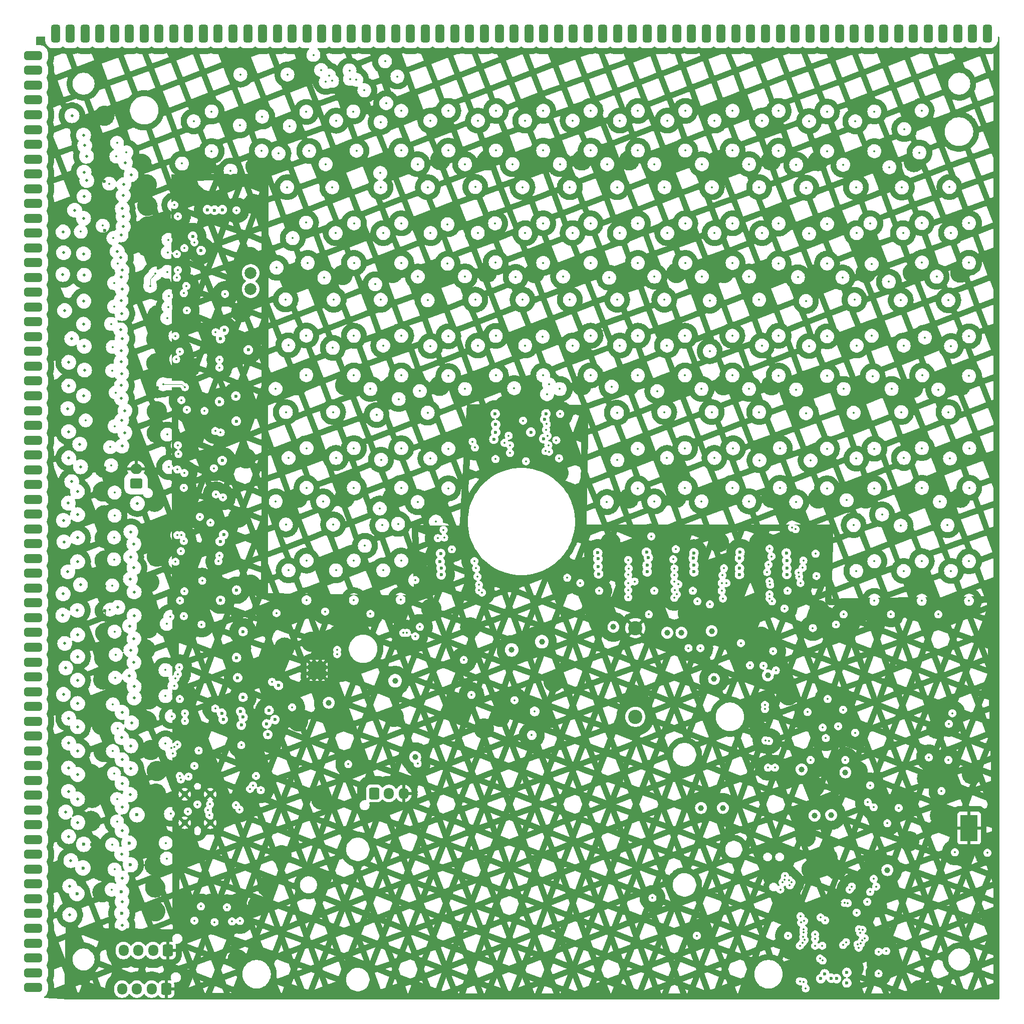
<source format=gbr>
%TF.GenerationSoftware,KiCad,Pcbnew,8.0.2*%
%TF.CreationDate,2024-06-03T23:57:49-04:00*%
%TF.ProjectId,IGGDriver,49474744-7269-4766-9572-2e6b69636164,rev?*%
%TF.SameCoordinates,Original*%
%TF.FileFunction,Copper,L4,Bot*%
%TF.FilePolarity,Positive*%
%FSLAX46Y46*%
G04 Gerber Fmt 4.6, Leading zero omitted, Abs format (unit mm)*
G04 Created by KiCad (PCBNEW 8.0.2) date 2024-06-03 23:57:49*
%MOMM*%
%LPD*%
G01*
G04 APERTURE LIST*
G04 Aperture macros list*
%AMRoundRect*
0 Rectangle with rounded corners*
0 $1 Rounding radius*
0 $2 $3 $4 $5 $6 $7 $8 $9 X,Y pos of 4 corners*
0 Add a 4 corners polygon primitive as box body*
4,1,4,$2,$3,$4,$5,$6,$7,$8,$9,$2,$3,0*
0 Add four circle primitives for the rounded corners*
1,1,$1+$1,$2,$3*
1,1,$1+$1,$4,$5*
1,1,$1+$1,$6,$7*
1,1,$1+$1,$8,$9*
0 Add four rect primitives between the rounded corners*
20,1,$1+$1,$2,$3,$4,$5,0*
20,1,$1+$1,$4,$5,$6,$7,0*
20,1,$1+$1,$6,$7,$8,$9,0*
20,1,$1+$1,$8,$9,$2,$3,0*%
G04 Aperture macros list end*
%TA.AperFunction,ComponentPad*%
%ADD10RoundRect,0.250000X-0.600000X-0.725000X0.600000X-0.725000X0.600000X0.725000X-0.600000X0.725000X0*%
%TD*%
%TA.AperFunction,ComponentPad*%
%ADD11O,1.700000X1.950000*%
%TD*%
%TA.AperFunction,HeatsinkPad*%
%ADD12C,0.500000*%
%TD*%
%TA.AperFunction,HeatsinkPad*%
%ADD13R,2.600000X2.600000*%
%TD*%
%TA.AperFunction,ComponentPad*%
%ADD14RoundRect,0.250000X0.750000X-0.600000X0.750000X0.600000X-0.750000X0.600000X-0.750000X-0.600000X0*%
%TD*%
%TA.AperFunction,ComponentPad*%
%ADD15O,2.000000X1.700000*%
%TD*%
%TA.AperFunction,ComponentPad*%
%ADD16C,0.600000*%
%TD*%
%TA.AperFunction,SMDPad,CuDef*%
%ADD17R,2.950000X4.500000*%
%TD*%
%TA.AperFunction,ComponentPad*%
%ADD18RoundRect,0.250000X0.600000X0.725000X-0.600000X0.725000X-0.600000X-0.725000X0.600000X-0.725000X0*%
%TD*%
%TA.AperFunction,ComponentPad*%
%ADD19C,2.000000*%
%TD*%
%TA.AperFunction,ComponentPad*%
%ADD20RoundRect,0.375000X1.125000X0.375000X-1.125000X0.375000X-1.125000X-0.375000X1.125000X-0.375000X0*%
%TD*%
%TA.AperFunction,ComponentPad*%
%ADD21RoundRect,0.375000X0.375000X-1.125000X0.375000X1.125000X-0.375000X1.125000X-0.375000X-1.125000X0*%
%TD*%
%TA.AperFunction,ComponentPad*%
%ADD22C,1.100000*%
%TD*%
%TA.AperFunction,ComponentPad*%
%ADD23C,2.400000*%
%TD*%
%TA.AperFunction,ViaPad*%
%ADD24C,0.350000*%
%TD*%
%TA.AperFunction,ViaPad*%
%ADD25C,0.600000*%
%TD*%
%TA.AperFunction,ViaPad*%
%ADD26C,1.000000*%
%TD*%
%TA.AperFunction,ViaPad*%
%ADD27C,0.500000*%
%TD*%
%TA.AperFunction,Conductor*%
%ADD28C,0.200000*%
%TD*%
%TA.AperFunction,Conductor*%
%ADD29C,0.100000*%
%TD*%
G04 APERTURE END LIST*
D10*
%TO.P,J3,1,Pin_1*%
%TO.N,Net-(BT2-+)*%
X128850000Y-136450000D03*
D11*
%TO.P,J3,2,Pin_2*%
%TO.N,/BAT_MID*%
X131350000Y-136450000D03*
%TO.P,J3,3,Pin_3*%
%TO.N,GND*%
X133850000Y-136450000D03*
%TD*%
D12*
%TO.P,U16,25,PAD*%
%TO.N,GND*%
X120275000Y-114600000D03*
X119225000Y-114600000D03*
X118175000Y-114600000D03*
X120275000Y-115650000D03*
X119225000Y-115650000D03*
D13*
X119225000Y-115650000D03*
D12*
X118175000Y-115650000D03*
X120275000Y-116700000D03*
X119225000Y-116700000D03*
X118175000Y-116700000D03*
%TD*%
D14*
%TO.P,J1002,1,Pin_1*%
%TO.N,HT*%
X88625000Y-84100000D03*
D15*
%TO.P,J1002,2,Pin_2*%
%TO.N,GND*%
X88625000Y-81600000D03*
%TD*%
D16*
%TO.P,U18,9,GNDPAD*%
%TO.N,GND*%
X230000000Y-144100000D03*
X230000000Y-142900000D03*
X230000000Y-141600000D03*
X230000000Y-140500000D03*
D17*
X229400000Y-142300000D03*
D16*
X228800000Y-144100000D03*
X228800000Y-142900000D03*
X228800000Y-141600000D03*
X228800000Y-140500000D03*
%TD*%
D18*
%TO.P,J1,1,Pin_1*%
%TO.N,GND*%
X94000000Y-163000000D03*
D11*
%TO.P,J1,2,Pin_2*%
%TO.N,/LED*%
X91500000Y-163000000D03*
%TO.P,J1,3,Pin_3*%
%TO.N,/RX*%
X89000000Y-163000000D03*
%TO.P,J1,4,Pin_4*%
%TO.N,+3V3*%
X86500000Y-163000000D03*
%TD*%
D18*
%TO.P,J7,1,Pin_1*%
%TO.N,GND*%
X93750000Y-169525000D03*
D11*
%TO.P,J7,2,Pin_2*%
%TO.N,/SCL*%
X91250000Y-169525000D03*
%TO.P,J7,3,Pin_3*%
%TO.N,/SDA*%
X88750000Y-169525000D03*
%TO.P,J7,4,Pin_4*%
%TO.N,+3V3*%
X86250000Y-169525000D03*
%TD*%
D19*
%TO.P,TP1001,1,1*%
%TO.N,Net-(U1012-Q9)*%
X108000000Y-51200000D03*
%TD*%
D20*
%TO.P,U13,1*%
%TO.N,/Kathode/OUT_K0*%
X71250000Y-169250000D03*
%TO.P,U13,2*%
%TO.N,/Kathode/OUT_K1*%
X71250000Y-166750000D03*
%TO.P,U13,3*%
%TO.N,/Kathode/OUT_K2*%
X71250000Y-164250000D03*
%TO.P,U13,4*%
%TO.N,/Kathode/OUT_K3*%
X71250000Y-161750000D03*
%TO.P,U13,5*%
%TO.N,/Kathode/OUT_K4*%
X71250000Y-159250000D03*
%TO.P,U13,6*%
%TO.N,/Kathode/OUT_K5*%
X71250000Y-156750000D03*
%TO.P,U13,7*%
%TO.N,/Kathode/OUT_K6*%
X71250000Y-154250000D03*
%TO.P,U13,8*%
%TO.N,/Kathode/OUT_K7*%
X71250000Y-151750000D03*
%TO.P,U13,9*%
%TO.N,/Kathode/OUT_K8*%
X71250000Y-149250000D03*
%TO.P,U13,10*%
%TO.N,/Kathode/OUT_K9*%
X71250000Y-146750000D03*
%TO.P,U13,11*%
%TO.N,/Kathode/OUT_K10*%
X71250000Y-144250000D03*
%TO.P,U13,12*%
%TO.N,/Kathode/OUT_K11*%
X71250000Y-141750000D03*
%TO.P,U13,13*%
%TO.N,/Kathode/OUT_K12*%
X71250000Y-139250000D03*
%TO.P,U13,14*%
%TO.N,/Kathode/OUT_K13*%
X71250000Y-136750000D03*
%TO.P,U13,15*%
%TO.N,/Kathode/OUT_K14*%
X71250000Y-134250000D03*
%TO.P,U13,16*%
%TO.N,/Kathode/OUT_K15*%
X71250000Y-131750000D03*
%TO.P,U13,17*%
%TO.N,/Kathode/OUT_K16*%
X71250000Y-129250000D03*
%TO.P,U13,18*%
%TO.N,/Kathode/OUT_K17*%
X71250000Y-126750000D03*
%TO.P,U13,19*%
%TO.N,/Kathode/OUT_K18*%
X71250000Y-124250000D03*
%TO.P,U13,20*%
%TO.N,/Kathode/OUT_K19*%
X71250000Y-121750000D03*
%TO.P,U13,21*%
%TO.N,/Kathode/OUT_K20*%
X71250000Y-119250000D03*
%TO.P,U13,22*%
%TO.N,/Kathode/OUT_K21*%
X71250000Y-116750000D03*
%TO.P,U13,23*%
%TO.N,/Kathode/OUT_K22*%
X71250000Y-114250000D03*
%TO.P,U13,24*%
%TO.N,/Kathode/OUT_K23*%
X71250000Y-111750000D03*
%TO.P,U13,25*%
%TO.N,/Kathode/OUT_K24*%
X71250000Y-109250000D03*
%TO.P,U13,26*%
%TO.N,/Kathode/OUT_K25*%
X71250000Y-106750000D03*
%TO.P,U13,27*%
%TO.N,/Kathode/OUT_K26*%
X71250000Y-104250000D03*
%TO.P,U13,28*%
%TO.N,/Kathode/OUT_K27*%
X71250000Y-101750000D03*
%TO.P,U13,29*%
%TO.N,/Kathode/OUT_K28*%
X71250000Y-99250000D03*
%TO.P,U13,30*%
%TO.N,/Kathode/OUT_K29*%
X71250000Y-96750000D03*
%TO.P,U13,31*%
%TO.N,/Kathode/OUT_K30*%
X71250000Y-94250000D03*
%TO.P,U13,32*%
%TO.N,/Kathode/OUT_K31*%
X71250000Y-91750000D03*
%TO.P,U13,33*%
%TO.N,/Kathode/OUT_K32*%
X71250000Y-89250000D03*
%TO.P,U13,34*%
%TO.N,/Kathode/OUT_K33*%
X71250000Y-86750000D03*
%TO.P,U13,35*%
%TO.N,/Kathode/OUT_K34*%
X71250000Y-84250000D03*
%TO.P,U13,36*%
%TO.N,/Kathode/OUT_K35*%
X71250000Y-81750000D03*
%TO.P,U13,37*%
%TO.N,/Kathode/OUT_K36*%
X71250000Y-79250000D03*
%TO.P,U13,38*%
%TO.N,/Kathode/OUT_K37*%
X71250000Y-76750000D03*
%TO.P,U13,39*%
%TO.N,/Kathode/OUT_K38*%
X71250000Y-74250000D03*
%TO.P,U13,40*%
%TO.N,/Kathode/OUT_K39*%
X71250000Y-71750000D03*
%TO.P,U13,41*%
%TO.N,/Kathode/OUT_K40*%
X71250000Y-69250000D03*
%TO.P,U13,42*%
%TO.N,/Kathode/OUT_K41*%
X71250000Y-66750000D03*
%TO.P,U13,43*%
%TO.N,/Kathode/OUT_K42*%
X71250000Y-64250000D03*
%TO.P,U13,44*%
%TO.N,/Kathode/OUT_K43*%
X71250000Y-61750000D03*
%TO.P,U13,45*%
%TO.N,/Kathode/OUT_K44*%
X71250000Y-59250000D03*
%TO.P,U13,46*%
%TO.N,/Kathode/OUT_K45*%
X71250000Y-56750000D03*
%TO.P,U13,47*%
%TO.N,/Kathode/OUT_K46*%
X71250000Y-54250000D03*
%TO.P,U13,48*%
%TO.N,/Kathode/OUT_K47*%
X71250000Y-51750000D03*
%TO.P,U13,49*%
%TO.N,/Kathode/OUT_K48*%
X71250000Y-49250000D03*
%TO.P,U13,50*%
%TO.N,/Kathode/OUT_K49*%
X71250000Y-46750000D03*
%TO.P,U13,51*%
%TO.N,/Kathode/OUT_K50*%
X71250000Y-44250000D03*
%TO.P,U13,52*%
%TO.N,/Kathode/OUT_K51*%
X71250000Y-41750000D03*
%TO.P,U13,53*%
%TO.N,/Kathode/OUT_K52*%
X71250000Y-39250000D03*
%TO.P,U13,54*%
%TO.N,/Kathode/OUT_K53*%
X71250000Y-36750000D03*
%TO.P,U13,55*%
%TO.N,/Kathode/OUT_K54*%
X71250000Y-34250000D03*
%TO.P,U13,56*%
%TO.N,/Kathode/OUT_K55*%
X71250000Y-31750000D03*
%TO.P,U13,57*%
%TO.N,/Kathode/OUT_K56*%
X71250000Y-29250000D03*
%TO.P,U13,58*%
%TO.N,/Kathode/OUT_K57*%
X71250000Y-26750000D03*
%TO.P,U13,59*%
%TO.N,/Kathode/OUT_K58*%
X71250000Y-24250000D03*
%TO.P,U13,60*%
%TO.N,/Kathode/OUT_K59*%
X71250000Y-21750000D03*
%TO.P,U13,61*%
%TO.N,/Kathode/OUT_K60*%
X71250000Y-19250000D03*
%TO.P,U13,62*%
%TO.N,/Kathode/OUT_K61*%
X71250000Y-16750000D03*
%TO.P,U13,63*%
%TO.N,/Kathode/OUT_K62*%
X71250000Y-14250000D03*
%TO.P,U13,64*%
%TO.N,/Kathode/OUT_K63*%
X71250000Y-11750000D03*
D21*
%TO.P,U13,65,A1*%
%TO.N,/AO1*%
X75000000Y-8000000D03*
%TO.P,U13,66,A2*%
%TO.N,/AO2*%
X77500000Y-8000000D03*
%TO.P,U13,67,A3*%
%TO.N,/AO3*%
X80000000Y-8000000D03*
%TO.P,U13,68,A4*%
%TO.N,/AO4*%
X82500000Y-8000000D03*
%TO.P,U13,69,A5*%
%TO.N,/AO5*%
X85000000Y-8000000D03*
%TO.P,U13,70,A6*%
%TO.N,/AO6*%
X87500000Y-8000000D03*
%TO.P,U13,71,A7*%
%TO.N,/AO7*%
X90000000Y-8000000D03*
%TO.P,U13,72,A8*%
%TO.N,/AO8*%
X92500000Y-8000000D03*
%TO.P,U13,73,A9*%
%TO.N,/AO9*%
X95000000Y-8000000D03*
%TO.P,U13,74,A10*%
%TO.N,/AO10*%
X97500000Y-8000000D03*
%TO.P,U13,75,A11*%
%TO.N,/AO11*%
X100000000Y-8000000D03*
%TO.P,U13,76,A12*%
%TO.N,/AO12*%
X102500000Y-8000000D03*
%TO.P,U13,77,A13*%
%TO.N,/AO13*%
X105000000Y-8000000D03*
%TO.P,U13,78,A14*%
%TO.N,/AO14*%
X107500000Y-8000000D03*
%TO.P,U13,79,A15*%
%TO.N,/AO15*%
X110000000Y-8000000D03*
%TO.P,U13,80,A16*%
%TO.N,/AO16*%
X112500000Y-8000000D03*
%TO.P,U13,81,A17*%
%TO.N,/AO17*%
X115000000Y-8000000D03*
%TO.P,U13,82,A18*%
%TO.N,/AO18*%
X117500000Y-8000000D03*
%TO.P,U13,83,A19*%
%TO.N,/AO19*%
X120000000Y-8000000D03*
%TO.P,U13,84,A20*%
%TO.N,/AO20*%
X122500000Y-8000000D03*
%TO.P,U13,85,A21*%
%TO.N,/AO21*%
X125000000Y-8000000D03*
%TO.P,U13,86,A22*%
%TO.N,/AO22*%
X127500000Y-8000000D03*
%TO.P,U13,87,A23*%
%TO.N,/AO23*%
X130000000Y-8000000D03*
%TO.P,U13,88,A24*%
%TO.N,/AO24*%
X132500000Y-8000000D03*
%TO.P,U13,89,A25*%
%TO.N,/AO25*%
X135000000Y-8000000D03*
%TO.P,U13,90,A26*%
%TO.N,/AO26*%
X137500000Y-8000000D03*
%TO.P,U13,91,A27*%
%TO.N,/AO27*%
X140000000Y-8000000D03*
%TO.P,U13,92,A28*%
%TO.N,/AO28*%
X142500000Y-8000000D03*
%TO.P,U13,93,A29*%
%TO.N,/AO29*%
X145000000Y-8000000D03*
%TO.P,U13,94,A30*%
%TO.N,/AO30*%
X147500000Y-8000000D03*
%TO.P,U13,95,A31*%
%TO.N,/AO31*%
X150000000Y-8000000D03*
%TO.P,U13,96,A32*%
%TO.N,/AO32*%
X152500000Y-8000000D03*
%TO.P,U13,97,A33*%
%TO.N,/AO33*%
X155000000Y-8000000D03*
%TO.P,U13,98,A34*%
%TO.N,/AO34*%
X157500000Y-8000000D03*
%TO.P,U13,99,A35*%
%TO.N,/AO35*%
X160000000Y-8000000D03*
%TO.P,U13,100,A36*%
%TO.N,/AO36*%
X162500000Y-8000000D03*
%TO.P,U13,101,A37*%
%TO.N,/AO37*%
X165000000Y-8000000D03*
%TO.P,U13,102,A38*%
%TO.N,/AO38*%
X167500000Y-8000000D03*
%TO.P,U13,103,A39*%
%TO.N,/AO39*%
X170000000Y-8000000D03*
%TO.P,U13,104,A40*%
%TO.N,/AO40*%
X172500000Y-8000000D03*
%TO.P,U13,105,A41*%
%TO.N,/AO41*%
X175000000Y-8000000D03*
%TO.P,U13,106,A42*%
%TO.N,/AO42*%
X177500000Y-8000000D03*
%TO.P,U13,107,A43*%
%TO.N,/AO43*%
X180000000Y-8000000D03*
%TO.P,U13,108,A44*%
%TO.N,/AO44*%
X182500000Y-8000000D03*
%TO.P,U13,109,A45*%
%TO.N,/AO45*%
X185000000Y-8000000D03*
%TO.P,U13,110,A46*%
%TO.N,/AO46*%
X187500000Y-8000000D03*
%TO.P,U13,111,A47*%
%TO.N,/AO47*%
X190000000Y-8000000D03*
%TO.P,U13,112,A48*%
%TO.N,/AO48*%
X192500000Y-8000000D03*
%TO.P,U13,113,A49*%
%TO.N,/AO49*%
X195000000Y-8000000D03*
%TO.P,U13,114,A50*%
%TO.N,/AO50*%
X197500000Y-8000000D03*
%TO.P,U13,115,A51*%
%TO.N,/AO51*%
X200000000Y-8000000D03*
%TO.P,U13,116,A52*%
%TO.N,/AO52*%
X202500000Y-8000000D03*
%TO.P,U13,117,A53*%
%TO.N,/AO53*%
X205000000Y-8000000D03*
%TO.P,U13,118,A54*%
%TO.N,/AO54*%
X207500000Y-8000000D03*
%TO.P,U13,119,A55*%
%TO.N,/AO55*%
X210000000Y-8000000D03*
%TO.P,U13,120,A56*%
%TO.N,/AO56*%
X212500000Y-8000000D03*
%TO.P,U13,121,A57*%
%TO.N,/AO57*%
X215000000Y-8000000D03*
%TO.P,U13,122,A58*%
%TO.N,/AO58*%
X217500000Y-8000000D03*
%TO.P,U13,123,A59*%
%TO.N,/AO59*%
X220000000Y-8000000D03*
%TO.P,U13,124,A60*%
%TO.N,/AO60*%
X222500000Y-8000000D03*
%TO.P,U13,125,A61*%
%TO.N,/AO61*%
X225000000Y-8000000D03*
%TO.P,U13,126,A62*%
%TO.N,/AO62*%
X227500000Y-8000000D03*
%TO.P,U13,127,A63*%
%TO.N,/AO63*%
X230000000Y-8000000D03*
%TO.P,U13,128,A64*%
%TO.N,/AO64*%
X232500000Y-8000000D03*
%TD*%
D22*
%TO.P,J6,S1,SHIELD*%
%TO.N,GND*%
X101150000Y-136600000D03*
X96850000Y-136600000D03*
X101150000Y-141400000D03*
X96850000Y-141400000D03*
%TD*%
D19*
%TO.P,TP1002,1,1*%
%TO.N,Net-(U1012-Cout)*%
X108000000Y-48500000D03*
%TD*%
D23*
%TO.P,C106,1*%
%TO.N,Net-(BT3-+)*%
X173000000Y-123500000D03*
%TO.P,C106,2*%
%TO.N,GND*%
X173000000Y-108500000D03*
%TD*%
D24*
%TO.N,/~{USB_BOOT}*%
X214100000Y-166900000D03*
X212300000Y-137950000D03*
X217500000Y-138900000D03*
X203000000Y-108500000D03*
D25*
%TO.N,GND*%
X89550000Y-30050000D03*
D24*
X199200000Y-162800000D03*
D25*
X179946111Y-29482269D03*
X211946111Y-48482269D03*
D24*
X107200000Y-79800000D03*
X168800000Y-94100000D03*
D25*
X81000000Y-133200000D03*
X97000000Y-108500000D03*
X97039265Y-119509265D03*
X83275000Y-73804596D03*
X90450000Y-33550000D03*
X227908611Y-67582269D03*
D24*
X221000000Y-169700000D03*
D25*
X90450000Y-116450000D03*
D24*
X198400000Y-155800000D03*
D26*
X143100000Y-121700000D03*
D25*
X82850000Y-149550000D03*
D24*
X108400000Y-36800000D03*
D26*
X159200000Y-117600000D03*
D24*
X191800000Y-106500000D03*
D25*
X195946111Y-29482269D03*
X91750000Y-148550000D03*
X83010118Y-45590276D03*
D24*
X120200000Y-119000000D03*
D25*
X113500000Y-120000000D03*
D24*
X222300000Y-133900000D03*
D25*
X105900000Y-68300000D03*
X92201519Y-67923986D03*
X227908611Y-105582269D03*
X83275000Y-65579276D03*
X99908611Y-29582269D03*
D24*
X122800000Y-109700000D03*
D25*
X106400000Y-55100000D03*
X115908611Y-67444769D03*
D24*
X207400000Y-108600000D03*
D25*
X139946111Y-48482269D03*
X83100000Y-134400000D03*
D26*
X138500000Y-105200000D03*
D25*
X203908611Y-29582269D03*
X219946111Y-86482269D03*
X219908611Y-48444769D03*
X83275000Y-121750000D03*
X123946111Y-105482269D03*
X155946111Y-29482269D03*
D24*
X181900000Y-106000000D03*
D25*
X123946111Y-67482269D03*
D24*
X147400000Y-125500000D03*
X110600000Y-108300000D03*
D25*
X131946111Y-67482269D03*
X83275000Y-21907272D03*
X147908611Y-48444769D03*
D24*
X123300000Y-115900000D03*
D25*
X90400000Y-124200000D03*
D24*
X211700000Y-150797288D03*
D25*
X227908611Y-48444769D03*
X83350000Y-101450000D03*
D24*
X111600000Y-114100000D03*
X187800000Y-106300000D03*
D25*
X90400000Y-104200000D03*
X83300000Y-36700000D03*
X92050000Y-144450000D03*
X92150000Y-132650000D03*
X179908611Y-86482269D03*
X91850000Y-156350000D03*
D24*
X110800000Y-152200000D03*
X99900000Y-132000000D03*
D25*
X179946111Y-48482269D03*
X171946111Y-48482269D03*
D24*
X223900000Y-125500000D03*
D25*
X131946111Y-48482269D03*
X90550000Y-37150000D03*
X115946111Y-105482269D03*
D24*
X197800000Y-148500000D03*
X213900000Y-155700000D03*
X150400000Y-81500000D03*
D25*
X97752617Y-64399272D03*
X92150000Y-71850000D03*
D24*
X96400000Y-156500000D03*
D25*
X213825000Y-165250000D03*
X211908611Y-86582269D03*
X219942236Y-67878044D03*
X97200000Y-130400000D03*
X82850000Y-124850000D03*
D24*
X210600000Y-132700000D03*
D25*
X147946111Y-29482269D03*
X203908611Y-48582269D03*
X83250000Y-89450000D03*
X187946111Y-29482269D03*
X187908611Y-86482269D03*
X90200000Y-112100000D03*
X140025518Y-29405237D03*
X83000000Y-29200000D03*
D26*
X132200000Y-123500000D03*
D24*
X194200000Y-104700000D03*
D25*
X83109484Y-57707943D03*
D24*
X229900000Y-133200000D03*
D25*
X150917565Y-70950000D03*
X83250000Y-33020665D03*
X83331045Y-93282870D03*
X155946111Y-67482269D03*
D24*
X113200000Y-146900000D03*
D25*
X91929958Y-92676417D03*
D24*
X194000000Y-126000000D03*
D25*
X91850000Y-152350000D03*
X211946111Y-67482269D03*
D24*
X224500000Y-140200000D03*
D25*
X187908611Y-67482269D03*
X155946111Y-48482269D03*
X131975000Y-29485524D03*
X196000000Y-48482269D03*
D24*
X207000000Y-149325000D03*
D25*
X92150000Y-96450000D03*
X82163603Y-26336397D03*
X92350000Y-47650000D03*
D24*
X214900000Y-140500000D03*
D25*
X171946111Y-67482269D03*
D26*
X150100000Y-123500000D03*
D24*
X122200000Y-114300000D03*
X200800000Y-166700000D03*
D25*
X105900000Y-89816327D03*
X179908611Y-67482269D03*
D24*
X194300000Y-110000000D03*
D25*
X91850000Y-140650000D03*
D24*
X113700000Y-111800000D03*
X187100000Y-94000000D03*
D25*
X83340895Y-41345371D03*
D24*
X210300000Y-134900000D03*
D25*
X81100000Y-145100000D03*
D24*
X202800000Y-149300000D03*
X198877351Y-119883974D03*
X98500000Y-76200000D03*
D25*
X163946111Y-48482269D03*
X92050000Y-59650000D03*
X106400000Y-111900000D03*
X83025000Y-85410264D03*
X81000000Y-141100000D03*
X91950000Y-136450000D03*
X90850000Y-100750000D03*
D24*
X203100000Y-93900000D03*
D25*
X83275000Y-49558932D03*
D24*
X204100000Y-105500000D03*
X136700000Y-101600000D03*
X201900000Y-123600000D03*
D25*
X123537376Y-48815608D03*
X227946111Y-86482269D03*
X131975000Y-86485524D03*
D24*
X123162499Y-123662499D03*
D25*
X92291989Y-51495644D03*
X196000000Y-67482269D03*
X90550000Y-40650000D03*
D24*
X145200000Y-94700000D03*
D25*
X115850000Y-49987500D03*
X97100000Y-86500000D03*
X147946111Y-67482269D03*
X92050000Y-63750000D03*
D24*
X167500000Y-105100000D03*
D25*
X83150000Y-129450000D03*
D24*
X219300000Y-144500000D03*
D25*
X91124265Y-129124265D03*
X163946111Y-67482269D03*
X83283692Y-81437471D03*
X90650000Y-108550000D03*
X115946111Y-86482269D03*
D24*
X207684905Y-154918800D03*
X179200000Y-93900000D03*
X118200000Y-110800000D03*
D25*
X83350000Y-105550000D03*
X97000000Y-53200000D03*
X163946111Y-29482269D03*
D24*
X108800000Y-30500000D03*
D25*
X211881827Y-29734454D03*
D24*
X98500000Y-35200000D03*
X116000000Y-124274998D03*
D25*
X83221417Y-113539009D03*
X91750000Y-87150000D03*
X83306554Y-54167866D03*
X203908611Y-86582269D03*
X171946111Y-29482269D03*
X83300000Y-97100000D03*
X203908611Y-67582269D03*
X83280477Y-61256495D03*
D24*
X225300000Y-124300000D03*
X97400000Y-146700000D03*
D25*
X171908611Y-86582269D03*
X219908611Y-105582269D03*
D24*
X109200000Y-155400000D03*
D25*
X131946111Y-105482269D03*
D24*
X194000000Y-94000000D03*
X105800000Y-164500000D03*
D25*
X81350000Y-77300000D03*
X92150000Y-75550000D03*
X83100000Y-117200000D03*
D24*
X107900000Y-45800000D03*
X108000000Y-101200000D03*
D25*
X107300000Y-129700000D03*
D24*
X205500000Y-147300000D03*
D25*
X82950000Y-153150000D03*
D26*
X145100000Y-108400000D03*
D24*
X202100000Y-124300000D03*
D25*
X196000000Y-86482269D03*
X83416238Y-109301287D03*
D24*
X204500000Y-123600000D03*
D25*
X90550000Y-44050000D03*
X81200000Y-137200000D03*
D24*
X160000000Y-82300000D03*
D25*
X220079581Y-29740700D03*
X83270988Y-69625207D03*
X123746539Y-29768902D03*
X211908611Y-105582269D03*
D24*
X209900000Y-166000000D03*
X201800000Y-143800000D03*
X96900000Y-98000000D03*
D25*
X90750000Y-120550000D03*
X92275000Y-55650000D03*
X187946111Y-48482269D03*
D24*
X185700000Y-106500000D03*
D26*
X203300000Y-135300000D03*
D24*
X101200000Y-155100000D03*
X159300000Y-71300000D03*
X199300000Y-167800000D03*
D26*
X119940000Y-137500000D03*
D25*
X123900000Y-86482269D03*
D24*
X225300000Y-141665000D03*
D25*
X139908611Y-67582269D03*
X139908611Y-86500000D03*
D26*
%TO.N,+5V*%
X169300000Y-108300000D03*
D24*
X106400000Y-128300000D03*
D26*
X208500000Y-132900000D03*
D24*
X185600000Y-104500000D03*
D26*
X215600000Y-149400000D03*
D24*
X183500000Y-104000000D03*
X102000000Y-122100000D03*
X101200000Y-90700000D03*
X196750000Y-115650000D03*
D26*
X206100000Y-140100000D03*
D24*
%TO.N,+3V3*%
X205100000Y-157900000D03*
X213300000Y-150900000D03*
D26*
X203300000Y-140200000D03*
D24*
X205500000Y-120500000D03*
X204600000Y-162200000D03*
X215400000Y-163100000D03*
X204300000Y-157400000D03*
X214100000Y-163200000D03*
D26*
X201100000Y-132400000D03*
D24*
X213700000Y-152200000D03*
X203400000Y-162200000D03*
X199400000Y-151500000D03*
X197500000Y-152700000D03*
X208100000Y-122300000D03*
%TO.N,/VUSB*%
X108900000Y-133500000D03*
X101000000Y-140100000D03*
X115000000Y-121900000D03*
%TO.N,Net-(D9-A)*%
X101400000Y-27900000D03*
X101400000Y-21200000D03*
%TO.N,Net-(D11-A)*%
X109850000Y-27862500D03*
X109950000Y-22062500D03*
%TO.N,Net-(D13-A)*%
X117900000Y-27862500D03*
X117400000Y-21262500D03*
%TO.N,Net-(D15-A)*%
X117650000Y-46787500D03*
X117350000Y-39987500D03*
%TO.N,Net-(D17-A)*%
X117400000Y-65762500D03*
X117400000Y-59062500D03*
%TO.N,Net-(D19-A)*%
X117437500Y-97100000D03*
X117437500Y-103800000D03*
%TO.N,Net-(D21-A)*%
X125359108Y-21202612D03*
X125877792Y-27834289D03*
%TO.N,Net-(D23-A)*%
X117437500Y-78100000D03*
X117437500Y-84800000D03*
%TO.N,Net-(D25-A)*%
X125450000Y-40100000D03*
X125450000Y-46808108D03*
%TO.N,Net-(D27-A)*%
X125437500Y-78100000D03*
X125437500Y-84800000D03*
%TO.N,Net-(D29-A)*%
X125437500Y-103800000D03*
X125437500Y-97100000D03*
%TO.N,Net-(D31-A)*%
X125437500Y-59100000D03*
X125437500Y-65800000D03*
%TO.N,Net-(D33-A)*%
X133437500Y-27800000D03*
X133437500Y-21100000D03*
%TO.N,Net-(D35-A)*%
X141400000Y-21100000D03*
X141400000Y-27800000D03*
%TO.N,Net-(D37-A)*%
X133437500Y-97100000D03*
X133332744Y-103715541D03*
%TO.N,Net-(D39-A)*%
X133437500Y-46800000D03*
X133437500Y-40100000D03*
%TO.N,Net-(D41-A)*%
X133437500Y-78100000D03*
X133437500Y-84800000D03*
%TO.N,Net-(D43-A)*%
X149437500Y-27800000D03*
X149437500Y-21100000D03*
%TO.N,Net-(D45-A)*%
X141400000Y-84900000D03*
X141400000Y-78200000D03*
%TO.N,Net-(D47-A)*%
X133437500Y-65800000D03*
X133437500Y-59100000D03*
%TO.N,Net-(D49-A)*%
X141400000Y-65900000D03*
X141400000Y-59200000D03*
%TO.N,Net-(D51-A)*%
X149437500Y-65800000D03*
X149416743Y-59124891D03*
%TO.N,Net-(D53-A)*%
X149400000Y-46700000D03*
X149300000Y-40100000D03*
%TO.N,Net-(D55-A)*%
X141275000Y-46918514D03*
X141275000Y-40268600D03*
%TO.N,Net-(D57-A)*%
X157347519Y-59255667D03*
X157437500Y-65800000D03*
%TO.N,Net-(D59-A)*%
X157437500Y-27800000D03*
X157437500Y-21100000D03*
%TO.N,Net-(D61-A)*%
X165437500Y-59100000D03*
X165437500Y-65800000D03*
%TO.N,Net-(D63-A)*%
X157437500Y-46800000D03*
X157437500Y-40100000D03*
%TO.N,Net-(D65-A)*%
X165437500Y-40100000D03*
X165437500Y-46800000D03*
%TO.N,Net-(D67-A)*%
X173400000Y-78200000D03*
X173400000Y-84900000D03*
%TO.N,Net-(D69-A)*%
X173437500Y-65800000D03*
X173437500Y-59100000D03*
%TO.N,Net-(D71-A)*%
X165437500Y-27800000D03*
X165437500Y-21100000D03*
%TO.N,Net-(D73-A)*%
X173437500Y-40100000D03*
X173437500Y-46800000D03*
%TO.N,Net-(D75-A)*%
X181400000Y-78100000D03*
X181400000Y-84800000D03*
%TO.N,Net-(D77-A)*%
X181400000Y-59100000D03*
X181400000Y-65800000D03*
%TO.N,Net-(D79-A)*%
X173437500Y-27800000D03*
X173437500Y-21100000D03*
%TO.N,Net-(D81-A)*%
X181437500Y-46800000D03*
X181437500Y-40100000D03*
%TO.N,Net-(D83-A)*%
X189525000Y-78133427D03*
X189400000Y-84800000D03*
%TO.N,Net-(D85-A)*%
X189400000Y-65800000D03*
X189400000Y-59100000D03*
%TO.N,Net-(D87-A)*%
X181437500Y-21100000D03*
X181437500Y-27800000D03*
%TO.N,Net-(D89-A)*%
X189437500Y-46800000D03*
X189437500Y-40100000D03*
%TO.N,Net-(D91-A)*%
X197437500Y-84800000D03*
X197437500Y-78100000D03*
%TO.N,Net-(D93-A)*%
X197222000Y-59100000D03*
X197222000Y-65839348D03*
%TO.N,Net-(D95-A)*%
X189437500Y-21100000D03*
X189437500Y-27800000D03*
%TO.N,Net-(D97-A)*%
X197222000Y-40143810D03*
X197222000Y-46875734D03*
%TO.N,Net-(D99-A)*%
X205400000Y-78200000D03*
X205400000Y-84900000D03*
%TO.N,Net-(D101-A)*%
X205400000Y-59200000D03*
X205400000Y-65900000D03*
%TO.N,Net-(D103-A)*%
X197222000Y-27828157D03*
X197222000Y-21100000D03*
%TO.N,Net-(D105-A)*%
X205400000Y-46900000D03*
X205400000Y-40200000D03*
%TO.N,Net-(D107-A)*%
X213400000Y-97200000D03*
X213400000Y-103900000D03*
%TO.N,Net-(D109-A)*%
X213400000Y-84900000D03*
X213400000Y-78200000D03*
%TO.N,Net-(D111-A)*%
X205400000Y-27900000D03*
X205400000Y-21200000D03*
%TO.N,Net-(D113-A)*%
X213125000Y-65931808D03*
X212950000Y-59100000D03*
%TO.N,Net-(D115-A)*%
X213400000Y-21200000D03*
X213400000Y-27900000D03*
%TO.N,Net-(D117-A)*%
X221400000Y-97200000D03*
X221400000Y-103900000D03*
%TO.N,Net-(D119-A)*%
X212950000Y-46985498D03*
X212736399Y-40111544D03*
%TO.N,Net-(D121-A)*%
X221437500Y-78100000D03*
X221437500Y-84800000D03*
%TO.N,Net-(D123-A)*%
X221400000Y-40062500D03*
X221448102Y-46727822D03*
%TO.N,Net-(D125-A)*%
X221022315Y-28142595D03*
X221400000Y-21062500D03*
%TO.N,Net-(D127-A)*%
X221950000Y-59396117D03*
X221493018Y-65788245D03*
%TO.N,Net-(D129-A)*%
X229400000Y-97200000D03*
X229400000Y-103900000D03*
%TO.N,Net-(D131-A)*%
X229400000Y-59200000D03*
X229400000Y-65900000D03*
%TO.N,Net-(D133-A)*%
X229400000Y-40062500D03*
X229400000Y-46762500D03*
%TO.N,Net-(D135-A)*%
X229437500Y-78100000D03*
X229437500Y-84800000D03*
D27*
%TO.N,HT*%
X85555668Y-105000000D03*
D24*
X202612315Y-80178675D03*
X210362500Y-79850000D03*
X194400000Y-41750000D03*
X226362500Y-98850000D03*
D27*
X86250000Y-51250000D03*
X87742893Y-112242893D03*
D24*
X194400000Y-22750000D03*
D25*
X86226344Y-156679828D03*
D24*
X106150000Y-23562500D03*
X226175000Y-79837192D03*
X170400000Y-22750000D03*
D27*
X87620943Y-136636437D03*
X86221458Y-55350000D03*
D24*
X162400000Y-60750000D03*
D25*
X87431261Y-144850000D03*
D27*
X88300000Y-120300000D03*
D24*
X186400000Y-41750000D03*
D27*
X80250000Y-28750000D03*
D24*
X130025000Y-80067079D03*
X202362500Y-22850000D03*
X122450000Y-22752697D03*
X202362500Y-41850000D03*
X178362500Y-60750000D03*
D27*
X86550000Y-33550000D03*
X79755029Y-25200001D03*
D24*
X218400000Y-79750000D03*
X194400000Y-60750000D03*
X79291422Y-41508578D03*
D25*
X79652091Y-149051301D03*
D24*
X186400000Y-22750000D03*
D27*
X78750000Y-133250000D03*
D24*
X170400000Y-41750000D03*
X169975000Y-80121527D03*
X154400000Y-60750000D03*
D27*
X87750000Y-132250000D03*
D24*
X114606250Y-23668750D03*
D27*
X86250000Y-59600000D03*
X79104562Y-77425830D03*
X79250000Y-81250000D03*
X87669863Y-100215923D03*
D24*
X210400000Y-41750000D03*
X138362500Y-60850000D03*
X210362500Y-98850000D03*
D27*
X78747907Y-113324784D03*
D24*
X121875000Y-61146817D03*
X146362500Y-41712500D03*
D27*
X79871501Y-60866753D03*
D25*
X86151416Y-153048812D03*
D27*
X86750000Y-71750000D03*
D24*
X115100000Y-42600000D03*
X146400000Y-22750000D03*
D25*
X79773473Y-145050001D03*
D24*
X218250000Y-41767145D03*
D27*
X86083101Y-63491047D03*
X78719494Y-85425000D03*
D24*
X226362500Y-60850000D03*
X193975000Y-80142411D03*
X218362500Y-98850000D03*
X114400000Y-98750000D03*
D27*
X77798729Y-21900811D03*
D24*
X162400000Y-22750000D03*
D27*
X78750000Y-121250000D03*
X87530074Y-108161865D03*
X80291166Y-32878775D03*
X78737644Y-137412433D03*
D24*
X114400000Y-79750000D03*
X178362500Y-79750000D03*
X138362500Y-22750000D03*
X186362500Y-79750000D03*
X80100000Y-73400000D03*
D27*
X78786496Y-141366753D03*
X79750000Y-45250000D03*
X86257810Y-48004148D03*
X78750000Y-129250000D03*
X79750000Y-69250000D03*
D24*
X162400000Y-41750000D03*
X178400000Y-41750000D03*
X138362500Y-79850000D03*
D27*
X78747907Y-117324784D03*
X78746621Y-89337307D03*
X78696456Y-105524040D03*
D24*
X218450000Y-24167574D03*
D27*
X79915141Y-64893798D03*
X79229707Y-101187491D03*
X79871501Y-48866753D03*
D24*
X154400000Y-41750000D03*
D26*
X132400000Y-117400001D03*
D24*
X138400000Y-41750000D03*
X122362500Y-41750000D03*
D27*
X86299504Y-37597421D03*
D24*
X154400000Y-22750000D03*
D27*
X87872881Y-124541333D03*
D24*
X185575000Y-61704116D03*
X122400000Y-79750000D03*
D27*
X85434147Y-44836599D03*
D24*
X130400000Y-98750000D03*
X114362500Y-60712500D03*
D27*
X86735586Y-75500000D03*
X78750000Y-93250000D03*
X78747907Y-109649784D03*
D25*
X78626262Y-153375000D03*
D24*
X130400000Y-41750000D03*
D25*
X88773473Y-140050001D03*
D27*
X87727475Y-96500000D03*
X78238781Y-37883134D03*
D24*
X202362500Y-60850000D03*
D27*
X87503643Y-116600000D03*
D25*
X87663623Y-148500000D03*
D24*
X218350000Y-60752697D03*
D27*
X88850000Y-87450000D03*
D24*
X130400000Y-60750000D03*
X226362500Y-41712500D03*
D27*
X78746624Y-97287500D03*
D24*
X129950000Y-23003312D03*
D27*
X87737644Y-128412433D03*
X86833099Y-29864471D03*
D24*
X122400000Y-98750000D03*
D27*
X78750000Y-125182621D03*
X79753997Y-57150141D03*
X87750000Y-92250000D03*
X86147458Y-67511703D03*
D24*
X146400000Y-60750000D03*
X210400000Y-60750000D03*
X98362500Y-22850000D03*
D27*
X86450000Y-40650000D03*
D24*
X210176000Y-22850000D03*
X178400000Y-22750000D03*
D27*
X79807066Y-53250001D03*
D24*
X170400000Y-60750000D03*
%TO.N,/K_CLK_5V*%
X136200000Y-131400000D03*
D25*
X103354074Y-123945926D03*
D24*
X182000000Y-111900000D03*
X124500000Y-131500000D03*
D25*
X110900000Y-126500000D03*
D24*
X184000000Y-111900000D03*
%TO.N,/K_RST_5V*%
X198200000Y-105200000D03*
X161500000Y-100000000D03*
X135800000Y-109900000D03*
X196300000Y-112400000D03*
%TO.N,/RST*%
X198200000Y-151000000D03*
X190840615Y-111048763D03*
%TO.N,Net-(J5-SWDIO)*%
X198300000Y-150400000D03*
X199000000Y-151100000D03*
%TO.N,Net-(J5-SWCLK)*%
X197903554Y-151496446D03*
X199100000Y-152000000D03*
%TO.N,Net-(J6-CC2)*%
X97500000Y-133600000D03*
X97400000Y-139500000D03*
%TO.N,/SR_D2*%
X134400000Y-109300000D03*
X210543387Y-161962318D03*
X145900000Y-78000000D03*
X135800000Y-100400000D03*
%TO.N,/SR_D3*%
X211123866Y-161810507D03*
X159650000Y-76750000D03*
%TO.N,/SR_D4*%
X211344222Y-161252433D03*
X163700000Y-100900000D03*
%TO.N,/SR_D5*%
X172862278Y-100625000D03*
X211766509Y-160925000D03*
%TO.N,/SR_D6*%
X180300000Y-101100000D03*
X211392042Y-159500000D03*
%TO.N,/SR_D7*%
X188400000Y-100900000D03*
X211000000Y-160000000D03*
%TO.N,/SR_D8*%
X210800000Y-159400000D03*
X196100000Y-104000000D03*
%TO.N,/BAT_DIV*%
X201600000Y-161200000D03*
X200800000Y-168200000D03*
X213300000Y-138800000D03*
%TO.N,/HV_DIV*%
X206900000Y-107900000D03*
X203400000Y-161000000D03*
X201800000Y-169400000D03*
%TO.N,/AI1*%
X96400000Y-30000000D03*
X136600000Y-108300000D03*
%TO.N,/AI2*%
X147100000Y-102500000D03*
X104600000Y-31200000D03*
%TO.N,/AO2*%
X106250000Y-14962500D03*
%TO.N,/AI3*%
X146600000Y-102100000D03*
X112700000Y-28300000D03*
%TO.N,/AO3*%
X114200000Y-14962500D03*
%TO.N,/AI4*%
X112350000Y-47587500D03*
X146600000Y-101200000D03*
%TO.N,/AO4*%
X114150000Y-33987500D03*
%TO.N,/AI5*%
X112200000Y-68062500D03*
X146300000Y-99800000D03*
%TO.N,/AO5*%
X113900000Y-52962500D03*
%TO.N,/AI7*%
X145800000Y-97200000D03*
X112354626Y-105982874D03*
%TO.N,/AO7*%
X113937500Y-91000000D03*
%TO.N,/AI8*%
X142000000Y-95200000D03*
X120650000Y-30100000D03*
%TO.N,/AO8*%
X121739090Y-16034577D03*
%TO.N,/AI6*%
X112237500Y-87100000D03*
X146100000Y-98400000D03*
%TO.N,/AO6*%
X113937500Y-72000000D03*
%TO.N,/AI9*%
X149374999Y-79935132D03*
X120450000Y-49281292D03*
X140700000Y-93200000D03*
X140600000Y-91900000D03*
%TO.N,/AO9*%
X121800000Y-34026683D03*
X120694236Y-16178551D03*
%TO.N,/AI11*%
X120237500Y-87100000D03*
X139300000Y-90500000D03*
X151800000Y-78900000D03*
X139600000Y-93300000D03*
%TO.N,/AO11*%
X124694101Y-14264359D03*
X121937500Y-72000000D03*
%TO.N,/AI12*%
X151800000Y-77600000D03*
X132900000Y-90900000D03*
X127300000Y-94600000D03*
X120583994Y-105719246D03*
%TO.N,/AO12*%
X121937500Y-91000000D03*
X124778255Y-15697336D03*
%TO.N,/AI10*%
X145500000Y-77000000D03*
X133000000Y-69800000D03*
%TO.N,/AO10*%
X122025000Y-53009669D03*
X121227503Y-15117634D03*
%TO.N,/AI13*%
X129900000Y-31600000D03*
X151600000Y-76000000D03*
%TO.N,/AO13*%
X118589499Y-11636213D03*
%TO.N,/AI15*%
X136200000Y-30100000D03*
X154041668Y-73451008D03*
%TO.N,/AI16*%
X128237500Y-106100000D03*
X154500000Y-80300000D03*
%TO.N,/AO16*%
X127212500Y-17609063D03*
X130225000Y-91128414D03*
%TO.N,/AI14*%
X150900000Y-77200000D03*
X129050000Y-50400000D03*
%TO.N,/AO14*%
X119911894Y-14200000D03*
X129937500Y-34000000D03*
X125820467Y-15825000D03*
%TO.N,/AI17*%
X129800000Y-88300000D03*
X157800000Y-78600000D03*
%TO.N,/AO17*%
X129275000Y-72481884D03*
%TO.N,/AI19*%
X144237500Y-30100000D03*
X158400000Y-67300000D03*
X158400000Y-78700000D03*
X158093068Y-68975000D03*
%TO.N,/AO19*%
X130700000Y-12700000D03*
%TO.N,/AI20*%
X158300000Y-77600000D03*
X136200000Y-87200000D03*
%TO.N,/AO20*%
X137900000Y-72100000D03*
X130900000Y-19800000D03*
%TO.N,/AI18*%
X160100000Y-79800000D03*
X128237500Y-68100000D03*
%TO.N,/AO18*%
X129975000Y-53011934D03*
%TO.N,/AI21*%
X158200000Y-76025000D03*
X136575000Y-68434501D03*
%TO.N,/AO21*%
X137900000Y-53100000D03*
X132787500Y-15300000D03*
%TO.N,/AI23*%
X144237500Y-68100000D03*
X158037291Y-74025000D03*
%TO.N,/AO23*%
X145937500Y-53000000D03*
%TO.N,/AI24*%
X144200000Y-49062500D03*
X160300000Y-72300000D03*
%TO.N,/AO24*%
X145953002Y-33950000D03*
%TO.N,/AI22*%
X136237500Y-49100000D03*
X157914927Y-74975000D03*
%TO.N,/AO22*%
X137937500Y-34000000D03*
%TO.N,/AI25*%
X152531062Y-67959310D03*
X166900000Y-102200000D03*
%TO.N,/AO25*%
X153937500Y-53000000D03*
%TO.N,/AI27*%
X152237500Y-30100000D03*
X171800000Y-102100000D03*
%TO.N,/AI28*%
X171800000Y-100900000D03*
X160237500Y-68100000D03*
%TO.N,/AO28*%
X161937500Y-53000000D03*
%TO.N,/AI26*%
X152775000Y-49178691D03*
X171800000Y-103300000D03*
%TO.N,/AO26*%
X153937500Y-34000000D03*
%TO.N,/AI29*%
X160800000Y-49100000D03*
X171800000Y-99500000D03*
%TO.N,/AO29*%
X161937500Y-34000000D03*
%TO.N,/AI31*%
X171800000Y-97000000D03*
X168200000Y-87200000D03*
%TO.N,/AO31*%
X169900000Y-72100000D03*
%TO.N,/AI32*%
X175700000Y-93000000D03*
X169000000Y-67700000D03*
%TO.N,/AO32*%
X169937500Y-53000000D03*
%TO.N,/AI30*%
X171900000Y-98425000D03*
X160250000Y-30100000D03*
%TO.N,/AI33*%
X180000000Y-102800000D03*
X168575000Y-49303771D03*
%TO.N,/AO33*%
X169937500Y-34000000D03*
%TO.N,/AI35*%
X176200000Y-87100000D03*
X179700000Y-102100000D03*
%TO.N,/AO35*%
X177900000Y-72000000D03*
%TO.N,/AI36*%
X179600000Y-100700000D03*
X176712500Y-68466449D03*
%TO.N,/AO36*%
X177900000Y-53000000D03*
%TO.N,/AI34*%
X179600000Y-103400000D03*
X168237500Y-30100000D03*
%TO.N,/AI37*%
X179600000Y-99600000D03*
X176237500Y-49100000D03*
%TO.N,/AO37*%
X177937500Y-34000000D03*
%TO.N,/AI39*%
X179400000Y-96877331D03*
X184200000Y-87100000D03*
%TO.N,/AO39*%
X185900000Y-72000000D03*
%TO.N,/AI40*%
X184200000Y-68100000D03*
X179828768Y-95175000D03*
%TO.N,/AO40*%
X185575000Y-53162141D03*
%TO.N,/AI38*%
X179628768Y-98425000D03*
X176237500Y-30100000D03*
%TO.N,/AI41*%
X182700000Y-102200000D03*
X184237500Y-49100000D03*
%TO.N,/AO41*%
X185937500Y-34000000D03*
%TO.N,/AI43*%
X192237500Y-87100000D03*
X187600000Y-102200000D03*
%TO.N,/AO43*%
X193937500Y-72000000D03*
%TO.N,/AI44*%
X187600000Y-100900000D03*
X192237500Y-68100000D03*
%TO.N,/AO44*%
X193937500Y-53000000D03*
%TO.N,/AI42*%
X184237500Y-30100000D03*
X187800000Y-103500000D03*
%TO.N,/AI45*%
X192237500Y-49100000D03*
X187700000Y-99600000D03*
%TO.N,/AO45*%
X193937500Y-34000000D03*
%TO.N,/AI47*%
X200100000Y-91800000D03*
X200200000Y-87200000D03*
%TO.N,/AO47*%
X201846683Y-72188106D03*
%TO.N,/AI48*%
X200200000Y-68200000D03*
X199500000Y-91525000D03*
%TO.N,/AO48*%
X201829032Y-53237181D03*
%TO.N,/AI46*%
X188000000Y-98400000D03*
X192237500Y-30100000D03*
%TO.N,/AI49*%
X195700000Y-102800000D03*
X200475000Y-49200000D03*
%TO.N,/AO49*%
X201900000Y-34100000D03*
%TO.N,/AI51*%
X208200000Y-106200000D03*
X195800000Y-101200000D03*
%TO.N,/AO51*%
X209900000Y-91100000D03*
%TO.N,/AI52*%
X208700000Y-86900010D03*
X195700000Y-100600000D03*
%TO.N,/AO52*%
X209900000Y-72100000D03*
%TO.N,/AI50*%
X195700000Y-103500000D03*
X200200000Y-30200000D03*
%TO.N,/AI53*%
X195286498Y-99049087D03*
X208237500Y-68100000D03*
%TO.N,/AO53*%
X210044000Y-53016624D03*
%TO.N,/AI55*%
X208144000Y-30207157D03*
X196000000Y-96400000D03*
%TO.N,/AI56*%
X216200000Y-106200000D03*
X195700000Y-95100000D03*
%TO.N,/AO56*%
X217842172Y-91183595D03*
%TO.N,/AI54*%
X208018473Y-49259068D03*
X195500000Y-97800000D03*
%TO.N,/AO54*%
X210290579Y-34000000D03*
%TO.N,/AI57*%
X198700000Y-102200000D03*
X214700000Y-89300000D03*
%TO.N,/AO57*%
X217937500Y-72000000D03*
%TO.N,/AI59*%
X200700000Y-99800000D03*
X215850000Y-49975808D03*
%TO.N,/AO59*%
X218050000Y-34050202D03*
%TO.N,/AI60*%
X200900000Y-100900000D03*
X215949847Y-30617106D03*
%TO.N,/AI58*%
X200600000Y-99100000D03*
X216312500Y-68100000D03*
%TO.N,/AO58*%
X217846998Y-53090502D03*
%TO.N,/AI61*%
X203600000Y-99700000D03*
X224200000Y-106200000D03*
%TO.N,/AO61*%
X225765170Y-91126681D03*
%TO.N,/AI63*%
X201400000Y-97100000D03*
X224200000Y-68200000D03*
%TO.N,/AO63*%
X225900000Y-53100000D03*
%TO.N,/AI64*%
X203464124Y-95935876D03*
X223925000Y-49118315D03*
%TO.N,/AO64*%
X226075000Y-33962500D03*
%TO.N,/AI62*%
X224475000Y-87151056D03*
X201300000Y-98300000D03*
%TO.N,/AO62*%
X225937500Y-72000000D03*
%TO.N,/SR_SHCP*%
X210400000Y-156600000D03*
X175300000Y-106200000D03*
D25*
X149400000Y-74100000D03*
X157700000Y-73200000D03*
X198600000Y-97100000D03*
X182800000Y-96700000D03*
X166700000Y-96800000D03*
X175200000Y-96600000D03*
D24*
X176200000Y-102200000D03*
D25*
X190600000Y-96700000D03*
X140000000Y-97300000D03*
%TO.N,/~SR_OE*%
X175000000Y-99000000D03*
X190600000Y-99450000D03*
X157500000Y-76500000D03*
X182900000Y-99000000D03*
X140200000Y-99500000D03*
X198600000Y-99450000D03*
X149100000Y-76600000D03*
X166800000Y-99350000D03*
%TO.N,/~SR_MC*%
X149300000Y-72300000D03*
X157900000Y-72300000D03*
X174900000Y-95700000D03*
X198524265Y-95824265D03*
X140100000Y-95900000D03*
X182900000Y-95800000D03*
X166640982Y-95779509D03*
X190700000Y-95700000D03*
%TO.N,/SR_STCP*%
X155350854Y-75402324D03*
X166700000Y-98100000D03*
X175000000Y-97900000D03*
X140200000Y-98400000D03*
X198600000Y-98400000D03*
X190600000Y-98400000D03*
X149400000Y-75400000D03*
X182900000Y-97900000D03*
D24*
%TO.N,/SR_D1*%
X133800000Y-109300000D03*
X210769149Y-162522974D03*
D25*
%TO.N,Net-(U12-DI(IO0))*%
X204995676Y-166945288D03*
X207000000Y-167750000D03*
%TO.N,Net-(U12-CLK)*%
X204350000Y-167750000D03*
X206104442Y-167675000D03*
%TO.N,Net-(U12-DO(IO1))*%
X208750000Y-168475000D03*
X208750000Y-166700000D03*
D26*
%TO.N,/BAT_MID*%
X184100000Y-138900000D03*
X187800000Y-138900000D03*
%TO.N,Net-(BT3-+)*%
X186300000Y-117100000D03*
D24*
%TO.N,/SD_DAT3*%
X201424920Y-159967973D03*
X104850000Y-158100000D03*
%TO.N,/SD_DAT1*%
X98500000Y-157950000D03*
X201015060Y-158274583D03*
%TO.N,/SD_CMD*%
X104000000Y-155700000D03*
X200912365Y-157209289D03*
%TO.N,/SD_CLK*%
X101900000Y-158200000D03*
X201379863Y-160680015D03*
%TO.N,/SD_DAT2*%
X106200000Y-158000000D03*
X201418338Y-159436912D03*
%TO.N,/SD_DAT0*%
X99600000Y-155550000D03*
X201516443Y-157997816D03*
%TO.N,/K_CLK*%
X208363564Y-154947249D03*
X192400000Y-114800000D03*
%TO.N,/K_RST*%
X194640615Y-114848763D03*
X208896446Y-154996446D03*
D25*
%TO.N,/Kathode/LAST_COUNT_RESET*%
X107600000Y-61500000D03*
X106700000Y-109100000D03*
D27*
%TO.N,/Kathode/OUT_K0*%
X86250000Y-158750000D03*
%TO.N,/Kathode/OUT_K8*%
X77236902Y-143741605D03*
%TO.N,/Kathode/OUT_K16*%
X77250000Y-127957478D03*
%TO.N,/Kathode/OUT_K24*%
X76570476Y-111097317D03*
%TO.N,/Kathode/OUT_K32*%
X76425000Y-93929847D03*
%TO.N,/Kathode/OUT_K40*%
X77084042Y-71421804D03*
%TO.N,/Kathode/OUT_K48*%
X76555768Y-54850304D03*
%TO.N,/Kathode/OUT_K56*%
X86083630Y-42050000D03*
%TO.N,/Kathode/OUT_K1*%
X86250000Y-154750000D03*
%TO.N,/Kathode/OUT_K9*%
X86250000Y-138750000D03*
%TO.N,/Kathode/OUT_K17*%
X86250000Y-122750000D03*
%TO.N,/Kathode/OUT_K25*%
X88310761Y-106403453D03*
%TO.N,/Kathode/OUT_K33*%
X76347780Y-90296545D03*
%TO.N,/Kathode/OUT_K41*%
X86150815Y-69700000D03*
%TO.N,/Kathode/OUT_K49*%
X86085001Y-53152644D03*
%TO.N,/Kathode/OUT_K57*%
X79834428Y-35578775D03*
%TO.N,/Kathode/OUT_K2*%
X77417978Y-156971289D03*
%TO.N,/Kathode/OUT_K10*%
X76734871Y-139600000D03*
%TO.N,/Kathode/OUT_K18*%
X77250000Y-123750000D03*
%TO.N,/Kathode/OUT_K26*%
X76242950Y-106333760D03*
%TO.N,/Kathode/OUT_K34*%
X77180165Y-87383651D03*
%TO.N,/Kathode/OUT_K42*%
X77250000Y-67575000D03*
%TO.N,/Kathode/OUT_K50*%
X76250000Y-48750000D03*
%TO.N,/Kathode/OUT_K58*%
X86450000Y-38950000D03*
%TO.N,/Kathode/OUT_K3*%
X86250000Y-150750000D03*
%TO.N,/Kathode/OUT_K11*%
X86250000Y-134750000D03*
%TO.N,/Kathode/OUT_K19*%
X88293561Y-118382870D03*
%TO.N,/Kathode/OUT_K27*%
X88304167Y-102396859D03*
%TO.N,/Kathode/OUT_K35*%
X77750000Y-83750000D03*
%TO.N,/Kathode/OUT_K43*%
X86186156Y-65503779D03*
%TO.N,/Kathode/OUT_K51*%
X86158086Y-49200000D03*
%TO.N,/Kathode/OUT_K59*%
X79834428Y-31450000D03*
%TO.N,/Kathode/OUT_K4*%
X77417978Y-152125000D03*
%TO.N,/Kathode/OUT_K12*%
X77199928Y-136094967D03*
%TO.N,/Kathode/OUT_K20*%
X76356269Y-119716422D03*
%TO.N,/Kathode/OUT_K28*%
X76295405Y-102704595D03*
%TO.N,/Kathode/OUT_K36*%
X77250000Y-79750000D03*
%TO.N,/Kathode/OUT_K44*%
X77245493Y-63586476D03*
%TO.N,/Kathode/OUT_K52*%
X76382922Y-45069579D03*
%TO.N,/Kathode/OUT_K60*%
X86459241Y-35373075D03*
%TO.N,/Kathode/OUT_K5*%
X86198580Y-146691281D03*
%TO.N,/Kathode/OUT_K13*%
X86250000Y-130750000D03*
%TO.N,/Kathode/OUT_K21*%
X88269648Y-114305415D03*
%TO.N,/Kathode/OUT_K29*%
X88269648Y-98305415D03*
%TO.N,/Kathode/OUT_K37*%
X86250000Y-77750000D03*
%TO.N,/Kathode/OUT_K45*%
X86146851Y-61600000D03*
%TO.N,/Kathode/OUT_K53*%
X76300000Y-41565748D03*
%TO.N,/Kathode/OUT_K61*%
X79949665Y-26929675D03*
%TO.N,/Kathode/OUT_K6*%
X77595842Y-147808439D03*
%TO.N,/Kathode/OUT_K14*%
X77222850Y-132172674D03*
%TO.N,/Kathode/OUT_K22*%
X76750000Y-115250000D03*
%TO.N,/Kathode/OUT_K30*%
X77092983Y-99007017D03*
%TO.N,/Kathode/OUT_K38*%
X77225303Y-75303342D03*
%TO.N,/Kathode/OUT_K46*%
X77749488Y-59599733D03*
%TO.N,/Kathode/OUT_K54*%
X86002513Y-45893465D03*
%TO.N,/Kathode/OUT_K62*%
X87781250Y-31881250D03*
%TO.N,/Kathode/OUT_K7*%
X86250000Y-142750000D03*
%TO.N,/Kathode/OUT_K15*%
X86176376Y-127018099D03*
%TO.N,/Kathode/OUT_K23*%
X88269648Y-110305415D03*
%TO.N,/Kathode/OUT_K31*%
X88254291Y-94300000D03*
%TO.N,/Kathode/OUT_K39*%
X86186156Y-73400000D03*
%TO.N,/Kathode/OUT_K47*%
X85991774Y-58100000D03*
%TO.N,/Kathode/OUT_K55*%
X79750000Y-39250000D03*
D24*
%TO.N,/Kathode/K0*%
X96200000Y-134100000D03*
X96900000Y-124200000D03*
%TO.N,/Kathode/K8*%
X94525000Y-139900000D03*
X85400000Y-141200000D03*
%TO.N,/Kathode/K16*%
X94675000Y-123400000D03*
X85500000Y-125500000D03*
%TO.N,/Kathode/K24*%
X85000000Y-109100000D03*
X99700000Y-107900000D03*
%TO.N,/Kathode/K32*%
X102525000Y-97225000D03*
X84900000Y-93200000D03*
%TO.N,/Kathode/K40*%
X85200000Y-68700000D03*
X103300000Y-86400000D03*
%TO.N,/Kathode/K48*%
X102925000Y-75445000D03*
X84900000Y-54200000D03*
%TO.N,/Kathode/K56*%
X102725000Y-64491906D03*
X94100000Y-42900000D03*
%TO.N,/Kathode/K1*%
X96900000Y-122900000D03*
X96000000Y-133500000D03*
%TO.N,/Kathode/K9*%
X95900000Y-115100000D03*
X94600000Y-128800000D03*
%TO.N,/Kathode/K17*%
X96800000Y-102300000D03*
X93600000Y-120000000D03*
%TO.N,/Kathode/K25*%
X99400000Y-89700000D03*
X95300000Y-97300000D03*
X95600000Y-92800000D03*
%TO.N,/Kathode/K33*%
X94200000Y-81300000D03*
X95800000Y-79100000D03*
X85000000Y-89500000D03*
%TO.N,/Kathode/K41*%
X96900000Y-67800000D03*
X93200000Y-67300000D03*
%TO.N,/Kathode/K57*%
X84100000Y-33400000D03*
X95500000Y-45300000D03*
%TO.N,/Kathode/K2*%
X95600000Y-128200000D03*
X84500000Y-152700000D03*
%TO.N,/Kathode/K10*%
X85400000Y-137400000D03*
X95700000Y-116300000D03*
%TO.N,/Kathode/K18*%
X84700000Y-121400000D03*
X94400000Y-106600000D03*
%TO.N,/Kathode/K26*%
X99800000Y-100500000D03*
X84200000Y-105400000D03*
%TO.N,/Kathode/K34*%
X95600000Y-81700000D03*
X85000000Y-85600000D03*
%TO.N,/Kathode/K42*%
X96300000Y-70000000D03*
X84600000Y-65000000D03*
%TO.N,/Kathode/K50*%
X95285000Y-59151122D03*
X84900000Y-50200000D03*
%TO.N,/Kathode/K58*%
X95700000Y-48000000D03*
X95700000Y-38925000D03*
%TO.N,/Kathode/K3*%
X99200000Y-129200000D03*
X98500000Y-131800000D03*
%TO.N,/Kathode/K35*%
X96700000Y-84800000D03*
X84400000Y-81000000D03*
%TO.N,/Kathode/K51*%
X93900000Y-48300000D03*
X94200000Y-52400000D03*
X94114124Y-54275000D03*
X95400000Y-63100000D03*
%TO.N,/Kathode/K59*%
X96700000Y-51900000D03*
X85300000Y-28800000D03*
%TO.N,/Kathode/K4*%
X93850000Y-147450000D03*
X85000000Y-149300000D03*
%TO.N,/Kathode/K12*%
X84900000Y-133100000D03*
X96000000Y-120500000D03*
%TO.N,/Kathode/K20*%
X85100000Y-116900000D03*
X93600000Y-115600000D03*
%TO.N,/Kathode/K28*%
X102731055Y-96262427D03*
X84600000Y-101300000D03*
%TO.N,/Kathode/K36*%
X84250000Y-77925000D03*
X102100000Y-85900000D03*
%TO.N,/Kathode/K44*%
X102000000Y-75200000D03*
X84700000Y-61000000D03*
%TO.N,/Kathode/K52*%
X85500000Y-46900000D03*
X102725000Y-63145149D03*
%TO.N,/Kathode/K60*%
X103672936Y-52044241D03*
X98500000Y-43300000D03*
%TO.N,/Kathode/K5*%
X95100000Y-128600000D03*
X93625000Y-144839241D03*
%TO.N,/Kathode/K13*%
X93600000Y-128000000D03*
X95300000Y-117000000D03*
%TO.N,/Kathode/K21*%
X96063709Y-103864539D03*
X96700000Y-106500000D03*
%TO.N,/Kathode/K29*%
X96200000Y-95500000D03*
X96300000Y-92800000D03*
%TO.N,/Kathode/K37*%
X93900000Y-75800000D03*
X95700000Y-77600000D03*
%TO.N,/Kathode/K53*%
X84800000Y-42600000D03*
X97184954Y-54813202D03*
%TO.N,/Kathode/K61*%
X96800000Y-44300000D03*
X85400000Y-26500000D03*
%TO.N,/Kathode/K6*%
X94800000Y-129700000D03*
X84600000Y-145100000D03*
%TO.N,/Kathode/K14*%
X84700000Y-129300000D03*
X95125000Y-118300000D03*
%TO.N,/Kathode/K22*%
X85200000Y-113000000D03*
X93800000Y-107800000D03*
%TO.N,/Kathode/K30*%
X96700000Y-93800000D03*
X84900000Y-96900000D03*
%TO.N,/Kathode/K38*%
X85000000Y-74400000D03*
X96800000Y-82300000D03*
%TO.N,/Kathode/K46*%
X97200000Y-71600000D03*
X84400000Y-57100000D03*
%TO.N,/Kathode/K54*%
X102075000Y-58500000D03*
X94000000Y-45000000D03*
%TO.N,/Kathode/K62*%
X95100000Y-37000000D03*
X95500000Y-49300000D03*
%TO.N,/Kathode/K47*%
X93900000Y-56100000D03*
X100200000Y-71800000D03*
%TO.N,/Kathode/K55*%
X96035876Y-61764124D03*
X83000000Y-40500000D03*
X91900000Y-48600000D03*
X91000000Y-50700000D03*
%TO.N,/Kathode/K63*%
X97100000Y-50700000D03*
X87000000Y-28100000D03*
D25*
%TO.N,Net-(U1002-Reset)*%
X112700000Y-118200000D03*
X103100000Y-122900000D03*
%TO.N,Net-(U1007-CKEN)*%
X106700000Y-120200000D03*
X103452566Y-92700000D03*
%TO.N,Net-(U1007-CLK)*%
X106706803Y-123558273D03*
X102852566Y-93844418D03*
%TO.N,Net-(U1005-CLK)*%
X110700000Y-124700000D03*
X105600000Y-113500000D03*
D24*
%TO.N,/Kathode/CLK*%
X111600000Y-117600000D03*
D25*
X99600000Y-44700000D03*
X105563150Y-73546801D03*
%TO.N,Net-(U1008-CLK)*%
X103200000Y-80200000D03*
X106300000Y-122600000D03*
%TO.N,Net-(U1006-CKEN)*%
X102900000Y-103800000D03*
X106400000Y-124900000D03*
%TO.N,Net-(U1005-CKEN)*%
X105800000Y-116900000D03*
X111100000Y-122416694D03*
%TO.N,Net-(U1006-CLK)*%
X112100000Y-123967613D03*
X105600000Y-102100000D03*
%TO.N,Net-(U1011-CLK)*%
X101900000Y-37900000D03*
X103542475Y-58176765D03*
%TO.N,Net-(U1009-CKEN)*%
X100700000Y-37800000D03*
X102725735Y-70225735D03*
%TO.N,Net-(U1011-CKEN)*%
X102900000Y-59600000D03*
X98200000Y-42300000D03*
%TO.N,Net-(U1009-CLK)*%
X103200000Y-37800000D03*
X105500000Y-69300000D03*
D24*
%TO.N,Net-(U1008-CKEN)*%
X101800000Y-81500000D03*
X105600000Y-37900000D03*
D26*
%TO.N,Net-(D138-A)*%
X152100000Y-112200000D03*
X157200000Y-110800000D03*
D24*
%TO.N,/RP_USB_D+*%
X204650000Y-164700000D03*
X106100000Y-139150000D03*
%TO.N,/RP_USB_D-*%
X204200000Y-164350000D03*
X105500000Y-138450000D03*
%TO.N,/HV_GEN/FB*%
X155500000Y-126600000D03*
X156000000Y-122600000D03*
D26*
%TO.N,+BATT*%
X195400000Y-116500000D03*
X178400000Y-109300000D03*
D24*
%TO.N,Net-(J6-D--PadA7)*%
X101131819Y-138275288D03*
X100800000Y-139300000D03*
X99000000Y-138300000D03*
%TO.N,/SCL*%
X195600000Y-127600000D03*
X209600000Y-152200000D03*
X196600000Y-132100000D03*
X194900000Y-121500000D03*
X212700000Y-153100000D03*
%TO.N,/SDA*%
X195000000Y-127500000D03*
X209200000Y-152700000D03*
X195400000Y-132100000D03*
X194900000Y-122200000D03*
X212200000Y-154765357D03*
%TO.N,/5V_EN*%
X207300000Y-125100000D03*
X224750000Y-136050000D03*
X204668932Y-125323961D03*
X215600000Y-141500000D03*
D26*
%TO.N,/BatteryManagement/V_OUT*%
X180800000Y-109300000D03*
X185900000Y-109000000D03*
X121200000Y-121124999D03*
X135800000Y-130300000D03*
D24*
%TO.N,Net-(U18-VSENSE)*%
X232500000Y-146500000D03*
X227000000Y-146400000D03*
%TO.N,/ANA_SW*%
X201239998Y-161680002D03*
X202600000Y-130800000D03*
X225900000Y-130800000D03*
X212700000Y-135100000D03*
X201400000Y-168300000D03*
X208500000Y-130800000D03*
X222625000Y-130375000D03*
%TO.N,Net-(R291-Pad2)*%
X226600000Y-122900000D03*
X226000000Y-124700000D03*
%TO.N,Net-(R292-Pad2)*%
X210150000Y-126200000D03*
X205200000Y-127100000D03*
%TO.N,/HV_EN*%
X152600000Y-120700000D03*
X175900000Y-154100000D03*
X203400000Y-160300000D03*
X198800000Y-160500000D03*
X183400000Y-160500000D03*
%TO.N,/RX*%
X208100000Y-162075000D03*
%TO.N,/BMS_USB_D+*%
X108400000Y-135100000D03*
X122600000Y-112200000D03*
%TO.N,/BMS_USB_D-*%
X109700000Y-135900000D03*
X107900000Y-135700000D03*
X122600000Y-112900000D03*
%TO.N,/LED*%
X208600000Y-161600000D03*
%TO.N,/ACCEL_INT*%
X200800000Y-162200000D03*
X202100000Y-122700000D03*
%TO.N,Net-(Q129-G)*%
X145300000Y-119800000D03*
X144000000Y-113900000D03*
%TD*%
D28*
%TO.N,GND*%
X83416238Y-105616238D02*
X83416238Y-109301287D01*
X83302266Y-73631862D02*
X83275000Y-73659128D01*
X92291989Y-51495644D02*
X92460505Y-51664160D01*
X83350000Y-105550000D02*
X83416238Y-105616238D01*
X92460505Y-51664160D02*
X92690691Y-51664160D01*
X83448617Y-70006497D02*
X83270988Y-69828868D01*
X83270988Y-69828868D02*
X83270988Y-69625207D01*
X83275000Y-73659128D02*
X83275000Y-73804596D01*
D29*
%TO.N,/Kathode/K41*%
X96400000Y-67300000D02*
X93200000Y-67300000D01*
X96900000Y-67800000D02*
X96400000Y-67300000D01*
%TO.N,/Kathode/K55*%
X91000000Y-49500000D02*
X91900000Y-48600000D01*
X91000000Y-50700000D02*
X91000000Y-49500000D01*
%TD*%
%TA.AperFunction,Conductor*%
%TO.N,GND*%
G36*
X110900000Y-102600000D02*
G01*
X133004703Y-102957970D01*
X132917718Y-102996700D01*
X132917716Y-102996701D01*
X132777335Y-103098694D01*
X132777333Y-103098696D01*
X132661221Y-103227653D01*
X132574456Y-103377932D01*
X132524458Y-103531817D01*
X132520836Y-103542965D01*
X132502697Y-103715541D01*
X132520836Y-103888117D01*
X132520837Y-103888120D01*
X132574456Y-104053149D01*
X132615573Y-104124365D01*
X132650597Y-104185028D01*
X132661221Y-104203428D01*
X132661220Y-104203428D01*
X132776226Y-104331155D01*
X132777334Y-104332386D01*
X132893581Y-104416845D01*
X132917720Y-104434383D01*
X133076239Y-104504961D01*
X133076245Y-104504963D01*
X133245980Y-104541041D01*
X133245981Y-104541041D01*
X133419506Y-104541041D01*
X133419508Y-104541041D01*
X133589243Y-104504963D01*
X133589245Y-104504961D01*
X133589248Y-104504961D01*
X133655811Y-104475325D01*
X133747768Y-104434383D01*
X133888154Y-104332386D01*
X134004266Y-104203430D01*
X134091030Y-104053152D01*
X134120973Y-103960994D01*
X136231510Y-103960994D01*
X137065758Y-104281231D01*
X137112928Y-104204259D01*
X137124365Y-104188517D01*
X137279339Y-104007066D01*
X139720661Y-104007066D01*
X139875635Y-104188517D01*
X139887072Y-104204259D01*
X140016929Y-104416167D01*
X140025763Y-104433504D01*
X140120872Y-104663117D01*
X140126885Y-104681623D01*
X140184903Y-104923288D01*
X140187947Y-104942506D01*
X140207447Y-105190271D01*
X140207447Y-105209729D01*
X140187947Y-105457494D01*
X140184903Y-105476712D01*
X140184496Y-105478403D01*
X142090580Y-106210081D01*
X143166401Y-103407473D01*
X140363792Y-102331652D01*
X139720661Y-104007066D01*
X137279339Y-104007066D01*
X137285774Y-103999532D01*
X137299532Y-103985774D01*
X137488517Y-103824365D01*
X137504259Y-103812928D01*
X137716167Y-103683071D01*
X137733504Y-103674237D01*
X137963117Y-103579128D01*
X137981623Y-103573115D01*
X138223288Y-103515097D01*
X138242506Y-103512053D01*
X138490271Y-103492553D01*
X138509729Y-103492553D01*
X138757494Y-103512053D01*
X138776712Y-103515097D01*
X138835124Y-103529120D01*
X139432079Y-101974001D01*
X138406668Y-101580382D01*
X138407447Y-101590270D01*
X138407447Y-101609729D01*
X138387947Y-101857494D01*
X138384903Y-101876712D01*
X138326885Y-102118377D01*
X138320872Y-102136883D01*
X138225763Y-102366496D01*
X138216929Y-102383833D01*
X138087072Y-102595741D01*
X138075635Y-102611483D01*
X137914226Y-102800468D01*
X137900468Y-102814226D01*
X137711483Y-102975635D01*
X137695741Y-102987072D01*
X137483833Y-103116929D01*
X137466496Y-103125763D01*
X137236883Y-103220872D01*
X137218377Y-103226885D01*
X136976712Y-103284903D01*
X136957494Y-103287947D01*
X136734902Y-103305465D01*
X136737773Y-103390872D01*
X136720352Y-103458535D01*
X136702284Y-103481953D01*
X136231510Y-103960994D01*
X134120973Y-103960994D01*
X134144652Y-103888117D01*
X134162791Y-103715541D01*
X134144652Y-103542965D01*
X134108904Y-103432941D01*
X134091031Y-103377932D01*
X134082848Y-103363758D01*
X134004266Y-103227652D01*
X133922783Y-103137155D01*
X133888155Y-103098697D01*
X133867615Y-103083774D01*
X133768901Y-103012053D01*
X133747767Y-102996698D01*
X133685548Y-102968996D01*
X135600000Y-103000000D01*
X135546216Y-101399938D01*
X140721443Y-101399938D01*
X143524052Y-102475759D01*
X144599873Y-99673151D01*
X141979753Y-98667381D01*
X141973958Y-98718820D01*
X141972986Y-98725707D01*
X141965938Y-98767191D01*
X141964582Y-98774011D01*
X141952119Y-98828621D01*
X141950381Y-98835358D01*
X141938728Y-98875807D01*
X141936615Y-98882435D01*
X141912972Y-98950000D01*
X141936615Y-99017565D01*
X141938728Y-99024193D01*
X141950381Y-99064642D01*
X141952119Y-99071379D01*
X141964582Y-99125989D01*
X141965938Y-99132809D01*
X141972986Y-99174293D01*
X141973958Y-99181180D01*
X142000425Y-99416092D01*
X142001010Y-99423021D01*
X142003370Y-99465039D01*
X142003565Y-99471993D01*
X142003565Y-99528007D01*
X142003370Y-99534961D01*
X142001010Y-99576979D01*
X142000425Y-99583908D01*
X141973958Y-99818820D01*
X141972986Y-99825707D01*
X141965938Y-99867191D01*
X141964582Y-99874011D01*
X141952119Y-99928621D01*
X141950381Y-99935358D01*
X141938728Y-99975807D01*
X141936616Y-99982434D01*
X141858535Y-100205578D01*
X141856053Y-100212079D01*
X141839945Y-100250965D01*
X141837105Y-100257312D01*
X141812801Y-100307779D01*
X141809608Y-100313959D01*
X141789252Y-100350790D01*
X141785719Y-100356780D01*
X141659944Y-100556948D01*
X141656078Y-100562733D01*
X141631720Y-100597061D01*
X141627538Y-100602618D01*
X141592614Y-100646410D01*
X141588127Y-100651724D01*
X141560087Y-100683100D01*
X141555309Y-100688153D01*
X141388153Y-100855309D01*
X141383100Y-100860087D01*
X141351724Y-100888127D01*
X141346410Y-100892614D01*
X141302618Y-100927538D01*
X141297061Y-100931720D01*
X141262733Y-100956078D01*
X141256948Y-100959944D01*
X141056780Y-101085719D01*
X141050790Y-101089252D01*
X141013959Y-101109608D01*
X141007779Y-101112801D01*
X140957312Y-101137105D01*
X140950965Y-101139945D01*
X140912079Y-101156053D01*
X140905578Y-101158535D01*
X140799916Y-101195506D01*
X140721443Y-101399938D01*
X135546216Y-101399938D01*
X135533547Y-101023038D01*
X135558705Y-101036242D01*
X135717978Y-101075500D01*
X135717979Y-101075500D01*
X135882022Y-101075500D01*
X136041291Y-101036243D01*
X136041291Y-101036242D01*
X136041295Y-101036242D01*
X136186546Y-100960008D01*
X136309332Y-100851229D01*
X136402518Y-100716226D01*
X136460688Y-100562845D01*
X136480461Y-100400000D01*
X136478490Y-100383771D01*
X136468196Y-100298990D01*
X136460688Y-100237155D01*
X136402518Y-100083774D01*
X136400921Y-100081461D01*
X136384001Y-100056948D01*
X136309332Y-99948771D01*
X136309329Y-99948768D01*
X136309327Y-99948766D01*
X136186548Y-99839993D01*
X136041291Y-99763756D01*
X135882022Y-99724500D01*
X135882021Y-99724500D01*
X135717979Y-99724500D01*
X135717978Y-99724500D01*
X135558706Y-99763757D01*
X135492388Y-99798563D01*
X135480911Y-99457131D01*
X137182638Y-99457131D01*
X137240993Y-99541673D01*
X137245060Y-99547964D01*
X137268514Y-99586762D01*
X137272195Y-99593288D01*
X137300228Y-99646704D01*
X137303506Y-99653437D01*
X137322103Y-99694759D01*
X137324969Y-99701678D01*
X137404529Y-99911459D01*
X137406972Y-99918539D01*
X137420457Y-99961813D01*
X137422468Y-99969027D01*
X137436906Y-100027601D01*
X137438479Y-100034927D01*
X137443972Y-100064907D01*
X137466496Y-100074237D01*
X137483833Y-100083071D01*
X137695741Y-100212928D01*
X137711483Y-100224365D01*
X137754351Y-100260978D01*
X138832548Y-100674859D01*
X138811873Y-100651724D01*
X138807386Y-100646410D01*
X138772462Y-100602618D01*
X138768280Y-100597061D01*
X138743922Y-100562733D01*
X138740056Y-100556948D01*
X138614281Y-100356780D01*
X138610748Y-100350790D01*
X138590392Y-100313959D01*
X138587199Y-100307779D01*
X138562895Y-100257312D01*
X138560055Y-100250965D01*
X138543947Y-100212079D01*
X138541465Y-100205578D01*
X138463384Y-99982434D01*
X138461272Y-99975807D01*
X138449619Y-99935358D01*
X138447881Y-99928621D01*
X138435418Y-99874011D01*
X138434062Y-99867191D01*
X138427014Y-99825707D01*
X138426042Y-99818820D01*
X138399575Y-99583908D01*
X138398990Y-99576979D01*
X138396630Y-99534961D01*
X138396435Y-99528007D01*
X138396435Y-99471993D01*
X138396630Y-99465039D01*
X138398990Y-99423021D01*
X138399575Y-99416092D01*
X138426042Y-99181180D01*
X138427014Y-99174293D01*
X138434062Y-99132809D01*
X138435418Y-99125989D01*
X138447881Y-99071379D01*
X138449619Y-99064642D01*
X138461272Y-99024193D01*
X138463384Y-99017566D01*
X138487025Y-98950000D01*
X138463384Y-98882434D01*
X138461272Y-98875807D01*
X138449619Y-98835358D01*
X138447881Y-98828621D01*
X138435418Y-98774011D01*
X138434062Y-98767191D01*
X138427014Y-98725707D01*
X138426042Y-98718820D01*
X138399575Y-98483908D01*
X138398990Y-98476979D01*
X138396630Y-98434961D01*
X138396435Y-98428007D01*
X138396435Y-98371993D01*
X138396630Y-98365039D01*
X138398990Y-98323021D01*
X138399575Y-98316092D01*
X138417031Y-98161156D01*
X138414282Y-98156781D01*
X138410748Y-98150790D01*
X138390392Y-98113959D01*
X138387199Y-98107779D01*
X138362895Y-98057312D01*
X138360055Y-98050965D01*
X138343947Y-98012079D01*
X138341465Y-98005578D01*
X138263384Y-97782434D01*
X138261272Y-97775807D01*
X138249619Y-97735358D01*
X138247881Y-97728621D01*
X138235418Y-97674011D01*
X138234062Y-97667191D01*
X138227014Y-97625707D01*
X138226042Y-97618820D01*
X138199575Y-97383908D01*
X138198990Y-97376979D01*
X138196630Y-97334961D01*
X138196435Y-97328007D01*
X138196435Y-97299996D01*
X139194435Y-97299996D01*
X139194435Y-97300003D01*
X139214630Y-97479249D01*
X139214631Y-97479254D01*
X139274211Y-97649523D01*
X139370184Y-97802262D01*
X139459926Y-97892004D01*
X139493411Y-97953327D01*
X139488427Y-98023019D01*
X139477246Y-98045646D01*
X139474210Y-98050478D01*
X139414633Y-98220737D01*
X139414630Y-98220750D01*
X139394435Y-98399996D01*
X139394435Y-98400003D01*
X139414630Y-98579249D01*
X139414631Y-98579254D01*
X139474211Y-98749523D01*
X139519129Y-98821009D01*
X139553826Y-98876229D01*
X139558727Y-98884028D01*
X139577727Y-98951264D01*
X139558727Y-99015972D01*
X139474211Y-99150476D01*
X139414631Y-99320745D01*
X139414630Y-99320750D01*
X139394435Y-99499996D01*
X139394435Y-99500003D01*
X139414630Y-99679249D01*
X139414631Y-99679254D01*
X139474211Y-99849523D01*
X139549301Y-99969027D01*
X139570184Y-100002262D01*
X139697738Y-100129816D01*
X139757898Y-100167617D01*
X139848426Y-100224500D01*
X139850478Y-100225789D01*
X139958987Y-100263758D01*
X140020745Y-100285368D01*
X140020750Y-100285369D01*
X140199996Y-100305565D01*
X140200000Y-100305565D01*
X140200004Y-100305565D01*
X140379249Y-100285369D01*
X140379252Y-100285368D01*
X140379255Y-100285368D01*
X140549522Y-100225789D01*
X140702262Y-100129816D01*
X140829816Y-100002262D01*
X140925789Y-99849522D01*
X140985368Y-99679255D01*
X140985791Y-99675500D01*
X141005565Y-99500003D01*
X141005565Y-99499996D01*
X140985369Y-99320750D01*
X140985368Y-99320745D01*
X140925788Y-99150475D01*
X140876088Y-99071379D01*
X140841272Y-99015970D01*
X140822272Y-98948736D01*
X140841273Y-98884028D01*
X140924714Y-98751233D01*
X140925788Y-98749524D01*
X140937439Y-98716228D01*
X140985368Y-98579255D01*
X140985369Y-98579249D01*
X141005565Y-98400003D01*
X141005565Y-98399996D01*
X140985369Y-98220750D01*
X140985368Y-98220745D01*
X140956119Y-98137157D01*
X140925789Y-98050478D01*
X140916956Y-98036421D01*
X140870725Y-97962845D01*
X140829816Y-97897738D01*
X140740073Y-97807995D01*
X140706588Y-97746672D01*
X140711572Y-97676980D01*
X140717188Y-97665617D01*
X142154915Y-97665617D01*
X144431132Y-98539374D01*
X144425180Y-98490352D01*
X144424502Y-98482894D01*
X144421765Y-98437651D01*
X144421539Y-98430163D01*
X144421539Y-98369837D01*
X144421765Y-98362349D01*
X144424502Y-98317106D01*
X144425180Y-98309648D01*
X144441230Y-98177448D01*
X144359007Y-98058327D01*
X144354940Y-98052036D01*
X144331486Y-98013238D01*
X144327805Y-98006712D01*
X144299772Y-97953296D01*
X144296494Y-97946563D01*
X144277897Y-97905241D01*
X144275031Y-97898322D01*
X144195471Y-97688541D01*
X144193028Y-97681461D01*
X144179543Y-97638187D01*
X144177532Y-97630973D01*
X144163094Y-97572399D01*
X144161521Y-97565073D01*
X144153351Y-97520489D01*
X144152224Y-97513084D01*
X144125180Y-97290352D01*
X144124502Y-97282894D01*
X144121765Y-97237651D01*
X144121539Y-97230163D01*
X144121539Y-97199999D01*
X145119539Y-97199999D01*
X145119539Y-97200000D01*
X145139311Y-97362842D01*
X145139312Y-97362845D01*
X145196290Y-97513084D01*
X145197483Y-97516228D01*
X145267432Y-97617566D01*
X145290668Y-97651229D01*
X145290670Y-97651231D01*
X145290672Y-97651233D01*
X145413452Y-97760007D01*
X145413454Y-97760008D01*
X145515252Y-97813436D01*
X145565463Y-97862019D01*
X145581438Y-97930037D01*
X145559675Y-97993671D01*
X145497483Y-98083771D01*
X145439312Y-98237154D01*
X145439311Y-98237157D01*
X145419539Y-98399999D01*
X145419539Y-98400000D01*
X145439311Y-98562842D01*
X145439312Y-98562845D01*
X145478957Y-98667381D01*
X145497483Y-98716228D01*
X145548455Y-98790073D01*
X145590668Y-98851229D01*
X145590670Y-98851231D01*
X145590672Y-98851233D01*
X145713451Y-98960006D01*
X145713452Y-98960006D01*
X145713454Y-98960008D01*
X145858705Y-99036242D01*
X145858711Y-99036243D01*
X145858712Y-99036244D01*
X145865723Y-99038904D01*
X145864588Y-99041895D01*
X145912450Y-99069765D01*
X145944237Y-99131986D01*
X145937339Y-99201514D01*
X145904620Y-99247818D01*
X145790668Y-99348770D01*
X145790666Y-99348773D01*
X145697483Y-99483771D01*
X145639312Y-99637154D01*
X145639311Y-99637157D01*
X145619539Y-99799999D01*
X145619539Y-99800000D01*
X145639311Y-99962842D01*
X145639312Y-99962845D01*
X145696548Y-100113764D01*
X145697483Y-100116228D01*
X145756465Y-100201678D01*
X145790668Y-100251229D01*
X145790670Y-100251231D01*
X145790672Y-100251233D01*
X145913451Y-100360006D01*
X145913452Y-100360006D01*
X145913454Y-100360008D01*
X146058705Y-100436242D01*
X146058707Y-100436242D01*
X146058708Y-100436243D01*
X146130301Y-100453889D01*
X146190682Y-100489045D01*
X146222470Y-100551265D01*
X146215574Y-100620793D01*
X146182854Y-100667101D01*
X146090668Y-100748770D01*
X146090666Y-100748773D01*
X145997483Y-100883771D01*
X145939312Y-101037154D01*
X145939311Y-101037157D01*
X145919539Y-101199999D01*
X145919539Y-101200000D01*
X145939311Y-101362842D01*
X145939312Y-101362845D01*
X145997482Y-101516226D01*
X145997484Y-101516229D01*
X146041198Y-101579561D01*
X146063080Y-101645916D01*
X146045614Y-101713567D01*
X146041198Y-101720439D01*
X145997484Y-101783771D01*
X145997482Y-101783774D01*
X145984297Y-101818539D01*
X145939312Y-101937154D01*
X145939311Y-101937157D01*
X145919539Y-102099999D01*
X145919539Y-102100000D01*
X145939311Y-102262842D01*
X145939312Y-102262845D01*
X145997483Y-102416228D01*
X146066585Y-102516339D01*
X146090668Y-102551229D01*
X146090670Y-102551231D01*
X146090672Y-102551233D01*
X146213451Y-102660006D01*
X146213452Y-102660006D01*
X146213454Y-102660008D01*
X146358705Y-102736242D01*
X146415699Y-102750289D01*
X146476079Y-102785444D01*
X146495821Y-102813061D01*
X146497482Y-102816226D01*
X146590668Y-102951229D01*
X146590670Y-102951231D01*
X146590672Y-102951233D01*
X146713451Y-103060006D01*
X146713452Y-103060006D01*
X146713454Y-103060008D01*
X146858705Y-103136242D01*
X146858707Y-103136242D01*
X146858708Y-103136243D01*
X147017978Y-103175500D01*
X147017979Y-103175500D01*
X147182022Y-103175500D01*
X147341291Y-103136243D01*
X147341291Y-103136242D01*
X147341295Y-103136242D01*
X147486546Y-103060008D01*
X147609332Y-102951229D01*
X147702518Y-102816226D01*
X147760688Y-102662845D01*
X147780461Y-102500000D01*
X147779976Y-102496009D01*
X147764558Y-102369027D01*
X147760688Y-102337155D01*
X147702518Y-102183774D01*
X147609332Y-102048771D01*
X147609329Y-102048768D01*
X147609327Y-102048766D01*
X147486546Y-101939992D01*
X147486544Y-101939990D01*
X147341297Y-101863758D01*
X147284298Y-101849709D01*
X147223917Y-101814552D01*
X147204173Y-101786928D01*
X147202516Y-101783771D01*
X147172297Y-101739992D01*
X147158801Y-101720439D01*
X147136918Y-101654086D01*
X147154383Y-101586435D01*
X147158802Y-101579559D01*
X147174889Y-101556254D01*
X147202518Y-101516226D01*
X147260688Y-101362845D01*
X147280461Y-101200000D01*
X147260688Y-101037155D01*
X147202518Y-100883774D01*
X147109332Y-100748771D01*
X147109329Y-100748768D01*
X147109327Y-100748766D01*
X146986548Y-100639993D01*
X146957979Y-100624999D01*
X146841295Y-100563758D01*
X146841290Y-100563756D01*
X146841287Y-100563755D01*
X146841288Y-100563755D01*
X146769697Y-100546109D01*
X146746426Y-100532560D01*
X149623559Y-100532560D01*
X152426167Y-101608381D01*
X152845235Y-100516671D01*
X152454839Y-100478220D01*
X152450802Y-100477755D01*
X152422443Y-100474020D01*
X152418435Y-100473426D01*
X151805086Y-100372162D01*
X151801113Y-100371439D01*
X151773058Y-100365863D01*
X151769073Y-100365003D01*
X151163552Y-100223816D01*
X151159626Y-100222833D01*
X151131995Y-100215432D01*
X151128083Y-100214315D01*
X150533051Y-100033813D01*
X150529176Y-100032568D01*
X150502091Y-100023371D01*
X150498282Y-100022007D01*
X149916427Y-99803013D01*
X149912650Y-99801521D01*
X149905340Y-99798493D01*
X149623559Y-100532560D01*
X146746426Y-100532560D01*
X146709316Y-100510953D01*
X146677529Y-100448733D01*
X146684425Y-100379205D01*
X146717142Y-100332901D01*
X146809332Y-100251229D01*
X146902518Y-100116226D01*
X146960688Y-99962845D01*
X146980461Y-99800000D01*
X146978684Y-99785369D01*
X146968996Y-99705578D01*
X146964091Y-99665182D01*
X158525674Y-99665182D01*
X159834561Y-100167617D01*
X159825180Y-100090352D01*
X159824502Y-100082894D01*
X159821765Y-100037651D01*
X159821539Y-100030163D01*
X159821539Y-99999999D01*
X160819539Y-99999999D01*
X160819539Y-100000000D01*
X160839311Y-100162842D01*
X160839312Y-100162845D01*
X160895847Y-100311916D01*
X160897483Y-100316228D01*
X160958192Y-100404179D01*
X160990668Y-100451229D01*
X160990670Y-100451231D01*
X160990672Y-100451233D01*
X161113451Y-100560006D01*
X161113452Y-100560006D01*
X161113454Y-100560008D01*
X161258705Y-100636242D01*
X161258707Y-100636242D01*
X161258708Y-100636243D01*
X161417978Y-100675500D01*
X161417979Y-100675500D01*
X161582022Y-100675500D01*
X161741291Y-100636243D01*
X161741291Y-100636242D01*
X161741295Y-100636242D01*
X161886546Y-100560008D01*
X162009332Y-100451229D01*
X162102518Y-100316226D01*
X162160688Y-100162845D01*
X162180461Y-100000000D01*
X162160688Y-99837155D01*
X162102518Y-99683774D01*
X162099575Y-99679511D01*
X162071904Y-99639422D01*
X162009332Y-99548771D01*
X162009329Y-99548768D01*
X162009327Y-99548766D01*
X161886548Y-99439993D01*
X161747177Y-99366845D01*
X161741295Y-99363758D01*
X161741294Y-99363757D01*
X161741291Y-99363756D01*
X161582022Y-99324500D01*
X161582021Y-99324500D01*
X161417979Y-99324500D01*
X161417978Y-99324500D01*
X161258708Y-99363756D01*
X161113451Y-99439993D01*
X160990672Y-99548766D01*
X160990666Y-99548773D01*
X160897483Y-99683771D01*
X160839312Y-99837154D01*
X160839311Y-99837157D01*
X160819539Y-99999999D01*
X159821539Y-99999999D01*
X159821539Y-99969837D01*
X159821765Y-99962349D01*
X159824502Y-99917106D01*
X159825180Y-99909648D01*
X159852224Y-99686916D01*
X159853351Y-99679511D01*
X159861521Y-99634927D01*
X159863094Y-99627601D01*
X159877532Y-99569027D01*
X159879543Y-99561813D01*
X159893028Y-99518539D01*
X159895471Y-99511459D01*
X159975031Y-99301678D01*
X159977897Y-99294759D01*
X159996494Y-99253437D01*
X159999772Y-99246704D01*
X160027805Y-99193288D01*
X160031486Y-99186762D01*
X160054940Y-99147964D01*
X160059007Y-99141673D01*
X160186465Y-98957019D01*
X160190904Y-98950986D01*
X160218855Y-98915309D01*
X160223650Y-98909556D01*
X160263652Y-98864402D01*
X160268787Y-98858947D01*
X160300839Y-98826895D01*
X160306293Y-98821761D01*
X160474234Y-98672978D01*
X160479987Y-98668183D01*
X160515663Y-98640232D01*
X160521696Y-98635792D01*
X160571344Y-98601522D01*
X160577635Y-98597455D01*
X160616426Y-98574005D01*
X160622950Y-98570325D01*
X160821613Y-98466059D01*
X160828345Y-98462782D01*
X160869663Y-98444185D01*
X160876581Y-98441319D01*
X160932985Y-98419925D01*
X160940067Y-98417481D01*
X160983353Y-98403991D01*
X160990572Y-98401978D01*
X161208429Y-98348281D01*
X161215753Y-98346709D01*
X161260343Y-98338538D01*
X161267749Y-98337411D01*
X161327636Y-98330140D01*
X161335095Y-98329462D01*
X161380332Y-98326726D01*
X161387818Y-98326500D01*
X161612182Y-98326500D01*
X161619668Y-98326726D01*
X161664905Y-98329462D01*
X161672364Y-98330140D01*
X161732251Y-98337411D01*
X161739657Y-98338538D01*
X161784247Y-98346709D01*
X161791571Y-98348281D01*
X162009428Y-98401978D01*
X162016647Y-98403991D01*
X162059933Y-98417481D01*
X162067015Y-98419925D01*
X162123419Y-98441319D01*
X162130337Y-98444185D01*
X162171655Y-98462782D01*
X162178386Y-98466059D01*
X162197666Y-98476178D01*
X162404103Y-97938395D01*
X161049604Y-97418451D01*
X160877824Y-97601860D01*
X160875002Y-97604776D01*
X160854776Y-97625002D01*
X160851860Y-97627824D01*
X160398096Y-98052820D01*
X160395098Y-98055538D01*
X160373594Y-98074400D01*
X160370492Y-98077032D01*
X159889922Y-98471425D01*
X159886763Y-98473932D01*
X159864073Y-98491350D01*
X159860794Y-98493783D01*
X159355396Y-98855945D01*
X159352075Y-98858244D01*
X159328294Y-98874139D01*
X159324868Y-98876348D01*
X158796866Y-99204681D01*
X158793387Y-99206766D01*
X158768616Y-99221068D01*
X158765068Y-99223040D01*
X158677411Y-99269892D01*
X158525674Y-99665182D01*
X146964091Y-99665182D01*
X146960688Y-99637155D01*
X146902518Y-99483774D01*
X146809332Y-99348771D01*
X146809329Y-99348768D01*
X146809327Y-99348766D01*
X146686548Y-99239993D01*
X146662937Y-99227601D01*
X146541295Y-99163758D01*
X146541290Y-99163756D01*
X146541287Y-99163755D01*
X146534277Y-99161096D01*
X146535403Y-99158125D01*
X146487455Y-99130135D01*
X146455737Y-99067879D01*
X146462712Y-98998359D01*
X146495376Y-98952184D01*
X146609332Y-98851229D01*
X146702518Y-98716226D01*
X146760688Y-98562845D01*
X146780461Y-98400000D01*
X146760688Y-98237155D01*
X146702518Y-98083774D01*
X146702209Y-98083327D01*
X146669837Y-98036427D01*
X146609332Y-97948771D01*
X146609329Y-97948768D01*
X146609327Y-97948766D01*
X146486548Y-97839993D01*
X146479401Y-97836242D01*
X146384745Y-97786562D01*
X146334536Y-97737980D01*
X146318561Y-97669961D01*
X146340324Y-97606328D01*
X146402518Y-97516226D01*
X146460688Y-97362845D01*
X146480461Y-97200000D01*
X146478091Y-97180485D01*
X146466186Y-97082434D01*
X146460688Y-97037155D01*
X146402518Y-96883774D01*
X146399575Y-96879511D01*
X146381001Y-96852601D01*
X146309332Y-96748771D01*
X146309329Y-96748768D01*
X146309327Y-96748766D01*
X146186548Y-96639993D01*
X146106036Y-96597737D01*
X146041295Y-96563758D01*
X146041294Y-96563757D01*
X146041291Y-96563756D01*
X145882022Y-96524500D01*
X145882021Y-96524500D01*
X145717979Y-96524500D01*
X145717978Y-96524500D01*
X145558708Y-96563756D01*
X145413451Y-96639993D01*
X145290672Y-96748766D01*
X145290666Y-96748773D01*
X145197483Y-96883771D01*
X145139312Y-97037154D01*
X145139311Y-97037157D01*
X145119539Y-97199999D01*
X144121539Y-97199999D01*
X144121539Y-97169837D01*
X144121765Y-97162349D01*
X144124502Y-97117106D01*
X144125180Y-97109648D01*
X144152224Y-96886916D01*
X144153351Y-96879511D01*
X144161521Y-96834927D01*
X144163094Y-96827601D01*
X144177532Y-96769027D01*
X144179543Y-96761813D01*
X144193028Y-96718539D01*
X144195471Y-96711459D01*
X144275031Y-96501678D01*
X144277897Y-96494759D01*
X144296494Y-96453437D01*
X144299772Y-96446704D01*
X144327805Y-96393288D01*
X144331486Y-96386762D01*
X144354940Y-96347964D01*
X144359007Y-96341673D01*
X144437789Y-96227537D01*
X144433504Y-96225763D01*
X144416167Y-96216929D01*
X144204259Y-96087072D01*
X144188517Y-96075635D01*
X143999532Y-95914226D01*
X143985774Y-95900468D01*
X143824365Y-95711483D01*
X143812928Y-95695741D01*
X143683071Y-95483833D01*
X143674237Y-95466496D01*
X143658148Y-95427655D01*
X143647776Y-95513084D01*
X143646649Y-95520489D01*
X143638479Y-95565073D01*
X143636906Y-95572399D01*
X143622468Y-95630973D01*
X143620457Y-95638187D01*
X143606972Y-95681461D01*
X143604529Y-95688541D01*
X143524969Y-95898322D01*
X143522103Y-95905241D01*
X143503506Y-95946563D01*
X143500228Y-95953296D01*
X143472195Y-96006712D01*
X143468514Y-96013238D01*
X143445060Y-96052036D01*
X143440993Y-96058327D01*
X143313535Y-96242981D01*
X143309096Y-96249014D01*
X143281145Y-96284691D01*
X143276350Y-96290444D01*
X143236348Y-96335598D01*
X143231213Y-96341053D01*
X143199161Y-96373105D01*
X143193707Y-96378239D01*
X143025766Y-96527022D01*
X143020013Y-96531817D01*
X142984337Y-96559768D01*
X142978304Y-96564208D01*
X142928656Y-96598478D01*
X142922365Y-96602545D01*
X142883574Y-96625995D01*
X142877050Y-96629675D01*
X142678387Y-96733941D01*
X142671655Y-96737218D01*
X142630337Y-96755815D01*
X142623419Y-96758681D01*
X142567015Y-96780075D01*
X142559933Y-96782519D01*
X142516647Y-96796009D01*
X142509428Y-96798022D01*
X142485710Y-96803867D01*
X142154915Y-97665617D01*
X140717188Y-97665617D01*
X140722761Y-97654340D01*
X140725789Y-97649522D01*
X140785368Y-97479255D01*
X140785449Y-97478537D01*
X140805565Y-97300003D01*
X140805565Y-97299996D01*
X140785369Y-97120750D01*
X140785368Y-97120745D01*
X140779824Y-97104901D01*
X140725789Y-96950478D01*
X140725188Y-96949522D01*
X140660875Y-96847168D01*
X140629816Y-96797738D01*
X140564595Y-96732517D01*
X140531110Y-96671194D01*
X140536094Y-96601502D01*
X140577966Y-96545569D01*
X140586307Y-96539841D01*
X140599077Y-96531817D01*
X140602262Y-96529816D01*
X140729816Y-96402262D01*
X140825789Y-96249522D01*
X140885368Y-96079255D01*
X140885369Y-96079249D01*
X140905565Y-95900003D01*
X140905565Y-95899996D01*
X140885369Y-95720750D01*
X140885368Y-95720745D01*
X140870498Y-95678250D01*
X140825789Y-95550478D01*
X140823854Y-95547399D01*
X140777919Y-95474293D01*
X140729816Y-95397738D01*
X140602262Y-95270184D01*
X140586653Y-95260376D01*
X140490564Y-95199999D01*
X141319539Y-95199999D01*
X141319539Y-95200000D01*
X141339311Y-95362842D01*
X141339312Y-95362845D01*
X141396290Y-95513084D01*
X141397483Y-95516228D01*
X141432113Y-95566398D01*
X141490668Y-95651229D01*
X141490670Y-95651231D01*
X141490672Y-95651233D01*
X141613451Y-95760006D01*
X141613452Y-95760006D01*
X141613454Y-95760008D01*
X141758705Y-95836242D01*
X141758707Y-95836242D01*
X141758708Y-95836243D01*
X141917978Y-95875500D01*
X141917979Y-95875500D01*
X142082022Y-95875500D01*
X142241291Y-95836243D01*
X142241291Y-95836242D01*
X142241295Y-95836242D01*
X142386546Y-95760008D01*
X142509332Y-95651229D01*
X142602518Y-95516226D01*
X142660688Y-95362845D01*
X142680461Y-95200000D01*
X142678490Y-95183771D01*
X142673870Y-95145718D01*
X142660688Y-95037155D01*
X142602518Y-94883774D01*
X142509332Y-94748771D01*
X142509329Y-94748768D01*
X142509327Y-94748766D01*
X142386548Y-94639993D01*
X142310348Y-94600000D01*
X142241295Y-94563758D01*
X142241294Y-94563757D01*
X142241291Y-94563756D01*
X142082022Y-94524500D01*
X142082021Y-94524500D01*
X141917979Y-94524500D01*
X141917978Y-94524500D01*
X141758708Y-94563756D01*
X141613451Y-94639993D01*
X141490672Y-94748766D01*
X141490666Y-94748773D01*
X141397483Y-94883771D01*
X141339312Y-95037154D01*
X141339311Y-95037157D01*
X141319539Y-95199999D01*
X140490564Y-95199999D01*
X140449523Y-95174211D01*
X140279254Y-95114631D01*
X140279249Y-95114630D01*
X140100004Y-95094435D01*
X140099996Y-95094435D01*
X139920750Y-95114630D01*
X139920745Y-95114631D01*
X139750476Y-95174211D01*
X139597737Y-95270184D01*
X139470184Y-95397737D01*
X139374211Y-95550476D01*
X139314631Y-95720745D01*
X139314630Y-95720750D01*
X139294435Y-95899996D01*
X139294435Y-95900003D01*
X139314630Y-96079249D01*
X139314631Y-96079254D01*
X139374211Y-96249523D01*
X139470184Y-96402262D01*
X139535404Y-96467482D01*
X139568889Y-96528805D01*
X139563905Y-96598497D01*
X139522033Y-96654430D01*
X139513698Y-96660155D01*
X139497739Y-96670183D01*
X139497737Y-96670184D01*
X139370184Y-96797737D01*
X139274211Y-96950476D01*
X139214631Y-97120745D01*
X139214630Y-97120750D01*
X139194435Y-97299996D01*
X138196435Y-97299996D01*
X138196435Y-97271993D01*
X138196630Y-97265039D01*
X138198990Y-97223021D01*
X138199557Y-97216299D01*
X138062943Y-97163858D01*
X137182638Y-99457131D01*
X135480911Y-99457131D01*
X135238267Y-92238442D01*
X136362901Y-92238442D01*
X136472000Y-95484149D01*
X137488880Y-95874494D01*
X138151961Y-94147108D01*
X138131486Y-94113238D01*
X138127805Y-94106712D01*
X138099772Y-94053296D01*
X138096494Y-94046563D01*
X138077897Y-94005241D01*
X138075031Y-93998322D01*
X137995471Y-93788541D01*
X137993028Y-93781461D01*
X137979543Y-93738187D01*
X137977532Y-93730973D01*
X137963094Y-93672399D01*
X137961521Y-93665073D01*
X137953351Y-93620489D01*
X137952224Y-93613084D01*
X137925180Y-93390352D01*
X137924502Y-93382894D01*
X137921765Y-93337651D01*
X137921539Y-93330163D01*
X137921539Y-93299999D01*
X138919539Y-93299999D01*
X138919539Y-93300000D01*
X138939311Y-93462842D01*
X138939312Y-93462845D01*
X138996290Y-93613084D01*
X138997483Y-93616228D01*
X139031257Y-93665158D01*
X139090668Y-93751229D01*
X139090670Y-93751231D01*
X139090672Y-93751233D01*
X139213451Y-93860006D01*
X139213452Y-93860006D01*
X139213454Y-93860008D01*
X139358705Y-93936242D01*
X139358707Y-93936242D01*
X139358708Y-93936243D01*
X139517978Y-93975500D01*
X139517979Y-93975500D01*
X139682022Y-93975500D01*
X139841291Y-93936243D01*
X139841291Y-93936242D01*
X139841295Y-93936242D01*
X139986546Y-93860008D01*
X140109332Y-93751229D01*
X140109336Y-93751222D01*
X140112502Y-93747650D01*
X140171689Y-93710521D01*
X140241555Y-93711285D01*
X140287547Y-93737056D01*
X140313454Y-93760008D01*
X140458705Y-93836242D01*
X140458707Y-93836242D01*
X140458708Y-93836243D01*
X140617978Y-93875500D01*
X140617979Y-93875500D01*
X140782022Y-93875500D01*
X140941291Y-93836243D01*
X140941291Y-93836242D01*
X140941295Y-93836242D01*
X141086546Y-93760008D01*
X141209332Y-93651229D01*
X141302518Y-93516226D01*
X141360688Y-93362845D01*
X141380461Y-93200000D01*
X141360688Y-93037155D01*
X141302518Y-92883774D01*
X141301097Y-92881716D01*
X141278390Y-92848819D01*
X141209332Y-92748771D01*
X141209329Y-92748768D01*
X141209327Y-92748766D01*
X141086547Y-92639992D01*
X141066999Y-92629733D01*
X141055236Y-92623559D01*
X141005024Y-92574975D01*
X140989049Y-92506957D01*
X141012384Y-92441099D01*
X141030628Y-92420954D01*
X141109332Y-92351229D01*
X141202518Y-92216226D01*
X141260688Y-92062845D01*
X141280461Y-91900000D01*
X141260688Y-91737155D01*
X141202518Y-91583774D01*
X141109332Y-91448771D01*
X141109329Y-91448768D01*
X141109327Y-91448766D01*
X140986548Y-91339993D01*
X140841291Y-91263756D01*
X140682022Y-91224500D01*
X140682021Y-91224500D01*
X140517979Y-91224500D01*
X140517978Y-91224500D01*
X140358708Y-91263756D01*
X140213451Y-91339993D01*
X140090672Y-91448766D01*
X140090666Y-91448773D01*
X139997483Y-91583771D01*
X139939312Y-91737154D01*
X139939311Y-91737157D01*
X139919539Y-91899999D01*
X139919539Y-91900000D01*
X139939311Y-92062842D01*
X139939312Y-92062845D01*
X139995899Y-92212053D01*
X139997483Y-92216228D01*
X140063217Y-92311459D01*
X140090668Y-92351229D01*
X140090670Y-92351231D01*
X140090672Y-92351233D01*
X140119798Y-92377036D01*
X140213454Y-92460008D01*
X140244761Y-92476439D01*
X140294974Y-92525023D01*
X140310950Y-92593041D01*
X140287616Y-92658899D01*
X140269365Y-92679051D01*
X140190662Y-92748776D01*
X140187487Y-92752360D01*
X140128295Y-92789482D01*
X140058430Y-92788710D01*
X140012451Y-92762942D01*
X140000506Y-92752360D01*
X139986546Y-92739992D01*
X139841295Y-92663758D01*
X139841294Y-92663757D01*
X139841291Y-92663756D01*
X139682022Y-92624500D01*
X139682021Y-92624500D01*
X139517979Y-92624500D01*
X139517978Y-92624500D01*
X139358708Y-92663756D01*
X139213451Y-92739993D01*
X139090672Y-92848766D01*
X139090666Y-92848773D01*
X138997483Y-92983771D01*
X138939312Y-93137154D01*
X138939311Y-93137157D01*
X138919539Y-93299999D01*
X137921539Y-93299999D01*
X137921539Y-93269837D01*
X137921765Y-93262349D01*
X137924502Y-93217106D01*
X137925180Y-93209648D01*
X137952224Y-92986916D01*
X137953351Y-92979511D01*
X137961521Y-92934927D01*
X137963094Y-92927601D01*
X137977532Y-92869027D01*
X137979543Y-92861813D01*
X137983592Y-92848819D01*
X136394524Y-92238833D01*
X136362901Y-92238442D01*
X135238267Y-92238442D01*
X135200000Y-91100000D01*
X139107378Y-91148239D01*
X139217978Y-91175500D01*
X139217979Y-91175500D01*
X139382022Y-91175500D01*
X139410748Y-91168419D01*
X139474247Y-91152768D01*
X143300000Y-91200000D01*
X143340976Y-90500000D01*
X144686026Y-90500000D01*
X144705433Y-91092823D01*
X144762427Y-91671484D01*
X144763570Y-91683086D01*
X144857371Y-92251233D01*
X144860190Y-92268304D01*
X144994872Y-92845928D01*
X144994874Y-92845936D01*
X145167048Y-93413513D01*
X145167053Y-93413528D01*
X145375972Y-93968615D01*
X145375981Y-93968637D01*
X145620764Y-94508884D01*
X145620778Y-94508911D01*
X145900359Y-95031973D01*
X145900372Y-95031995D01*
X146213572Y-95535661D01*
X146213578Y-95535671D01*
X146559058Y-96017788D01*
X146559064Y-96017796D01*
X146559066Y-96017798D01*
X146935344Y-96476293D01*
X147264380Y-96827601D01*
X147340801Y-96909195D01*
X147340804Y-96909198D01*
X147343706Y-96911916D01*
X147773707Y-97314656D01*
X148231758Y-97690569D01*
X148232211Y-97690941D01*
X148714328Y-98036421D01*
X148714338Y-98036427D01*
X149218004Y-98349627D01*
X149218026Y-98349640D01*
X149741088Y-98629221D01*
X149741115Y-98629235D01*
X150281362Y-98874018D01*
X150281384Y-98874027D01*
X150617358Y-99000478D01*
X150836481Y-99082950D01*
X151084299Y-99158125D01*
X151404063Y-99255125D01*
X151404071Y-99255127D01*
X151981706Y-99389812D01*
X152566914Y-99486430D01*
X152989052Y-99528007D01*
X153157176Y-99544566D01*
X153157178Y-99544566D01*
X153157188Y-99544567D01*
X153750000Y-99563974D01*
X154342812Y-99544567D01*
X154342821Y-99544566D01*
X154342823Y-99544566D01*
X154453349Y-99533680D01*
X154933086Y-99486430D01*
X155518294Y-99389812D01*
X156095929Y-99255127D01*
X156101501Y-99253437D01*
X156255353Y-99206766D01*
X156663519Y-99082950D01*
X157143596Y-98902262D01*
X157218615Y-98874027D01*
X157218621Y-98874024D01*
X157218633Y-98874020D01*
X157758893Y-98629231D01*
X158012299Y-98493783D01*
X158281973Y-98349640D01*
X158281995Y-98349627D01*
X158395172Y-98279249D01*
X158785674Y-98036419D01*
X159267798Y-97690934D01*
X159665763Y-97364332D01*
X163693467Y-97364332D01*
X164919962Y-97835138D01*
X164926042Y-97781180D01*
X164927014Y-97774293D01*
X164934062Y-97732809D01*
X164935418Y-97725989D01*
X164947881Y-97671379D01*
X164949619Y-97664642D01*
X164961272Y-97624193D01*
X164963384Y-97617566D01*
X165022016Y-97450000D01*
X164963384Y-97282434D01*
X164961272Y-97275807D01*
X164949619Y-97235358D01*
X164947881Y-97228621D01*
X164935418Y-97174011D01*
X164934062Y-97167191D01*
X164927014Y-97125707D01*
X164926042Y-97118820D01*
X164899575Y-96883908D01*
X164898990Y-96876979D01*
X164896630Y-96834961D01*
X164896435Y-96828007D01*
X164896435Y-96771993D01*
X164896630Y-96765039D01*
X164898990Y-96723021D01*
X164899575Y-96716092D01*
X164926042Y-96481180D01*
X164927014Y-96474293D01*
X164934062Y-96432809D01*
X164935418Y-96425989D01*
X164945819Y-96380412D01*
X164904366Y-96261943D01*
X164902254Y-96255316D01*
X164890601Y-96214867D01*
X164888863Y-96208130D01*
X164876400Y-96153520D01*
X164875044Y-96146700D01*
X164867996Y-96105216D01*
X164867024Y-96098329D01*
X164840557Y-95863417D01*
X164839972Y-95856488D01*
X164837612Y-95814470D01*
X164837417Y-95807516D01*
X164837417Y-95779505D01*
X165835417Y-95779505D01*
X165835417Y-95779512D01*
X165855612Y-95958758D01*
X165855613Y-95958763D01*
X165915193Y-96129032D01*
X166004238Y-96270745D01*
X166023238Y-96337981D01*
X166004239Y-96402687D01*
X165974209Y-96450480D01*
X165914633Y-96620737D01*
X165914630Y-96620750D01*
X165894435Y-96799996D01*
X165894435Y-96800003D01*
X165914630Y-96979249D01*
X165914631Y-96979254D01*
X165974211Y-97149523D01*
X166070184Y-97302262D01*
X166130241Y-97362319D01*
X166163726Y-97423642D01*
X166158742Y-97493334D01*
X166130241Y-97537681D01*
X166070184Y-97597737D01*
X165974211Y-97750476D01*
X165914631Y-97920745D01*
X165914630Y-97920750D01*
X165894435Y-98099996D01*
X165894435Y-98100003D01*
X165914630Y-98279249D01*
X165914631Y-98279254D01*
X165974211Y-98449523D01*
X166070184Y-98602262D01*
X166156396Y-98688474D01*
X166189881Y-98749797D01*
X166184897Y-98819489D01*
X166173709Y-98842127D01*
X166074211Y-99000476D01*
X166014631Y-99170745D01*
X166014630Y-99170750D01*
X165994435Y-99349996D01*
X165994435Y-99350003D01*
X166014630Y-99529249D01*
X166014631Y-99529254D01*
X166074211Y-99699523D01*
X166147541Y-99816226D01*
X166170184Y-99852262D01*
X166297738Y-99979816D01*
X166363274Y-100020995D01*
X166433294Y-100064992D01*
X166450478Y-100075789D01*
X166604878Y-100129816D01*
X166620745Y-100135368D01*
X166620750Y-100135369D01*
X166799996Y-100155565D01*
X166800000Y-100155565D01*
X166800004Y-100155565D01*
X166979249Y-100135369D01*
X166979252Y-100135368D01*
X166979255Y-100135368D01*
X167149522Y-100075789D01*
X167302262Y-99979816D01*
X167429816Y-99852262D01*
X167525789Y-99699522D01*
X167585368Y-99529255D01*
X167585509Y-99528007D01*
X167605565Y-99350003D01*
X167605565Y-99349996D01*
X167585369Y-99170750D01*
X167585368Y-99170745D01*
X167564623Y-99111459D01*
X167525789Y-99000478D01*
X167524067Y-98997738D01*
X167454011Y-98886244D01*
X167429816Y-98847738D01*
X167343603Y-98761525D01*
X167310118Y-98700202D01*
X167315102Y-98630510D01*
X167326291Y-98607871D01*
X167329814Y-98602263D01*
X167329816Y-98602262D01*
X167410451Y-98473932D01*
X167425788Y-98449524D01*
X167430436Y-98436242D01*
X167485368Y-98279255D01*
X167486615Y-98268186D01*
X167505565Y-98100003D01*
X167505565Y-98099996D01*
X167485369Y-97920750D01*
X167485368Y-97920745D01*
X167477522Y-97898322D01*
X167425789Y-97750478D01*
X167425174Y-97749500D01*
X167377866Y-97674209D01*
X167329816Y-97597738D01*
X167269759Y-97537681D01*
X167236274Y-97476358D01*
X167238159Y-97450000D01*
X168377982Y-97450000D01*
X168436616Y-97617566D01*
X168438728Y-97624193D01*
X168450381Y-97664642D01*
X168452119Y-97671379D01*
X168464582Y-97725989D01*
X168465938Y-97732809D01*
X168472986Y-97774293D01*
X168473958Y-97781180D01*
X168500425Y-98016092D01*
X168501010Y-98023021D01*
X168503370Y-98065039D01*
X168503565Y-98071993D01*
X168503565Y-98128007D01*
X168503370Y-98134961D01*
X168501010Y-98176979D01*
X168500425Y-98183908D01*
X168473958Y-98418820D01*
X168472986Y-98425707D01*
X168465938Y-98467191D01*
X168464582Y-98474011D01*
X168452119Y-98528621D01*
X168450381Y-98535358D01*
X168438728Y-98575807D01*
X168436615Y-98582436D01*
X168434743Y-98587784D01*
X168437105Y-98592688D01*
X168439945Y-98599035D01*
X168456053Y-98637921D01*
X168458535Y-98644422D01*
X168536616Y-98867566D01*
X168538728Y-98874193D01*
X168550381Y-98914642D01*
X168552119Y-98921379D01*
X168564582Y-98975989D01*
X168565938Y-98982809D01*
X168572986Y-99024293D01*
X168573958Y-99031180D01*
X168598287Y-99247115D01*
X170157995Y-99845832D01*
X170153351Y-99820489D01*
X170152224Y-99813084D01*
X170125180Y-99590352D01*
X170124502Y-99582894D01*
X170121765Y-99537651D01*
X170121539Y-99530163D01*
X170121539Y-99469837D01*
X170121765Y-99462349D01*
X170124502Y-99417106D01*
X170125180Y-99409648D01*
X170152224Y-99186916D01*
X170153351Y-99179511D01*
X170161521Y-99134927D01*
X170163094Y-99127601D01*
X170177532Y-99069027D01*
X170179543Y-99061813D01*
X170193028Y-99018539D01*
X170195471Y-99011459D01*
X170268435Y-98819068D01*
X170263094Y-98797399D01*
X170261521Y-98790073D01*
X170253351Y-98745489D01*
X170252224Y-98738084D01*
X170225180Y-98515352D01*
X170224502Y-98507894D01*
X170221765Y-98462651D01*
X170221539Y-98455163D01*
X170221539Y-98394837D01*
X170221765Y-98387349D01*
X170224502Y-98342106D01*
X170225180Y-98334648D01*
X170252224Y-98111916D01*
X170253351Y-98104511D01*
X170261521Y-98059927D01*
X170263094Y-98052601D01*
X170277532Y-97994027D01*
X170279543Y-97986813D01*
X170293028Y-97943539D01*
X170295471Y-97936459D01*
X170338071Y-97824131D01*
X170331486Y-97813238D01*
X170327805Y-97806712D01*
X170299772Y-97753296D01*
X170296494Y-97746563D01*
X170277897Y-97705241D01*
X170275031Y-97698322D01*
X170195471Y-97488541D01*
X170193028Y-97481461D01*
X170179543Y-97438187D01*
X170177532Y-97430973D01*
X170163094Y-97372399D01*
X170161521Y-97365073D01*
X170153351Y-97320489D01*
X170152224Y-97313084D01*
X170125180Y-97090352D01*
X170124502Y-97082894D01*
X170121765Y-97037651D01*
X170121539Y-97030163D01*
X170121539Y-96999999D01*
X171119539Y-96999999D01*
X171119539Y-97000000D01*
X171139311Y-97162842D01*
X171139312Y-97162845D01*
X171197213Y-97315518D01*
X171197483Y-97316228D01*
X171268043Y-97418451D01*
X171290668Y-97451229D01*
X171290670Y-97451231D01*
X171290672Y-97451233D01*
X171382753Y-97532809D01*
X171403543Y-97551228D01*
X171413453Y-97560007D01*
X171413455Y-97560009D01*
X171544803Y-97628946D01*
X171595015Y-97677530D01*
X171610990Y-97745549D01*
X171587655Y-97811407D01*
X171544803Y-97848538D01*
X171513455Y-97864990D01*
X171513453Y-97864992D01*
X171390672Y-97973766D01*
X171390666Y-97973773D01*
X171297483Y-98108771D01*
X171239312Y-98262154D01*
X171239311Y-98262157D01*
X171219539Y-98424999D01*
X171219539Y-98425000D01*
X171239311Y-98587842D01*
X171239312Y-98587845D01*
X171296290Y-98738084D01*
X171297483Y-98741228D01*
X171364221Y-98837914D01*
X171386104Y-98904268D01*
X171368639Y-98971920D01*
X171344399Y-99001169D01*
X171290668Y-99048770D01*
X171290666Y-99048773D01*
X171197483Y-99183771D01*
X171139312Y-99337154D01*
X171139311Y-99337157D01*
X171119539Y-99499999D01*
X171119539Y-99500000D01*
X171139311Y-99662842D01*
X171139312Y-99662845D01*
X171196290Y-99813084D01*
X171197483Y-99816228D01*
X171267115Y-99917106D01*
X171290668Y-99951229D01*
X171290670Y-99951231D01*
X171290672Y-99951233D01*
X171413453Y-100060007D01*
X171413455Y-100060009D01*
X171470986Y-100090204D01*
X171521199Y-100138789D01*
X171537173Y-100206808D01*
X171513838Y-100272665D01*
X171470986Y-100309796D01*
X171413455Y-100339990D01*
X171413453Y-100339992D01*
X171290672Y-100448766D01*
X171290666Y-100448773D01*
X171197483Y-100583771D01*
X171139312Y-100737154D01*
X171139311Y-100737157D01*
X171119539Y-100899999D01*
X171119539Y-100900000D01*
X171139311Y-101062842D01*
X171139312Y-101062845D01*
X171196290Y-101213084D01*
X171197483Y-101216228D01*
X171290666Y-101351226D01*
X171290668Y-101351229D01*
X171353829Y-101407185D01*
X171390955Y-101466375D01*
X171390187Y-101536240D01*
X171353829Y-101592815D01*
X171290668Y-101648770D01*
X171290666Y-101648773D01*
X171197483Y-101783771D01*
X171139312Y-101937154D01*
X171139311Y-101937157D01*
X171119539Y-102099999D01*
X171119539Y-102100000D01*
X171139311Y-102262842D01*
X171139312Y-102262845D01*
X171197483Y-102416228D01*
X171290666Y-102551226D01*
X171290668Y-102551229D01*
X171353829Y-102607185D01*
X171390955Y-102666375D01*
X171390187Y-102736240D01*
X171353829Y-102792815D01*
X171290668Y-102848770D01*
X171290666Y-102848773D01*
X171197483Y-102983771D01*
X171139312Y-103137154D01*
X171139311Y-103137157D01*
X171119539Y-103299999D01*
X171119539Y-103300000D01*
X171139311Y-103462842D01*
X171139312Y-103462845D01*
X171192293Y-103602545D01*
X171197483Y-103616228D01*
X171267190Y-103717216D01*
X171290668Y-103751229D01*
X171290670Y-103751231D01*
X171290672Y-103751233D01*
X171413451Y-103860006D01*
X171413452Y-103860006D01*
X171413454Y-103860008D01*
X171558705Y-103936242D01*
X171558707Y-103936242D01*
X171558708Y-103936243D01*
X171717978Y-103975500D01*
X171717979Y-103975500D01*
X171882022Y-103975500D01*
X172041291Y-103936243D01*
X172041291Y-103936242D01*
X172041295Y-103936242D01*
X172186546Y-103860008D01*
X172309332Y-103751229D01*
X172402518Y-103616226D01*
X172460688Y-103462845D01*
X172480461Y-103300000D01*
X172478997Y-103287947D01*
X172466988Y-103189039D01*
X172460688Y-103137155D01*
X172402518Y-102983774D01*
X172400921Y-102981461D01*
X172383885Y-102956780D01*
X172309332Y-102848771D01*
X172309329Y-102848768D01*
X172309327Y-102848766D01*
X172246171Y-102792815D01*
X172209044Y-102733626D01*
X172209812Y-102663761D01*
X172246171Y-102607185D01*
X172285436Y-102572399D01*
X172309332Y-102551229D01*
X172402518Y-102416226D01*
X172460688Y-102262845D01*
X172468319Y-102199999D01*
X175519539Y-102199999D01*
X175519539Y-102200000D01*
X175539311Y-102362842D01*
X175539312Y-102362845D01*
X175596290Y-102513084D01*
X175597483Y-102516228D01*
X175669766Y-102620947D01*
X175690668Y-102651229D01*
X175690670Y-102651231D01*
X175690672Y-102651233D01*
X175813451Y-102760006D01*
X175813452Y-102760006D01*
X175813454Y-102760008D01*
X175958705Y-102836242D01*
X175958707Y-102836242D01*
X175958708Y-102836243D01*
X176117978Y-102875500D01*
X176117979Y-102875500D01*
X176282022Y-102875500D01*
X176441291Y-102836243D01*
X176441291Y-102836242D01*
X176441295Y-102836242D01*
X176586546Y-102760008D01*
X176709332Y-102651229D01*
X176802518Y-102516226D01*
X176860688Y-102362845D01*
X176880461Y-102200000D01*
X176878490Y-102183771D01*
X176869490Y-102109648D01*
X176860688Y-102037155D01*
X176802518Y-101883774D01*
X176799575Y-101879511D01*
X176779005Y-101849709D01*
X176709332Y-101748771D01*
X176709329Y-101748768D01*
X176709327Y-101748766D01*
X176586548Y-101639993D01*
X176444833Y-101565615D01*
X176441295Y-101563758D01*
X176441294Y-101563757D01*
X176441291Y-101563756D01*
X176282022Y-101524500D01*
X176282021Y-101524500D01*
X176117979Y-101524500D01*
X176117978Y-101524500D01*
X175958708Y-101563756D01*
X175813451Y-101639993D01*
X175690672Y-101748766D01*
X175690666Y-101748773D01*
X175597483Y-101883771D01*
X175539312Y-102037154D01*
X175539311Y-102037157D01*
X175519539Y-102199999D01*
X172468319Y-102199999D01*
X172480461Y-102100000D01*
X172479976Y-102096009D01*
X172466460Y-101984691D01*
X172460688Y-101937155D01*
X172402518Y-101783774D01*
X172399575Y-101779511D01*
X172379534Y-101750476D01*
X172309332Y-101648771D01*
X172309329Y-101648768D01*
X172309327Y-101648766D01*
X172246171Y-101592815D01*
X172209044Y-101533626D01*
X172209812Y-101463761D01*
X172246171Y-101407185D01*
X172284448Y-101373274D01*
X172309332Y-101351229D01*
X172375402Y-101255510D01*
X172429684Y-101211521D01*
X172499132Y-101203861D01*
X172535072Y-101216152D01*
X172620983Y-101261242D01*
X172620986Y-101261242D01*
X172620987Y-101261243D01*
X172780256Y-101300500D01*
X172780257Y-101300500D01*
X172944300Y-101300500D01*
X173103569Y-101261243D01*
X173103569Y-101261242D01*
X173103573Y-101261242D01*
X173248824Y-101185008D01*
X173371610Y-101076229D01*
X173464796Y-100941226D01*
X173501939Y-100843289D01*
X175211760Y-100843289D01*
X175215663Y-100840232D01*
X175221696Y-100835792D01*
X175271344Y-100801522D01*
X175277635Y-100797455D01*
X175315973Y-100774278D01*
X175234737Y-100783430D01*
X175211760Y-100843289D01*
X173501939Y-100843289D01*
X173522966Y-100787845D01*
X173542739Y-100625000D01*
X173541780Y-100617106D01*
X173533135Y-100545904D01*
X175920144Y-100545904D01*
X175960343Y-100538538D01*
X175967749Y-100537411D01*
X176027636Y-100530140D01*
X176035095Y-100529462D01*
X176080332Y-100526726D01*
X176087818Y-100526500D01*
X176312182Y-100526500D01*
X176319668Y-100526726D01*
X176364905Y-100529462D01*
X176372364Y-100530140D01*
X176432251Y-100537411D01*
X176439657Y-100538538D01*
X176484247Y-100546709D01*
X176491571Y-100548281D01*
X176709428Y-100601978D01*
X176716647Y-100603991D01*
X176759933Y-100617481D01*
X176767015Y-100619925D01*
X176823419Y-100641319D01*
X176830337Y-100644185D01*
X176871655Y-100662782D01*
X176878387Y-100666059D01*
X177077050Y-100770325D01*
X177083574Y-100774005D01*
X177122365Y-100797455D01*
X177128656Y-100801522D01*
X177178304Y-100835792D01*
X177184337Y-100840232D01*
X177220013Y-100868183D01*
X177225766Y-100872978D01*
X177393707Y-101021761D01*
X177399161Y-101026895D01*
X177431213Y-101058947D01*
X177436348Y-101064402D01*
X177476350Y-101109556D01*
X177481145Y-101115309D01*
X177509096Y-101150986D01*
X177513535Y-101157019D01*
X177640993Y-101341673D01*
X177645060Y-101347964D01*
X177668514Y-101386762D01*
X177672195Y-101393288D01*
X177700228Y-101446704D01*
X177703506Y-101453437D01*
X177722103Y-101494759D01*
X177724969Y-101501678D01*
X177804529Y-101711459D01*
X177806972Y-101718539D01*
X177820457Y-101761813D01*
X177822468Y-101769027D01*
X177836906Y-101827601D01*
X177838479Y-101834927D01*
X177846649Y-101879511D01*
X177847776Y-101886916D01*
X177874820Y-102109648D01*
X177875498Y-102117106D01*
X177878235Y-102162349D01*
X177878461Y-102169837D01*
X177878461Y-102230163D01*
X177878235Y-102237651D01*
X177875642Y-102280506D01*
X178046259Y-101836033D01*
X178052224Y-101786914D01*
X178053351Y-101779511D01*
X178061521Y-101734927D01*
X178063094Y-101727601D01*
X178077532Y-101669027D01*
X178079543Y-101661813D01*
X178093028Y-101618539D01*
X178095471Y-101611459D01*
X178132245Y-101514493D01*
X178131486Y-101513238D01*
X178127805Y-101506712D01*
X178099772Y-101453296D01*
X178096494Y-101446563D01*
X178077897Y-101405241D01*
X178075031Y-101398322D01*
X177995471Y-101188541D01*
X177993028Y-101181461D01*
X177979543Y-101138187D01*
X177977532Y-101130973D01*
X177963094Y-101072399D01*
X177961521Y-101065073D01*
X177953351Y-101020489D01*
X177952224Y-101013084D01*
X177925180Y-100790352D01*
X177924502Y-100782894D01*
X177921765Y-100737651D01*
X177921539Y-100730163D01*
X177921539Y-100669837D01*
X177921765Y-100662349D01*
X177924502Y-100617106D01*
X177925180Y-100609648D01*
X177952224Y-100386916D01*
X177953351Y-100379511D01*
X177961521Y-100334927D01*
X177963094Y-100327601D01*
X177977532Y-100269027D01*
X177979543Y-100261813D01*
X177993028Y-100218539D01*
X177995471Y-100211459D01*
X178018779Y-100150000D01*
X177995471Y-100088541D01*
X177993028Y-100081461D01*
X177979543Y-100038187D01*
X177977532Y-100030973D01*
X177963094Y-99972399D01*
X177961521Y-99965073D01*
X177953351Y-99920489D01*
X177952224Y-99913084D01*
X177925180Y-99690352D01*
X177924502Y-99682894D01*
X177921765Y-99637651D01*
X177921539Y-99630163D01*
X177921539Y-99610399D01*
X176790042Y-99176059D01*
X176773958Y-99318820D01*
X176772986Y-99325707D01*
X176765938Y-99367191D01*
X176764582Y-99374011D01*
X176752119Y-99428621D01*
X176750381Y-99435358D01*
X176738728Y-99475807D01*
X176736616Y-99482434D01*
X176658535Y-99705578D01*
X176656053Y-99712079D01*
X176639945Y-99750965D01*
X176637105Y-99757312D01*
X176612801Y-99807779D01*
X176609608Y-99813959D01*
X176589252Y-99850790D01*
X176585719Y-99856780D01*
X176459944Y-100056948D01*
X176456078Y-100062733D01*
X176431720Y-100097061D01*
X176427538Y-100102618D01*
X176392614Y-100146410D01*
X176388127Y-100151724D01*
X176360087Y-100183100D01*
X176355309Y-100188153D01*
X176188153Y-100355309D01*
X176183100Y-100360087D01*
X176151724Y-100388127D01*
X176146410Y-100392614D01*
X176102618Y-100427538D01*
X176097061Y-100431720D01*
X176062733Y-100456078D01*
X176056948Y-100459944D01*
X175920144Y-100545904D01*
X173533135Y-100545904D01*
X173532417Y-100539992D01*
X173522966Y-100462155D01*
X173464796Y-100308774D01*
X173371610Y-100173771D01*
X173371607Y-100173768D01*
X173371605Y-100173766D01*
X173248826Y-100064993D01*
X173182267Y-100030060D01*
X173103573Y-99988758D01*
X173103572Y-99988757D01*
X173103569Y-99988756D01*
X172944300Y-99949500D01*
X172944299Y-99949500D01*
X172780257Y-99949500D01*
X172780256Y-99949500D01*
X172620983Y-99988757D01*
X172620982Y-99988758D01*
X172537134Y-100032764D01*
X172468626Y-100046488D01*
X172403573Y-100020995D01*
X172362630Y-99964379D01*
X172358795Y-99894615D01*
X172377458Y-99852531D01*
X172402518Y-99816226D01*
X172460688Y-99662845D01*
X172480461Y-99500000D01*
X172478490Y-99483771D01*
X172471114Y-99423021D01*
X172460688Y-99337155D01*
X172402518Y-99183774D01*
X172400727Y-99181180D01*
X172379533Y-99150475D01*
X172335777Y-99087084D01*
X172313895Y-99020731D01*
X172331360Y-98953079D01*
X172355599Y-98923831D01*
X172409332Y-98876229D01*
X172502518Y-98741226D01*
X172560688Y-98587845D01*
X172580461Y-98425000D01*
X172579260Y-98415113D01*
X172568943Y-98330140D01*
X172560688Y-98262155D01*
X172502518Y-98108774D01*
X172499575Y-98104511D01*
X172463896Y-98052820D01*
X172409332Y-97973771D01*
X172409329Y-97973768D01*
X172409327Y-97973766D01*
X172286546Y-97864992D01*
X172286544Y-97864990D01*
X172155196Y-97796053D01*
X172104983Y-97747468D01*
X172089009Y-97679449D01*
X172112344Y-97613592D01*
X172155195Y-97576462D01*
X172186546Y-97560008D01*
X172309332Y-97451229D01*
X172402518Y-97316226D01*
X172460688Y-97162845D01*
X172480461Y-97000000D01*
X172478490Y-96983771D01*
X172469229Y-96907494D01*
X172460688Y-96837155D01*
X172402518Y-96683774D01*
X172399575Y-96679511D01*
X172382263Y-96654430D01*
X172309332Y-96548771D01*
X172309329Y-96548768D01*
X172309327Y-96548766D01*
X172186548Y-96439993D01*
X172133818Y-96412318D01*
X172041295Y-96363758D01*
X172041294Y-96363757D01*
X172041291Y-96363756D01*
X171882022Y-96324500D01*
X171882021Y-96324500D01*
X171717979Y-96324500D01*
X171717978Y-96324500D01*
X171558708Y-96363756D01*
X171413451Y-96439993D01*
X171290672Y-96548766D01*
X171290666Y-96548773D01*
X171197483Y-96683771D01*
X171139312Y-96837154D01*
X171139311Y-96837157D01*
X171119539Y-96999999D01*
X170121539Y-96999999D01*
X170121539Y-96969837D01*
X170121765Y-96962349D01*
X170124502Y-96917106D01*
X170125180Y-96909648D01*
X170152224Y-96686916D01*
X170153351Y-96679511D01*
X170161521Y-96634927D01*
X170162179Y-96631861D01*
X168503610Y-95995196D01*
X168409552Y-96240223D01*
X168436616Y-96317565D01*
X168438728Y-96324193D01*
X168450381Y-96364642D01*
X168452119Y-96371379D01*
X168464582Y-96425989D01*
X168465938Y-96432809D01*
X168472986Y-96474293D01*
X168473958Y-96481180D01*
X168500425Y-96716092D01*
X168501010Y-96723021D01*
X168503370Y-96765039D01*
X168503565Y-96771993D01*
X168503565Y-96828007D01*
X168503370Y-96834961D01*
X168501010Y-96876979D01*
X168500425Y-96883908D01*
X168473958Y-97118820D01*
X168472986Y-97125707D01*
X168465938Y-97167191D01*
X168464582Y-97174011D01*
X168452119Y-97228621D01*
X168450381Y-97235358D01*
X168438728Y-97275807D01*
X168436616Y-97282434D01*
X168377982Y-97450000D01*
X167238159Y-97450000D01*
X167241258Y-97406666D01*
X167269759Y-97362319D01*
X167297117Y-97334961D01*
X167329816Y-97302262D01*
X167425789Y-97149522D01*
X167485368Y-96979255D01*
X167485369Y-96979249D01*
X167505565Y-96800003D01*
X167505565Y-96799996D01*
X167485369Y-96620750D01*
X167485368Y-96620745D01*
X167477576Y-96598478D01*
X167425789Y-96450478D01*
X167424716Y-96448771D01*
X167385903Y-96387000D01*
X167336742Y-96308761D01*
X167317743Y-96241527D01*
X167336743Y-96176819D01*
X167366771Y-96129031D01*
X167426350Y-95958764D01*
X167427199Y-95951229D01*
X167446547Y-95779512D01*
X167446547Y-95779505D01*
X167426351Y-95600259D01*
X167426350Y-95600254D01*
X167398530Y-95520750D01*
X167366771Y-95429987D01*
X167358124Y-95416226D01*
X167308872Y-95337842D01*
X167270798Y-95277247D01*
X167143244Y-95149693D01*
X167087445Y-95114632D01*
X166990505Y-95053720D01*
X166820236Y-94994140D01*
X166820231Y-94994139D01*
X166640986Y-94973944D01*
X166640978Y-94973944D01*
X166461732Y-94994139D01*
X166461727Y-94994140D01*
X166291458Y-95053720D01*
X166138719Y-95149693D01*
X166011166Y-95277246D01*
X165915193Y-95429985D01*
X165855613Y-95600254D01*
X165855612Y-95600259D01*
X165835417Y-95779505D01*
X164837417Y-95779505D01*
X164837417Y-95751502D01*
X164837612Y-95744548D01*
X164839972Y-95702530D01*
X164840557Y-95695601D01*
X164867024Y-95460689D01*
X164867996Y-95453802D01*
X164875044Y-95412318D01*
X164876400Y-95405498D01*
X164888863Y-95350888D01*
X164890601Y-95344151D01*
X164902254Y-95303702D01*
X164904366Y-95297075D01*
X164982447Y-95073931D01*
X164984929Y-95067430D01*
X165001037Y-95028544D01*
X165003877Y-95022197D01*
X165028181Y-94971730D01*
X165031374Y-94965550D01*
X165051730Y-94928719D01*
X165055263Y-94922729D01*
X165181038Y-94722561D01*
X165182516Y-94720348D01*
X164769288Y-94561724D01*
X163693467Y-97364332D01*
X159665763Y-97364332D01*
X159726293Y-97314656D01*
X160159197Y-96909197D01*
X160434952Y-96614776D01*
X161740809Y-96614776D01*
X162761754Y-97006681D01*
X163837575Y-94204073D01*
X163194641Y-93957273D01*
X163053013Y-94333573D01*
X163051521Y-94337350D01*
X163040574Y-94363776D01*
X163038961Y-94367496D01*
X162782372Y-94933799D01*
X162780637Y-94937466D01*
X162767986Y-94963120D01*
X162766132Y-94966730D01*
X162473040Y-95515068D01*
X162471068Y-95518616D01*
X162456766Y-95543387D01*
X162454681Y-95546866D01*
X162126348Y-96074868D01*
X162124139Y-96078294D01*
X162108244Y-96102075D01*
X162105945Y-96105396D01*
X161743783Y-96610794D01*
X161741350Y-96614073D01*
X161740809Y-96614776D01*
X160434952Y-96614776D01*
X160564656Y-96476293D01*
X160940934Y-96017798D01*
X161286419Y-95535674D01*
X161599632Y-95031987D01*
X161599634Y-95031982D01*
X161599640Y-95031973D01*
X161828962Y-94602939D01*
X161879231Y-94508893D01*
X162124020Y-93968633D01*
X162126199Y-93962845D01*
X162194182Y-93782216D01*
X162251468Y-93630011D01*
X165126939Y-93630011D01*
X166183373Y-94035538D01*
X166205624Y-94029128D01*
X166212361Y-94027390D01*
X166266971Y-94014927D01*
X166273791Y-94013571D01*
X166315275Y-94006523D01*
X166322162Y-94005551D01*
X166557074Y-93979084D01*
X166564003Y-93978499D01*
X166606021Y-93976139D01*
X166612975Y-93975944D01*
X166668989Y-93975944D01*
X166675943Y-93976139D01*
X166717961Y-93978499D01*
X166724890Y-93979084D01*
X166959802Y-94005551D01*
X166966689Y-94006523D01*
X167008173Y-94013571D01*
X167014993Y-94014927D01*
X167069603Y-94027390D01*
X167076340Y-94029128D01*
X167096899Y-94035050D01*
X167112053Y-93842506D01*
X167115097Y-93823288D01*
X167173115Y-93581623D01*
X167179128Y-93563117D01*
X167274237Y-93333504D01*
X167283071Y-93316167D01*
X167412928Y-93104259D01*
X167424365Y-93088517D01*
X167585774Y-92899532D01*
X167599532Y-92885774D01*
X167788517Y-92724365D01*
X167804259Y-92712928D01*
X167830316Y-92696960D01*
X169769684Y-92696960D01*
X169795741Y-92712928D01*
X169811483Y-92724365D01*
X170000468Y-92885774D01*
X170014226Y-92899532D01*
X170175635Y-93088517D01*
X170187072Y-93104259D01*
X170316929Y-93316167D01*
X170325763Y-93333504D01*
X170420872Y-93563117D01*
X170426885Y-93581623D01*
X170484903Y-93823288D01*
X170487947Y-93842506D01*
X170507447Y-94090271D01*
X170507447Y-94109729D01*
X170487947Y-94357494D01*
X170484903Y-94376712D01*
X170426885Y-94618377D01*
X170420872Y-94636883D01*
X170325763Y-94866496D01*
X170316929Y-94883833D01*
X170187072Y-95095741D01*
X170175635Y-95111483D01*
X170014226Y-95300468D01*
X170000468Y-95314226D01*
X169849769Y-95442935D01*
X170675928Y-95760068D01*
X170743736Y-95699996D01*
X174094435Y-95699996D01*
X174094435Y-95700003D01*
X174114630Y-95879249D01*
X174114631Y-95879254D01*
X174174211Y-96049523D01*
X174270184Y-96202262D01*
X174379929Y-96312007D01*
X174413414Y-96373330D01*
X174413282Y-96413585D01*
X174415411Y-96413825D01*
X174394435Y-96599996D01*
X174394435Y-96600003D01*
X174414630Y-96779249D01*
X174414631Y-96779254D01*
X174474211Y-96949524D01*
X174531208Y-97040232D01*
X174554044Y-97076576D01*
X174559351Y-97085021D01*
X174578352Y-97152258D01*
X174557985Y-97219093D01*
X174520332Y-97255986D01*
X174497742Y-97270180D01*
X174497737Y-97270184D01*
X174370184Y-97397737D01*
X174274211Y-97550476D01*
X174214631Y-97720745D01*
X174214630Y-97720750D01*
X174194435Y-97899996D01*
X174194435Y-97900003D01*
X174214630Y-98079249D01*
X174214631Y-98079254D01*
X174274211Y-98249523D01*
X174358727Y-98384028D01*
X174377727Y-98451264D01*
X174358727Y-98515972D01*
X174274211Y-98650476D01*
X174214631Y-98820745D01*
X174214630Y-98820750D01*
X174194435Y-98999996D01*
X174194435Y-99000003D01*
X174214630Y-99179249D01*
X174214631Y-99179254D01*
X174274211Y-99349523D01*
X174337347Y-99450003D01*
X174370184Y-99502262D01*
X174497738Y-99629816D01*
X174554023Y-99665182D01*
X174648426Y-99724500D01*
X174650478Y-99725789D01*
X174758987Y-99763758D01*
X174820745Y-99785368D01*
X174820750Y-99785369D01*
X174999996Y-99805565D01*
X175000000Y-99805565D01*
X175000004Y-99805565D01*
X175179249Y-99785369D01*
X175179252Y-99785368D01*
X175179255Y-99785368D01*
X175349522Y-99725789D01*
X175502262Y-99629816D01*
X175629816Y-99502262D01*
X175725789Y-99349522D01*
X175785368Y-99179255D01*
X175785927Y-99174293D01*
X175805565Y-99000003D01*
X175805565Y-98999996D01*
X175785369Y-98820750D01*
X175785368Y-98820745D01*
X175725788Y-98650475D01*
X175670725Y-98562845D01*
X175641272Y-98515970D01*
X175622272Y-98448736D01*
X175641273Y-98384028D01*
X175705667Y-98281545D01*
X175725788Y-98249524D01*
X175725789Y-98249522D01*
X175785368Y-98079255D01*
X175785618Y-98077036D01*
X175805565Y-97900003D01*
X175805565Y-97899996D01*
X175785369Y-97720750D01*
X175785368Y-97720745D01*
X175725788Y-97550475D01*
X175694006Y-97499895D01*
X176758626Y-97499895D01*
X176764582Y-97525989D01*
X176765938Y-97532809D01*
X176772986Y-97574293D01*
X176773958Y-97581180D01*
X176800425Y-97816092D01*
X176801010Y-97823021D01*
X176803370Y-97865039D01*
X176803565Y-97871993D01*
X176803565Y-97928007D01*
X176803370Y-97934961D01*
X176801010Y-97976979D01*
X176800425Y-97983908D01*
X176786694Y-98105771D01*
X177958849Y-98555719D01*
X177953948Y-98515352D01*
X177953270Y-98507894D01*
X177950533Y-98462651D01*
X177950307Y-98455163D01*
X177950307Y-98394837D01*
X177950533Y-98387349D01*
X177953270Y-98342106D01*
X177953948Y-98334648D01*
X177980992Y-98111916D01*
X177982119Y-98104511D01*
X177990289Y-98059927D01*
X177991862Y-98052601D01*
X178006300Y-97994027D01*
X178008311Y-97986813D01*
X178021796Y-97943539D01*
X178024239Y-97936459D01*
X178050256Y-97867855D01*
X177959007Y-97735658D01*
X177954940Y-97729367D01*
X177931486Y-97690569D01*
X177927805Y-97684043D01*
X177899772Y-97630627D01*
X177896494Y-97623894D01*
X177877897Y-97582572D01*
X177875031Y-97575653D01*
X177795471Y-97365872D01*
X177793028Y-97358792D01*
X177779543Y-97315518D01*
X177777532Y-97308304D01*
X177763094Y-97249730D01*
X177761521Y-97242404D01*
X177753351Y-97197820D01*
X177752224Y-97190415D01*
X177725180Y-96967683D01*
X177724502Y-96960225D01*
X177721765Y-96914982D01*
X177721539Y-96907494D01*
X177721539Y-96877330D01*
X178719539Y-96877330D01*
X178719539Y-96877331D01*
X178739311Y-97040173D01*
X178739312Y-97040176D01*
X178796290Y-97190415D01*
X178797483Y-97193559D01*
X178852025Y-97272576D01*
X178890668Y-97328560D01*
X178890670Y-97328562D01*
X178890672Y-97328564D01*
X179013451Y-97437337D01*
X179013452Y-97437337D01*
X179013454Y-97437339D01*
X179158705Y-97513573D01*
X179158707Y-97513573D01*
X179158708Y-97513574D01*
X179317978Y-97552831D01*
X179333907Y-97552831D01*
X179400946Y-97572516D01*
X179446701Y-97625320D01*
X179456645Y-97694478D01*
X179427620Y-97758034D01*
X179391533Y-97786628D01*
X179387475Y-97788757D01*
X179387473Y-97788758D01*
X179328488Y-97819716D01*
X179242219Y-97864993D01*
X179119440Y-97973766D01*
X179119434Y-97973773D01*
X179026251Y-98108771D01*
X178968080Y-98262154D01*
X178968079Y-98262157D01*
X178948307Y-98424999D01*
X178948307Y-98425000D01*
X178968079Y-98587842D01*
X178968080Y-98587845D01*
X179025058Y-98738084D01*
X179026251Y-98741228D01*
X179091225Y-98835358D01*
X179119436Y-98876229D01*
X179119437Y-98876230D01*
X179119439Y-98876232D01*
X179134936Y-98889961D01*
X179151085Y-98904268D01*
X179154102Y-98906940D01*
X179191229Y-98966129D01*
X179190463Y-99035994D01*
X179154104Y-99092571D01*
X179090668Y-99148770D01*
X179090666Y-99148773D01*
X178997483Y-99283771D01*
X178939312Y-99437154D01*
X178939311Y-99437157D01*
X178919539Y-99599999D01*
X178919539Y-99600000D01*
X178939311Y-99762842D01*
X178939312Y-99762845D01*
X178996290Y-99913084D01*
X178997483Y-99916228D01*
X179090666Y-100051226D01*
X179090669Y-100051230D01*
X179097392Y-100057186D01*
X179134517Y-100116376D01*
X179133749Y-100186242D01*
X179097392Y-100242814D01*
X179090669Y-100248769D01*
X179090666Y-100248773D01*
X178997483Y-100383771D01*
X178939312Y-100537154D01*
X178939311Y-100537157D01*
X178919539Y-100699999D01*
X178919539Y-100700000D01*
X178939311Y-100862842D01*
X178939312Y-100862845D01*
X178996290Y-101013084D01*
X178997483Y-101016228D01*
X179055306Y-101099999D01*
X179090668Y-101151229D01*
X179090670Y-101151231D01*
X179090672Y-101151233D01*
X179213453Y-101260007D01*
X179213455Y-101260009D01*
X179320986Y-101316446D01*
X179371198Y-101365030D01*
X179387173Y-101433049D01*
X179363838Y-101498907D01*
X179320988Y-101536037D01*
X179313455Y-101539990D01*
X179313453Y-101539992D01*
X179190672Y-101648766D01*
X179190666Y-101648773D01*
X179097483Y-101783771D01*
X179039312Y-101937154D01*
X179039311Y-101937157D01*
X179019539Y-102099999D01*
X179019539Y-102100000D01*
X179039311Y-102262842D01*
X179039312Y-102262845D01*
X179097483Y-102416228D01*
X179166585Y-102516339D01*
X179190668Y-102551229D01*
X179190670Y-102551231D01*
X179190672Y-102551233D01*
X179269363Y-102620947D01*
X179306490Y-102680136D01*
X179305722Y-102750002D01*
X179267305Y-102808361D01*
X179244765Y-102823557D01*
X179213458Y-102839988D01*
X179213451Y-102839993D01*
X179090672Y-102948766D01*
X179090666Y-102948773D01*
X178997483Y-103083771D01*
X178939312Y-103237154D01*
X178939311Y-103237157D01*
X178919539Y-103399999D01*
X178919539Y-103400000D01*
X178939311Y-103562842D01*
X178939312Y-103562844D01*
X178939312Y-103562845D01*
X178992943Y-103704259D01*
X178997483Y-103716228D01*
X179072125Y-103824365D01*
X179090668Y-103851229D01*
X179090670Y-103851231D01*
X179090672Y-103851233D01*
X179213451Y-103960006D01*
X179213452Y-103960006D01*
X179213454Y-103960008D01*
X179358705Y-104036242D01*
X179358707Y-104036242D01*
X179358708Y-104036243D01*
X179517978Y-104075500D01*
X179517979Y-104075500D01*
X179682022Y-104075500D01*
X179841291Y-104036243D01*
X179841291Y-104036242D01*
X179841295Y-104036242D01*
X179910350Y-103999999D01*
X182819539Y-103999999D01*
X182819539Y-104000000D01*
X182839311Y-104162842D01*
X182839312Y-104162845D01*
X182897308Y-104315768D01*
X182897483Y-104316228D01*
X182946241Y-104386865D01*
X182990668Y-104451229D01*
X182990670Y-104451231D01*
X182990672Y-104451233D01*
X183113451Y-104560006D01*
X183113452Y-104560006D01*
X183113454Y-104560008D01*
X183258705Y-104636242D01*
X183258707Y-104636242D01*
X183258708Y-104636243D01*
X183417978Y-104675500D01*
X183417979Y-104675500D01*
X183582022Y-104675500D01*
X183741291Y-104636243D01*
X183741291Y-104636242D01*
X183741295Y-104636242D01*
X183886546Y-104560008D01*
X183954282Y-104499999D01*
X184919539Y-104499999D01*
X184919539Y-104500000D01*
X184939311Y-104662842D01*
X184939312Y-104662845D01*
X184992293Y-104802545D01*
X184997483Y-104816228D01*
X185067331Y-104917420D01*
X185090668Y-104951229D01*
X185090670Y-104951231D01*
X185090672Y-104951233D01*
X185213451Y-105060006D01*
X185213452Y-105060006D01*
X185213454Y-105060008D01*
X185358705Y-105136242D01*
X185358707Y-105136242D01*
X185358708Y-105136243D01*
X185517978Y-105175500D01*
X185517979Y-105175500D01*
X185682022Y-105175500D01*
X185841291Y-105136243D01*
X185841291Y-105136242D01*
X185841295Y-105136242D01*
X185986546Y-105060008D01*
X186109332Y-104951229D01*
X186202518Y-104816226D01*
X186260688Y-104662845D01*
X186280461Y-104500000D01*
X186260688Y-104337155D01*
X186202518Y-104183774D01*
X186109332Y-104048771D01*
X186109329Y-104048768D01*
X186109327Y-104048766D01*
X185986548Y-103939993D01*
X185938129Y-103914580D01*
X185841295Y-103863758D01*
X185841294Y-103863757D01*
X185841291Y-103863756D01*
X185682022Y-103824500D01*
X185682021Y-103824500D01*
X185517979Y-103824500D01*
X185517978Y-103824500D01*
X185358708Y-103863756D01*
X185213451Y-103939993D01*
X185090672Y-104048766D01*
X185090666Y-104048773D01*
X184997483Y-104183771D01*
X184939312Y-104337154D01*
X184939311Y-104337157D01*
X184919539Y-104499999D01*
X183954282Y-104499999D01*
X184009332Y-104451229D01*
X184102518Y-104316226D01*
X184160688Y-104162845D01*
X184180461Y-104000000D01*
X184178405Y-103983071D01*
X184165101Y-103873500D01*
X184160688Y-103837155D01*
X184102518Y-103683774D01*
X184009332Y-103548771D01*
X184009329Y-103548768D01*
X184009327Y-103548766D01*
X183886548Y-103439993D01*
X183767446Y-103377483D01*
X183741295Y-103363758D01*
X183741294Y-103363757D01*
X183741291Y-103363756D01*
X183582022Y-103324500D01*
X183582021Y-103324500D01*
X183417979Y-103324500D01*
X183417978Y-103324500D01*
X183258708Y-103363756D01*
X183113451Y-103439993D01*
X182990672Y-103548766D01*
X182990666Y-103548773D01*
X182897483Y-103683771D01*
X182839312Y-103837154D01*
X182839311Y-103837157D01*
X182819539Y-103999999D01*
X179910350Y-103999999D01*
X179986546Y-103960008D01*
X180109332Y-103851229D01*
X180202518Y-103716226D01*
X180260688Y-103562845D01*
X180270581Y-103481357D01*
X180298202Y-103417182D01*
X180336048Y-103386511D01*
X180386546Y-103360008D01*
X180509332Y-103251229D01*
X180602518Y-103116226D01*
X180660688Y-102962845D01*
X180680461Y-102800000D01*
X180676299Y-102765727D01*
X180664236Y-102666375D01*
X180660688Y-102637155D01*
X180602518Y-102483774D01*
X180599575Y-102479511D01*
X180578876Y-102449523D01*
X180509332Y-102348771D01*
X180509329Y-102348768D01*
X180509327Y-102348766D01*
X180414417Y-102264683D01*
X180377290Y-102205494D01*
X180376867Y-102199999D01*
X182019539Y-102199999D01*
X182019539Y-102200000D01*
X182039311Y-102362842D01*
X182039312Y-102362845D01*
X182096290Y-102513084D01*
X182097483Y-102516228D01*
X182169766Y-102620947D01*
X182190668Y-102651229D01*
X182190670Y-102651231D01*
X182190672Y-102651233D01*
X182313451Y-102760006D01*
X182313452Y-102760006D01*
X182313454Y-102760008D01*
X182458705Y-102836242D01*
X182458707Y-102836242D01*
X182458708Y-102836243D01*
X182617978Y-102875500D01*
X182617979Y-102875500D01*
X182782022Y-102875500D01*
X182941291Y-102836243D01*
X182941291Y-102836242D01*
X182941295Y-102836242D01*
X183086546Y-102760008D01*
X183209332Y-102651229D01*
X183302518Y-102516226D01*
X183360688Y-102362845D01*
X183380461Y-102200000D01*
X183378490Y-102183771D01*
X183369490Y-102109648D01*
X183360688Y-102037155D01*
X183302518Y-101883774D01*
X183299575Y-101879511D01*
X183279005Y-101849709D01*
X183209332Y-101748771D01*
X183209329Y-101748768D01*
X183209327Y-101748766D01*
X183086548Y-101639993D01*
X182944833Y-101565615D01*
X182941295Y-101563758D01*
X182941294Y-101563757D01*
X182941291Y-101563756D01*
X182782022Y-101524500D01*
X182782021Y-101524500D01*
X182617979Y-101524500D01*
X182617978Y-101524500D01*
X182458708Y-101563756D01*
X182313451Y-101639993D01*
X182190672Y-101748766D01*
X182190666Y-101748773D01*
X182097483Y-101883771D01*
X182039312Y-102037154D01*
X182039311Y-102037157D01*
X182019539Y-102199999D01*
X180376867Y-102199999D01*
X180373548Y-102156925D01*
X180380461Y-102100000D01*
X180360688Y-101937155D01*
X180356077Y-101924999D01*
X180350711Y-101855337D01*
X180383858Y-101793830D01*
X180442344Y-101760631D01*
X180541295Y-101736242D01*
X180686546Y-101660008D01*
X180809332Y-101551229D01*
X180902518Y-101416226D01*
X180960688Y-101262845D01*
X180980461Y-101100000D01*
X180960688Y-100937155D01*
X180907674Y-100797370D01*
X183798548Y-100797370D01*
X186018899Y-101649682D01*
X186056704Y-101550000D01*
X185995471Y-101388541D01*
X185993028Y-101381461D01*
X185979543Y-101338187D01*
X185977532Y-101330973D01*
X185963094Y-101272399D01*
X185961521Y-101265073D01*
X185953351Y-101220489D01*
X185952224Y-101213084D01*
X185925180Y-100990352D01*
X185924502Y-100982894D01*
X185921765Y-100937651D01*
X185921539Y-100930163D01*
X185921539Y-100899999D01*
X186919539Y-100899999D01*
X186919539Y-100900000D01*
X186939311Y-101062842D01*
X186939312Y-101062845D01*
X186996290Y-101213084D01*
X186997483Y-101216228D01*
X187036255Y-101272399D01*
X187090668Y-101351229D01*
X187090670Y-101351231D01*
X187090672Y-101351233D01*
X187210267Y-101457185D01*
X187247394Y-101516374D01*
X187246626Y-101586240D01*
X187210267Y-101642815D01*
X187090672Y-101748766D01*
X187090666Y-101748773D01*
X186997483Y-101883771D01*
X186939312Y-102037154D01*
X186939311Y-102037157D01*
X186919539Y-102199999D01*
X186919539Y-102200000D01*
X186939311Y-102362842D01*
X186939312Y-102362845D01*
X186996290Y-102513084D01*
X186997483Y-102516228D01*
X187069766Y-102620947D01*
X187090668Y-102651229D01*
X187090670Y-102651231D01*
X187090672Y-102651233D01*
X187213451Y-102760006D01*
X187213452Y-102760006D01*
X187213454Y-102760008D01*
X187307562Y-102809399D01*
X187357772Y-102857983D01*
X187373747Y-102926002D01*
X187350412Y-102991860D01*
X187332162Y-103012009D01*
X187290673Y-103048765D01*
X187290666Y-103048773D01*
X187197483Y-103183771D01*
X187139312Y-103337154D01*
X187139311Y-103337157D01*
X187119539Y-103499999D01*
X187119539Y-103500000D01*
X187139311Y-103662842D01*
X187139312Y-103662845D01*
X187195899Y-103812053D01*
X187197483Y-103816228D01*
X187247105Y-103888117D01*
X187290668Y-103951229D01*
X187290670Y-103951231D01*
X187290672Y-103951233D01*
X187413451Y-104060006D01*
X187413452Y-104060006D01*
X187413454Y-104060008D01*
X187558705Y-104136242D01*
X187558707Y-104136242D01*
X187558708Y-104136243D01*
X187717978Y-104175500D01*
X187717979Y-104175500D01*
X187882022Y-104175500D01*
X188041291Y-104136243D01*
X188041291Y-104136242D01*
X188041295Y-104136242D01*
X188186546Y-104060008D01*
X188309332Y-103951229D01*
X188402518Y-103816226D01*
X188460131Y-103664313D01*
X191267191Y-103664313D01*
X192577740Y-104167385D01*
X192579128Y-104163117D01*
X192674237Y-103933504D01*
X192683071Y-103916167D01*
X192812928Y-103704259D01*
X192824365Y-103688517D01*
X192985774Y-103499532D01*
X192999532Y-103485774D01*
X193188517Y-103324365D01*
X193204259Y-103312928D01*
X193416167Y-103183071D01*
X193433504Y-103174237D01*
X193663117Y-103079128D01*
X193681623Y-103073115D01*
X193923288Y-103015097D01*
X193942506Y-103012053D01*
X194039034Y-103004455D01*
X194025180Y-102890352D01*
X194024502Y-102882894D01*
X194021765Y-102837651D01*
X194021539Y-102830163D01*
X194021539Y-102799999D01*
X195019539Y-102799999D01*
X195019539Y-102800000D01*
X195039311Y-102962842D01*
X195039312Y-102962845D01*
X195093615Y-103106030D01*
X195098982Y-103175692D01*
X195093617Y-103193964D01*
X195075028Y-103242981D01*
X195039312Y-103337154D01*
X195039311Y-103337157D01*
X195019539Y-103499999D01*
X195019539Y-103500000D01*
X195039311Y-103662842D01*
X195039312Y-103662845D01*
X195095899Y-103812053D01*
X195097483Y-103816228D01*
X195147105Y-103888117D01*
X195190668Y-103951229D01*
X195190670Y-103951231D01*
X195190672Y-103951233D01*
X195313453Y-104060007D01*
X195313455Y-104060009D01*
X195380256Y-104095069D01*
X195430468Y-104143653D01*
X195438572Y-104160894D01*
X195484210Y-104281231D01*
X195497482Y-104316226D01*
X195590668Y-104451229D01*
X195590670Y-104451231D01*
X195590672Y-104451233D01*
X195713451Y-104560006D01*
X195713452Y-104560006D01*
X195713454Y-104560008D01*
X195858705Y-104636242D01*
X195858707Y-104636242D01*
X195858708Y-104636243D01*
X196017978Y-104675500D01*
X196017979Y-104675500D01*
X196182022Y-104675500D01*
X196341291Y-104636243D01*
X196341291Y-104636242D01*
X196341295Y-104636242D01*
X196486546Y-104560008D01*
X196609332Y-104451229D01*
X196702518Y-104316226D01*
X196760688Y-104162845D01*
X196780461Y-104000000D01*
X196778405Y-103983071D01*
X196765101Y-103873500D01*
X196760688Y-103837155D01*
X196702518Y-103683774D01*
X196609332Y-103548771D01*
X196609329Y-103548768D01*
X196609327Y-103548766D01*
X196486550Y-103439995D01*
X196486547Y-103439993D01*
X196486546Y-103439992D01*
X196419743Y-103404930D01*
X196369531Y-103356346D01*
X196361428Y-103339106D01*
X196324972Y-103242981D01*
X196306384Y-103193970D01*
X196301018Y-103124308D01*
X196306382Y-103106035D01*
X196360688Y-102962845D01*
X196380461Y-102800000D01*
X196376299Y-102765727D01*
X196364236Y-102666375D01*
X196360688Y-102637155D01*
X196302518Y-102483774D01*
X196299575Y-102479511D01*
X196278876Y-102449523D01*
X196209332Y-102348771D01*
X196209329Y-102348768D01*
X196209327Y-102348766D01*
X196086548Y-102239993D01*
X196010346Y-102199999D01*
X198019539Y-102199999D01*
X198019539Y-102200000D01*
X198039311Y-102362842D01*
X198039312Y-102362845D01*
X198096290Y-102513084D01*
X198097483Y-102516228D01*
X198169766Y-102620947D01*
X198190668Y-102651229D01*
X198190670Y-102651231D01*
X198190672Y-102651233D01*
X198313451Y-102760006D01*
X198313452Y-102760006D01*
X198313454Y-102760008D01*
X198458705Y-102836242D01*
X198458707Y-102836242D01*
X198458708Y-102836243D01*
X198617978Y-102875500D01*
X198617979Y-102875500D01*
X198782022Y-102875500D01*
X198941291Y-102836243D01*
X198941291Y-102836242D01*
X198941295Y-102836242D01*
X198956103Y-102828470D01*
X200251460Y-102828470D01*
X202971915Y-103872756D01*
X203002124Y-103794059D01*
X204071126Y-103794059D01*
X204090271Y-103792553D01*
X204109729Y-103792553D01*
X204357494Y-103812053D01*
X204376712Y-103815097D01*
X204618377Y-103873115D01*
X204636883Y-103879128D01*
X204866496Y-103974237D01*
X204883833Y-103983071D01*
X205095741Y-104112928D01*
X205111483Y-104124365D01*
X205300468Y-104285774D01*
X205314226Y-104299532D01*
X205475635Y-104488517D01*
X205487072Y-104504259D01*
X205616929Y-104716167D01*
X205625763Y-104733504D01*
X205703566Y-104921338D01*
X206706236Y-105306228D01*
X206972416Y-104612803D01*
X205790934Y-104630115D01*
X205723613Y-104611414D01*
X205701027Y-104593399D01*
X205101987Y-103988734D01*
X205068789Y-103927255D01*
X205066113Y-103898488D01*
X205124076Y-101483315D01*
X204979449Y-101427798D01*
X204071126Y-103794059D01*
X203002124Y-103794059D01*
X203944675Y-101338629D01*
X203891571Y-101351719D01*
X203884247Y-101353291D01*
X203839657Y-101361462D01*
X203832251Y-101362589D01*
X203772364Y-101369860D01*
X203764905Y-101370538D01*
X203719668Y-101373274D01*
X203712182Y-101373500D01*
X203487818Y-101373500D01*
X203480332Y-101373274D01*
X203435095Y-101370538D01*
X203427636Y-101369860D01*
X203367749Y-101362589D01*
X203360343Y-101361462D01*
X203315753Y-101353291D01*
X203308429Y-101351719D01*
X203090572Y-101298022D01*
X203083353Y-101296009D01*
X203040067Y-101282519D01*
X203032985Y-101280075D01*
X202976581Y-101258681D01*
X202969663Y-101255815D01*
X202928345Y-101237218D01*
X202921613Y-101233941D01*
X202722950Y-101129675D01*
X202716426Y-101125995D01*
X202677635Y-101102545D01*
X202671344Y-101098478D01*
X202621696Y-101064208D01*
X202615663Y-101059768D01*
X202579987Y-101031817D01*
X202574234Y-101027022D01*
X202570743Y-101023929D01*
X202547776Y-101213084D01*
X202546649Y-101220489D01*
X202538479Y-101265073D01*
X202536906Y-101272399D01*
X202522468Y-101330973D01*
X202520457Y-101338187D01*
X202506972Y-101381461D01*
X202504529Y-101388541D01*
X202424969Y-101598322D01*
X202422103Y-101605241D01*
X202403506Y-101646563D01*
X202400228Y-101653296D01*
X202372195Y-101706712D01*
X202368514Y-101713238D01*
X202345060Y-101752036D01*
X202340993Y-101758327D01*
X202213535Y-101942981D01*
X202209096Y-101949014D01*
X202181145Y-101984691D01*
X202176350Y-101990444D01*
X202136348Y-102035598D01*
X202131213Y-102041053D01*
X202099161Y-102073105D01*
X202093707Y-102078239D01*
X201925766Y-102227022D01*
X201920013Y-102231817D01*
X201884337Y-102259768D01*
X201878304Y-102264208D01*
X201828656Y-102298478D01*
X201822365Y-102302545D01*
X201783574Y-102325995D01*
X201777050Y-102329675D01*
X201578387Y-102433941D01*
X201571655Y-102437218D01*
X201530337Y-102455815D01*
X201523419Y-102458681D01*
X201467015Y-102480075D01*
X201459933Y-102482519D01*
X201416647Y-102496009D01*
X201409428Y-102498022D01*
X201191571Y-102551719D01*
X201184247Y-102553291D01*
X201139657Y-102561462D01*
X201132251Y-102562589D01*
X201072364Y-102569860D01*
X201064905Y-102570538D01*
X201019668Y-102573274D01*
X201012182Y-102573500D01*
X200787818Y-102573500D01*
X200780332Y-102573274D01*
X200735095Y-102570538D01*
X200727636Y-102569860D01*
X200667749Y-102562589D01*
X200660343Y-102561462D01*
X200615753Y-102553291D01*
X200608429Y-102551719D01*
X200390572Y-102498022D01*
X200383353Y-102496009D01*
X200351070Y-102485948D01*
X200347776Y-102513084D01*
X200346649Y-102520489D01*
X200338479Y-102565073D01*
X200336906Y-102572399D01*
X200322468Y-102630973D01*
X200320457Y-102638187D01*
X200306972Y-102681461D01*
X200304529Y-102688541D01*
X200251460Y-102828470D01*
X198956103Y-102828470D01*
X199086546Y-102760008D01*
X199209332Y-102651229D01*
X199302518Y-102516226D01*
X199360688Y-102362845D01*
X199380461Y-102200000D01*
X199378490Y-102183771D01*
X199369490Y-102109648D01*
X199360688Y-102037155D01*
X199302518Y-101883774D01*
X199299575Y-101879511D01*
X199279005Y-101849709D01*
X199209332Y-101748771D01*
X199209329Y-101748768D01*
X199209327Y-101748766D01*
X199086548Y-101639993D01*
X198944833Y-101565615D01*
X198941295Y-101563758D01*
X198941294Y-101563757D01*
X198941291Y-101563756D01*
X198782022Y-101524500D01*
X198782021Y-101524500D01*
X198617979Y-101524500D01*
X198617978Y-101524500D01*
X198458708Y-101563756D01*
X198313451Y-101639993D01*
X198190672Y-101748766D01*
X198190666Y-101748773D01*
X198097483Y-101883771D01*
X198039312Y-102037154D01*
X198039311Y-102037157D01*
X198019539Y-102199999D01*
X196010346Y-102199999D01*
X195952921Y-102169860D01*
X195941295Y-102163758D01*
X195941294Y-102163757D01*
X195941291Y-102163756D01*
X195782022Y-102124500D01*
X195782021Y-102124500D01*
X195617979Y-102124500D01*
X195617978Y-102124500D01*
X195458708Y-102163756D01*
X195313451Y-102239993D01*
X195190672Y-102348766D01*
X195190666Y-102348773D01*
X195097483Y-102483771D01*
X195039312Y-102637154D01*
X195039311Y-102637157D01*
X195019539Y-102799999D01*
X194021539Y-102799999D01*
X194021539Y-102769837D01*
X194021765Y-102762349D01*
X194024502Y-102717106D01*
X194025180Y-102709648D01*
X194052224Y-102486916D01*
X194053351Y-102479511D01*
X194061521Y-102434927D01*
X194063094Y-102427601D01*
X194077532Y-102369027D01*
X194079543Y-102361813D01*
X194093028Y-102318539D01*
X194095471Y-102311459D01*
X194175031Y-102101678D01*
X194177897Y-102094759D01*
X194196494Y-102053437D01*
X194199772Y-102046704D01*
X194227805Y-101993288D01*
X194231486Y-101986762D01*
X194254940Y-101947964D01*
X194259007Y-101941673D01*
X194280366Y-101910728D01*
X194277897Y-101905241D01*
X194275031Y-101898322D01*
X194195471Y-101688541D01*
X194193028Y-101681461D01*
X194179543Y-101638187D01*
X194177532Y-101630973D01*
X194163094Y-101572399D01*
X194161521Y-101565073D01*
X194160474Y-101559364D01*
X192343012Y-100861705D01*
X191267191Y-103664313D01*
X188460131Y-103664313D01*
X188460688Y-103662845D01*
X188480461Y-103500000D01*
X188460688Y-103337155D01*
X188402518Y-103183774D01*
X188393137Y-103170184D01*
X188374141Y-103142663D01*
X188309332Y-103048771D01*
X188309329Y-103048768D01*
X188309327Y-103048766D01*
X188186546Y-102939992D01*
X188186544Y-102939990D01*
X188092439Y-102890600D01*
X188042227Y-102842016D01*
X188026252Y-102773997D01*
X188049587Y-102708139D01*
X188067836Y-102687991D01*
X188109332Y-102651229D01*
X188202518Y-102516226D01*
X188260688Y-102362845D01*
X188280461Y-102200000D01*
X188278490Y-102183771D01*
X188269490Y-102109648D01*
X188260688Y-102037155D01*
X188202518Y-101883774D01*
X188199575Y-101879511D01*
X188179005Y-101849709D01*
X188109332Y-101748771D01*
X188109331Y-101748770D01*
X188108172Y-101747091D01*
X188086289Y-101680737D01*
X188103754Y-101613085D01*
X188155022Y-101565615D01*
X188223815Y-101553398D01*
X188239890Y-101556252D01*
X188317979Y-101575500D01*
X188317980Y-101575500D01*
X188482022Y-101575500D01*
X188641291Y-101536243D01*
X188641291Y-101536242D01*
X188641295Y-101536242D01*
X188786546Y-101460008D01*
X188909332Y-101351229D01*
X189002518Y-101216226D01*
X189060688Y-101062845D01*
X189080461Y-100900000D01*
X189079102Y-100888811D01*
X189068535Y-100801780D01*
X189060688Y-100737155D01*
X189008671Y-100599999D01*
X195019539Y-100599999D01*
X195019539Y-100600000D01*
X195039311Y-100762842D01*
X195039312Y-100762845D01*
X195097482Y-100916226D01*
X195097483Y-100916227D01*
X195118827Y-100947150D01*
X195140709Y-101013505D01*
X195139872Y-101032535D01*
X195119539Y-101199999D01*
X195119539Y-101200000D01*
X195139311Y-101362842D01*
X195139312Y-101362845D01*
X195189947Y-101496359D01*
X195197483Y-101516228D01*
X195253745Y-101597737D01*
X195290668Y-101651229D01*
X195290670Y-101651231D01*
X195290672Y-101651233D01*
X195413451Y-101760006D01*
X195413452Y-101760006D01*
X195413454Y-101760008D01*
X195558705Y-101836242D01*
X195558707Y-101836242D01*
X195558708Y-101836243D01*
X195717978Y-101875500D01*
X195717979Y-101875500D01*
X195882022Y-101875500D01*
X196041291Y-101836243D01*
X196041291Y-101836242D01*
X196041295Y-101836242D01*
X196186546Y-101760008D01*
X196309332Y-101651229D01*
X196402518Y-101516226D01*
X196460688Y-101362845D01*
X196480461Y-101200000D01*
X196460688Y-101037155D01*
X196402518Y-100883774D01*
X196402516Y-100883771D01*
X196402515Y-100883768D01*
X196381174Y-100852851D01*
X196359290Y-100786497D01*
X196360127Y-100767463D01*
X196362397Y-100748773D01*
X196380461Y-100600000D01*
X196378490Y-100583771D01*
X196367389Y-100492345D01*
X196360688Y-100437155D01*
X196302518Y-100283774D01*
X196298200Y-100277519D01*
X196283047Y-100255565D01*
X196209332Y-100148771D01*
X196209329Y-100148768D01*
X196209327Y-100148766D01*
X196086548Y-100039993D01*
X195957759Y-99972399D01*
X195941295Y-99963758D01*
X195941294Y-99963757D01*
X195941291Y-99963756D01*
X195782022Y-99924500D01*
X195782021Y-99924500D01*
X195617979Y-99924500D01*
X195617978Y-99924500D01*
X195458708Y-99963756D01*
X195313451Y-100039993D01*
X195190672Y-100148766D01*
X195190666Y-100148773D01*
X195097483Y-100283771D01*
X195039312Y-100437154D01*
X195039311Y-100437157D01*
X195019539Y-100599999D01*
X189008671Y-100599999D01*
X189002518Y-100583774D01*
X188999575Y-100579511D01*
X188972297Y-100539992D01*
X188909332Y-100448771D01*
X188909329Y-100448768D01*
X188909327Y-100448766D01*
X188786548Y-100339993D01*
X188703555Y-100296435D01*
X188641295Y-100263758D01*
X188641294Y-100263757D01*
X188641291Y-100263756D01*
X188482022Y-100224500D01*
X188482021Y-100224500D01*
X188325994Y-100224500D01*
X188258955Y-100204815D01*
X188213200Y-100152011D01*
X188203256Y-100082853D01*
X188223944Y-100030060D01*
X188233493Y-100016226D01*
X188302518Y-99916226D01*
X188360688Y-99762845D01*
X188380461Y-99600000D01*
X188360688Y-99437155D01*
X188302518Y-99283774D01*
X188299575Y-99279511D01*
X188281578Y-99253437D01*
X188240323Y-99193670D01*
X188218441Y-99127317D01*
X188235906Y-99059665D01*
X188284745Y-99013437D01*
X188386546Y-98960008D01*
X188509332Y-98851229D01*
X188602518Y-98716226D01*
X188660688Y-98562845D01*
X188680461Y-98400000D01*
X188660688Y-98237155D01*
X188602518Y-98083774D01*
X188602209Y-98083327D01*
X188569837Y-98036427D01*
X188509332Y-97948771D01*
X188509329Y-97948768D01*
X188509327Y-97948766D01*
X188386548Y-97839993D01*
X188259283Y-97773199D01*
X188241295Y-97763758D01*
X188241294Y-97763757D01*
X188241291Y-97763756D01*
X188082022Y-97724500D01*
X188082021Y-97724500D01*
X187917979Y-97724500D01*
X187917978Y-97724500D01*
X187758708Y-97763756D01*
X187613451Y-97839993D01*
X187490672Y-97948766D01*
X187490666Y-97948773D01*
X187397483Y-98083771D01*
X187339312Y-98237154D01*
X187339311Y-98237157D01*
X187319539Y-98399999D01*
X187319539Y-98400000D01*
X187339311Y-98562842D01*
X187339312Y-98562845D01*
X187378957Y-98667381D01*
X187397483Y-98716228D01*
X187459675Y-98806328D01*
X187481558Y-98872682D01*
X187464093Y-98940334D01*
X187415251Y-98986564D01*
X187313455Y-99039990D01*
X187313453Y-99039992D01*
X187190672Y-99148766D01*
X187190666Y-99148773D01*
X187097483Y-99283771D01*
X187039312Y-99437154D01*
X187039311Y-99437157D01*
X187019539Y-99599999D01*
X187019539Y-99600000D01*
X187039311Y-99762842D01*
X187039312Y-99762845D01*
X187096290Y-99913084D01*
X187097483Y-99916228D01*
X187169799Y-100020995D01*
X187190668Y-100051229D01*
X187190669Y-100051230D01*
X187190672Y-100051233D01*
X187269364Y-100120948D01*
X187306491Y-100180137D01*
X187305723Y-100250003D01*
X187267305Y-100308362D01*
X187244763Y-100323559D01*
X187213455Y-100339990D01*
X187213453Y-100339992D01*
X187090672Y-100448766D01*
X187090666Y-100448773D01*
X186997483Y-100583771D01*
X186939312Y-100737154D01*
X186939311Y-100737157D01*
X186919539Y-100899999D01*
X185921539Y-100899999D01*
X185921539Y-100869837D01*
X185921765Y-100862349D01*
X185924502Y-100817106D01*
X185925180Y-100809648D01*
X185952224Y-100586916D01*
X185953351Y-100579511D01*
X185961521Y-100534927D01*
X185963094Y-100527601D01*
X185977532Y-100469027D01*
X185979543Y-100461813D01*
X185993028Y-100418539D01*
X185995471Y-100411459D01*
X186075031Y-100201678D01*
X186077897Y-100194759D01*
X186096494Y-100153437D01*
X186099772Y-100146704D01*
X186110080Y-100127061D01*
X186095471Y-100088540D01*
X186093028Y-100081461D01*
X186079543Y-100038187D01*
X186077532Y-100030973D01*
X186063094Y-99972399D01*
X186061521Y-99965073D01*
X186053351Y-99920489D01*
X186052224Y-99913084D01*
X186025180Y-99690352D01*
X186024502Y-99682894D01*
X186021765Y-99637651D01*
X186021539Y-99630163D01*
X186021539Y-99569837D01*
X186021765Y-99562349D01*
X186024502Y-99517106D01*
X186025180Y-99509648D01*
X186052224Y-99286916D01*
X186053351Y-99279511D01*
X186061521Y-99234927D01*
X186063094Y-99227601D01*
X186077532Y-99169027D01*
X186079543Y-99161813D01*
X186093028Y-99118539D01*
X186095471Y-99111459D01*
X186175031Y-98901678D01*
X186177897Y-98894759D01*
X186196494Y-98853437D01*
X186199772Y-98846704D01*
X186227805Y-98793288D01*
X186231486Y-98786762D01*
X186254940Y-98747964D01*
X186259007Y-98741673D01*
X186341230Y-98622550D01*
X186332989Y-98554672D01*
X184874369Y-97994761D01*
X184652457Y-98572860D01*
X184664582Y-98625989D01*
X184665938Y-98632809D01*
X184672986Y-98674293D01*
X184673958Y-98681180D01*
X184700425Y-98916092D01*
X184701010Y-98923021D01*
X184703370Y-98965039D01*
X184703565Y-98971993D01*
X184703565Y-99028007D01*
X184703370Y-99034961D01*
X184701010Y-99076979D01*
X184700425Y-99083908D01*
X184673958Y-99318820D01*
X184672986Y-99325707D01*
X184665938Y-99367191D01*
X184664582Y-99374011D01*
X184652119Y-99428621D01*
X184650381Y-99435358D01*
X184638728Y-99475807D01*
X184636616Y-99482434D01*
X184558535Y-99705578D01*
X184556053Y-99712079D01*
X184539945Y-99750965D01*
X184537105Y-99757312D01*
X184512801Y-99807779D01*
X184509608Y-99813959D01*
X184489252Y-99850790D01*
X184485719Y-99856780D01*
X184359944Y-100056948D01*
X184356078Y-100062733D01*
X184331720Y-100097061D01*
X184327538Y-100102618D01*
X184292614Y-100146410D01*
X184288127Y-100151724D01*
X184260087Y-100183100D01*
X184255309Y-100188153D01*
X184088153Y-100355309D01*
X184083100Y-100360087D01*
X184051724Y-100388127D01*
X184046410Y-100392614D01*
X184002618Y-100427538D01*
X183997061Y-100431720D01*
X183962733Y-100456078D01*
X183956948Y-100459944D01*
X183918895Y-100483853D01*
X183798548Y-100797370D01*
X180907674Y-100797370D01*
X180902518Y-100783774D01*
X180809332Y-100648771D01*
X180809329Y-100648768D01*
X180809327Y-100648766D01*
X180686548Y-100539993D01*
X180563667Y-100475500D01*
X180541295Y-100463758D01*
X180541294Y-100463757D01*
X180541291Y-100463756D01*
X180382022Y-100424500D01*
X180382021Y-100424500D01*
X180295709Y-100424500D01*
X180228670Y-100404815D01*
X180193659Y-100370940D01*
X180189561Y-100365003D01*
X180109332Y-100248771D01*
X180102608Y-100242814D01*
X180065483Y-100183629D01*
X180066249Y-100113764D01*
X180102609Y-100057184D01*
X180109332Y-100051229D01*
X180202518Y-99916226D01*
X180260688Y-99762845D01*
X180280461Y-99600000D01*
X180260688Y-99437155D01*
X180202518Y-99283774D01*
X180199575Y-99279511D01*
X180181578Y-99253437D01*
X180109332Y-99148771D01*
X180109329Y-99148768D01*
X180109328Y-99148767D01*
X180074665Y-99118059D01*
X180037538Y-99058870D01*
X180038304Y-98989004D01*
X180074661Y-98932430D01*
X180138100Y-98876229D01*
X180231286Y-98741226D01*
X180289456Y-98587845D01*
X180309229Y-98425000D01*
X180308028Y-98415113D01*
X180297711Y-98330140D01*
X180289456Y-98262155D01*
X180231286Y-98108774D01*
X180228343Y-98104511D01*
X180192664Y-98052820D01*
X180138100Y-97973771D01*
X180138097Y-97973768D01*
X180138095Y-97973766D01*
X180015316Y-97864993D01*
X179966897Y-97839580D01*
X179870063Y-97788758D01*
X179870062Y-97788757D01*
X179870059Y-97788756D01*
X179710790Y-97749500D01*
X179710789Y-97749500D01*
X179694861Y-97749500D01*
X179627822Y-97729815D01*
X179582067Y-97677011D01*
X179572123Y-97607853D01*
X179601148Y-97544297D01*
X179637235Y-97515703D01*
X179641291Y-97513573D01*
X179641295Y-97513573D01*
X179786546Y-97437339D01*
X179909332Y-97328560D01*
X180002518Y-97193557D01*
X180060688Y-97040176D01*
X180080461Y-96877331D01*
X180079362Y-96868284D01*
X180070797Y-96797738D01*
X180060688Y-96714486D01*
X180055193Y-96699996D01*
X181994435Y-96699996D01*
X181994435Y-96700003D01*
X182014630Y-96879249D01*
X182014631Y-96879254D01*
X182074211Y-97049523D01*
X182170184Y-97202262D01*
X182237102Y-97269180D01*
X182270587Y-97330503D01*
X182265603Y-97400195D01*
X182254415Y-97422833D01*
X182174211Y-97550476D01*
X182114631Y-97720745D01*
X182114630Y-97720750D01*
X182094435Y-97899996D01*
X182094435Y-97900003D01*
X182114630Y-98079249D01*
X182114631Y-98079254D01*
X182174211Y-98249523D01*
X182258727Y-98384028D01*
X182277727Y-98451264D01*
X182258727Y-98515972D01*
X182174211Y-98650476D01*
X182114631Y-98820745D01*
X182114630Y-98820750D01*
X182094435Y-98999996D01*
X182094435Y-99000003D01*
X182114630Y-99179249D01*
X182114631Y-99179254D01*
X182174211Y-99349523D01*
X182237347Y-99450003D01*
X182270184Y-99502262D01*
X182397738Y-99629816D01*
X182454023Y-99665182D01*
X182548426Y-99724500D01*
X182550478Y-99725789D01*
X182658987Y-99763758D01*
X182720745Y-99785368D01*
X182720750Y-99785369D01*
X182899996Y-99805565D01*
X182900000Y-99805565D01*
X182900004Y-99805565D01*
X183079249Y-99785369D01*
X183079252Y-99785368D01*
X183079255Y-99785368D01*
X183249522Y-99725789D01*
X183402262Y-99629816D01*
X183529816Y-99502262D01*
X183625789Y-99349522D01*
X183685368Y-99179255D01*
X183685927Y-99174293D01*
X183705565Y-99000003D01*
X183705565Y-98999996D01*
X183685369Y-98820750D01*
X183685368Y-98820745D01*
X183625788Y-98650475D01*
X183570725Y-98562845D01*
X183541272Y-98515970D01*
X183522272Y-98448736D01*
X183541273Y-98384028D01*
X183605667Y-98281545D01*
X183625788Y-98249524D01*
X183625789Y-98249522D01*
X183685368Y-98079255D01*
X183685618Y-98077036D01*
X183705565Y-97900003D01*
X183705565Y-97899996D01*
X183685369Y-97720750D01*
X183685368Y-97720745D01*
X183670054Y-97676980D01*
X183625789Y-97550478D01*
X183624209Y-97547964D01*
X183570725Y-97462845D01*
X183529816Y-97397738D01*
X183462897Y-97330819D01*
X183429412Y-97269496D01*
X183434396Y-97199804D01*
X183445583Y-97177168D01*
X183503381Y-97085184D01*
X183517290Y-97063048D01*
X185232020Y-97063048D01*
X186543701Y-97566554D01*
X186554940Y-97547964D01*
X186559007Y-97541673D01*
X186686465Y-97357019D01*
X186690904Y-97350986D01*
X186718855Y-97315309D01*
X186723650Y-97309556D01*
X186763652Y-97264402D01*
X186768787Y-97258947D01*
X186800839Y-97226895D01*
X186806293Y-97221761D01*
X186974234Y-97072978D01*
X186979987Y-97068183D01*
X187015663Y-97040232D01*
X187021696Y-97035792D01*
X187071344Y-97001522D01*
X187077635Y-96997455D01*
X187116426Y-96974005D01*
X187122950Y-96970325D01*
X187321613Y-96866059D01*
X187328345Y-96862782D01*
X187369663Y-96844185D01*
X187376581Y-96841319D01*
X187432985Y-96819925D01*
X187440067Y-96817481D01*
X187483353Y-96803991D01*
X187490572Y-96801978D01*
X187708429Y-96748281D01*
X187715753Y-96746709D01*
X187760343Y-96738538D01*
X187767749Y-96737411D01*
X187827636Y-96730140D01*
X187835095Y-96729462D01*
X187880332Y-96726726D01*
X187887818Y-96726500D01*
X188112182Y-96726500D01*
X188119668Y-96726726D01*
X188164905Y-96729462D01*
X188172364Y-96730140D01*
X188232251Y-96737411D01*
X188239657Y-96738538D01*
X188284247Y-96746709D01*
X188291571Y-96748281D01*
X188509428Y-96801978D01*
X188516647Y-96803991D01*
X188543791Y-96812450D01*
X188586958Y-96699996D01*
X189794435Y-96699996D01*
X189794435Y-96700003D01*
X189814630Y-96879249D01*
X189814631Y-96879254D01*
X189874211Y-97049523D01*
X189962740Y-97190415D01*
X189970184Y-97202262D01*
X190097738Y-97329816D01*
X190141498Y-97357312D01*
X190250479Y-97425790D01*
X190270966Y-97432959D01*
X190327741Y-97473681D01*
X190353488Y-97538634D01*
X190340031Y-97607196D01*
X190291643Y-97657598D01*
X190270966Y-97667041D01*
X190250479Y-97674209D01*
X190097737Y-97770184D01*
X189970184Y-97897737D01*
X189874211Y-98050476D01*
X189814631Y-98220745D01*
X189814630Y-98220750D01*
X189794435Y-98399996D01*
X189794435Y-98400003D01*
X189814630Y-98579249D01*
X189814631Y-98579254D01*
X189874211Y-98749523D01*
X189943018Y-98859028D01*
X189962018Y-98926265D01*
X189943018Y-98990972D01*
X189874211Y-99100476D01*
X189814631Y-99270745D01*
X189814630Y-99270750D01*
X189794435Y-99449996D01*
X189794435Y-99450003D01*
X189814630Y-99629249D01*
X189814631Y-99629254D01*
X189874211Y-99799523D01*
X189962474Y-99939992D01*
X189970184Y-99952262D01*
X190097738Y-100079816D01*
X190186148Y-100135368D01*
X190247269Y-100173773D01*
X190250478Y-100175789D01*
X190384922Y-100222833D01*
X190420745Y-100235368D01*
X190420750Y-100235369D01*
X190599996Y-100255565D01*
X190600000Y-100255565D01*
X190600004Y-100255565D01*
X190779249Y-100235369D01*
X190779252Y-100235368D01*
X190779255Y-100235368D01*
X190949522Y-100175789D01*
X191102262Y-100079816D01*
X191229816Y-99952262D01*
X191325789Y-99799522D01*
X191385368Y-99629255D01*
X191385369Y-99629249D01*
X191405565Y-99450003D01*
X191405565Y-99449996D01*
X191385369Y-99270750D01*
X191385368Y-99270745D01*
X191325788Y-99100475D01*
X191293497Y-99049086D01*
X194606037Y-99049086D01*
X194606037Y-99049087D01*
X194625809Y-99211929D01*
X194625810Y-99211932D01*
X194683390Y-99363758D01*
X194683981Y-99365315D01*
X194742435Y-99450000D01*
X194777166Y-99500316D01*
X194777168Y-99500318D01*
X194777170Y-99500320D01*
X194899949Y-99609093D01*
X194899950Y-99609093D01*
X194899952Y-99609095D01*
X195045203Y-99685329D01*
X195045205Y-99685329D01*
X195045206Y-99685330D01*
X195204476Y-99724587D01*
X195204477Y-99724587D01*
X195368520Y-99724587D01*
X195527789Y-99685330D01*
X195527789Y-99685329D01*
X195527793Y-99685329D01*
X195673044Y-99609095D01*
X195795830Y-99500316D01*
X195889016Y-99365313D01*
X195947186Y-99211932D01*
X195966959Y-99049087D01*
X195965854Y-99039990D01*
X195951744Y-98923780D01*
X195947186Y-98886242D01*
X195889016Y-98732861D01*
X195795830Y-98597858D01*
X195795826Y-98597855D01*
X195795824Y-98597852D01*
X195795447Y-98597518D01*
X195795249Y-98597203D01*
X195790856Y-98592244D01*
X195791680Y-98591513D01*
X195758321Y-98538328D01*
X195759089Y-98468463D01*
X195797508Y-98410104D01*
X195820043Y-98394911D01*
X195886546Y-98360008D01*
X196009332Y-98251229D01*
X196102518Y-98116226D01*
X196160688Y-97962845D01*
X196180461Y-97800000D01*
X196160688Y-97637155D01*
X196102518Y-97483774D01*
X196100921Y-97481461D01*
X196083886Y-97456781D01*
X196009332Y-97348771D01*
X196009329Y-97348768D01*
X196009327Y-97348766D01*
X195945607Y-97292315D01*
X195908480Y-97233126D01*
X195909248Y-97163260D01*
X195947666Y-97104901D01*
X196011536Y-97076576D01*
X196027834Y-97075500D01*
X196082022Y-97075500D01*
X196241291Y-97036243D01*
X196241291Y-97036242D01*
X196241295Y-97036242D01*
X196386546Y-96960008D01*
X196509332Y-96851229D01*
X196602518Y-96716226D01*
X196660688Y-96562845D01*
X196680461Y-96400000D01*
X196660688Y-96237155D01*
X196602518Y-96083774D01*
X196509332Y-95948771D01*
X196509329Y-95948768D01*
X196509327Y-95948766D01*
X196386548Y-95839993D01*
X196362005Y-95827112D01*
X196356573Y-95824261D01*
X197718700Y-95824261D01*
X197718700Y-95824268D01*
X197738895Y-96003514D01*
X197738896Y-96003519D01*
X197798476Y-96173788D01*
X197894449Y-96326527D01*
X197980240Y-96412318D01*
X198013725Y-96473641D01*
X198008741Y-96543333D01*
X197980243Y-96587677D01*
X197970187Y-96597732D01*
X197970186Y-96597734D01*
X197874211Y-96750476D01*
X197814631Y-96920745D01*
X197814630Y-96920750D01*
X197794435Y-97099996D01*
X197794435Y-97100003D01*
X197814630Y-97279249D01*
X197814631Y-97279254D01*
X197874211Y-97449523D01*
X197970184Y-97602262D01*
X198030241Y-97662319D01*
X198063726Y-97723642D01*
X198058742Y-97793334D01*
X198030241Y-97837681D01*
X197970184Y-97897737D01*
X197874211Y-98050476D01*
X197814631Y-98220745D01*
X197814630Y-98220750D01*
X197794435Y-98399996D01*
X197794435Y-98400003D01*
X197814630Y-98579249D01*
X197814631Y-98579254D01*
X197874211Y-98749523D01*
X197943018Y-98859028D01*
X197962018Y-98926265D01*
X197943018Y-98990972D01*
X197874211Y-99100476D01*
X197814631Y-99270745D01*
X197814630Y-99270750D01*
X197794435Y-99449996D01*
X197794435Y-99450003D01*
X197814630Y-99629249D01*
X197814631Y-99629254D01*
X197874211Y-99799523D01*
X197962474Y-99939992D01*
X197970184Y-99952262D01*
X198097738Y-100079816D01*
X198186148Y-100135368D01*
X198247269Y-100173773D01*
X198250478Y-100175789D01*
X198384922Y-100222833D01*
X198420745Y-100235368D01*
X198420750Y-100235369D01*
X198599996Y-100255565D01*
X198600000Y-100255565D01*
X198600004Y-100255565D01*
X198779249Y-100235369D01*
X198779252Y-100235368D01*
X198779255Y-100235368D01*
X198949522Y-100175789D01*
X199102262Y-100079816D01*
X199229816Y-99952262D01*
X199325789Y-99799522D01*
X199385368Y-99629255D01*
X199385369Y-99629249D01*
X199405565Y-99450003D01*
X199405565Y-99449996D01*
X199385369Y-99270750D01*
X199385368Y-99270745D01*
X199325788Y-99100475D01*
X199325489Y-99099999D01*
X199919539Y-99099999D01*
X199919539Y-99100000D01*
X199939311Y-99262842D01*
X199939312Y-99262844D01*
X199939312Y-99262845D01*
X199997482Y-99416226D01*
X200011928Y-99437155D01*
X200041585Y-99480121D01*
X200063467Y-99546475D01*
X200055477Y-99594529D01*
X200039312Y-99637153D01*
X200039311Y-99637157D01*
X200019539Y-99800000D01*
X200039311Y-99962842D01*
X200039312Y-99962845D01*
X200096548Y-100113764D01*
X200097483Y-100116228D01*
X200156465Y-100201678D01*
X200190668Y-100251229D01*
X200313454Y-100360008D01*
X200313457Y-100360009D01*
X200317160Y-100363290D01*
X200354287Y-100422480D01*
X200353519Y-100492345D01*
X200336983Y-100526545D01*
X200297485Y-100583767D01*
X200297483Y-100583770D01*
X200239312Y-100737154D01*
X200239311Y-100737157D01*
X200219539Y-100899999D01*
X200219539Y-100900000D01*
X200239311Y-101062842D01*
X200239312Y-101062845D01*
X200296290Y-101213084D01*
X200297483Y-101216228D01*
X200336255Y-101272399D01*
X200390668Y-101351229D01*
X200390670Y-101351231D01*
X200390672Y-101351233D01*
X200513451Y-101460006D01*
X200513452Y-101460006D01*
X200513454Y-101460008D01*
X200658705Y-101536242D01*
X200658707Y-101536242D01*
X200658708Y-101536243D01*
X200817978Y-101575500D01*
X200817979Y-101575500D01*
X200982022Y-101575500D01*
X201141291Y-101536243D01*
X201141291Y-101536242D01*
X201141295Y-101536242D01*
X201286546Y-101460008D01*
X201409332Y-101351229D01*
X201502518Y-101216226D01*
X201560688Y-101062845D01*
X201580461Y-100900000D01*
X201579102Y-100888811D01*
X201568535Y-100801780D01*
X201560688Y-100737155D01*
X201502518Y-100583774D01*
X201499575Y-100579511D01*
X201472297Y-100539992D01*
X201409332Y-100448771D01*
X201409329Y-100448768D01*
X201409327Y-100448766D01*
X201282839Y-100336708D01*
X201245712Y-100277519D01*
X201246480Y-100207654D01*
X201263015Y-100173455D01*
X201299259Y-100120948D01*
X201302516Y-100116229D01*
X201302516Y-100116228D01*
X201302518Y-100116226D01*
X201360688Y-99962845D01*
X201380461Y-99800000D01*
X201378684Y-99785369D01*
X201368996Y-99705578D01*
X201368319Y-99699999D01*
X202919539Y-99699999D01*
X202919539Y-99700000D01*
X202939311Y-99862842D01*
X202939312Y-99862845D01*
X202987064Y-99988757D01*
X202997483Y-100016228D01*
X203066509Y-100116229D01*
X203090668Y-100151229D01*
X203090670Y-100151231D01*
X203090672Y-100151233D01*
X203213451Y-100260006D01*
X203213452Y-100260006D01*
X203213454Y-100260008D01*
X203358705Y-100336242D01*
X203358707Y-100336242D01*
X203358708Y-100336243D01*
X203517978Y-100375500D01*
X203517979Y-100375500D01*
X203682022Y-100375500D01*
X203841291Y-100336243D01*
X203841291Y-100336242D01*
X203841295Y-100336242D01*
X203986546Y-100260008D01*
X204109332Y-100151229D01*
X204202518Y-100016226D01*
X204260688Y-99862845D01*
X204280461Y-99700000D01*
X204278490Y-99683771D01*
X204265784Y-99579128D01*
X204260688Y-99537155D01*
X204202518Y-99383774D01*
X204109332Y-99248771D01*
X204109329Y-99248768D01*
X204109327Y-99248766D01*
X203986548Y-99139993D01*
X203905928Y-99097680D01*
X203841295Y-99063758D01*
X203841294Y-99063757D01*
X203841291Y-99063756D01*
X203682022Y-99024500D01*
X203682021Y-99024500D01*
X203517979Y-99024500D01*
X203517978Y-99024500D01*
X203358708Y-99063756D01*
X203213451Y-99139993D01*
X203090672Y-99248766D01*
X203090666Y-99248773D01*
X202997483Y-99383771D01*
X202939312Y-99537154D01*
X202939311Y-99537157D01*
X202919539Y-99699999D01*
X201368319Y-99699999D01*
X201360688Y-99637155D01*
X201302518Y-99483774D01*
X201289586Y-99465039D01*
X201258415Y-99419879D01*
X201236532Y-99353524D01*
X201244523Y-99305467D01*
X201248584Y-99294759D01*
X201260688Y-99262845D01*
X201280461Y-99100000D01*
X201280461Y-99099999D01*
X201280461Y-99097680D01*
X201280941Y-99096044D01*
X201281365Y-99092555D01*
X201281945Y-99092625D01*
X201300146Y-99030641D01*
X201352950Y-98984886D01*
X201374786Y-98977283D01*
X201382020Y-98975500D01*
X201382021Y-98975500D01*
X201541295Y-98936242D01*
X201686546Y-98860008D01*
X201809332Y-98751229D01*
X201902518Y-98616226D01*
X201960688Y-98462845D01*
X201980461Y-98300000D01*
X201960688Y-98137155D01*
X201902518Y-97983774D01*
X201809332Y-97848771D01*
X201796170Y-97837110D01*
X201759044Y-97777922D01*
X201759812Y-97708057D01*
X201796171Y-97651481D01*
X201825701Y-97625320D01*
X201909332Y-97551229D01*
X202002518Y-97416226D01*
X202060688Y-97262845D01*
X202080461Y-97100000D01*
X202060688Y-96937155D01*
X202002518Y-96783774D01*
X201909332Y-96648771D01*
X201909329Y-96648768D01*
X201909327Y-96648766D01*
X201786548Y-96539993D01*
X201656435Y-96471704D01*
X201641295Y-96463758D01*
X201641294Y-96463757D01*
X201641291Y-96463756D01*
X201482022Y-96424500D01*
X201482021Y-96424500D01*
X201317979Y-96424500D01*
X201317978Y-96424500D01*
X201158708Y-96463756D01*
X201013451Y-96539993D01*
X200890672Y-96648766D01*
X200890666Y-96648773D01*
X200797483Y-96783771D01*
X200739312Y-96937154D01*
X200739311Y-96937157D01*
X200719539Y-97099999D01*
X200719539Y-97100000D01*
X200739311Y-97262842D01*
X200739312Y-97262845D01*
X200794278Y-97407779D01*
X200797483Y-97416228D01*
X200866509Y-97516229D01*
X200890668Y-97551229D01*
X200903829Y-97562888D01*
X200940954Y-97622076D01*
X200940187Y-97691942D01*
X200903829Y-97748518D01*
X200790668Y-97848770D01*
X200790666Y-97848773D01*
X200697483Y-97983771D01*
X200639312Y-98137154D01*
X200639311Y-98137157D01*
X200619539Y-98299999D01*
X200619539Y-98302319D01*
X200619058Y-98303954D01*
X200618635Y-98307445D01*
X200618054Y-98307374D01*
X200599854Y-98369358D01*
X200547050Y-98415113D01*
X200525215Y-98422716D01*
X200358708Y-98463757D01*
X200358707Y-98463757D01*
X200358705Y-98463758D01*
X200293962Y-98497738D01*
X200213451Y-98539993D01*
X200090672Y-98648766D01*
X200090666Y-98648773D01*
X199997483Y-98783771D01*
X199939312Y-98937154D01*
X199939311Y-98937157D01*
X199919539Y-99099999D01*
X199325489Y-99099999D01*
X199272690Y-99015972D01*
X199256981Y-98990971D01*
X199237981Y-98923736D01*
X199256982Y-98859027D01*
X199257033Y-98858947D01*
X199304269Y-98783771D01*
X199325788Y-98749524D01*
X199337439Y-98716228D01*
X199385368Y-98579255D01*
X199385369Y-98579249D01*
X199405565Y-98400003D01*
X199405565Y-98399996D01*
X199385369Y-98220750D01*
X199385368Y-98220745D01*
X199356119Y-98137157D01*
X199325789Y-98050478D01*
X199316956Y-98036421D01*
X199270725Y-97962845D01*
X199229816Y-97897738D01*
X199169759Y-97837681D01*
X199136274Y-97776358D01*
X199141258Y-97706666D01*
X199169759Y-97662319D01*
X199199551Y-97632527D01*
X199229816Y-97602262D01*
X199325789Y-97449522D01*
X199385368Y-97279255D01*
X199385369Y-97279249D01*
X199405565Y-97100003D01*
X199405565Y-97099996D01*
X199385369Y-96920750D01*
X199385368Y-96920745D01*
X199367011Y-96868284D01*
X199325789Y-96750478D01*
X199324716Y-96748771D01*
X199279606Y-96676979D01*
X199229816Y-96597738D01*
X199144024Y-96511946D01*
X199110539Y-96450623D01*
X199115523Y-96380931D01*
X199144027Y-96336581D01*
X199154079Y-96326529D01*
X199154079Y-96326528D01*
X199154081Y-96326527D01*
X199250054Y-96173787D01*
X199309633Y-96003520D01*
X199313389Y-95970184D01*
X199317255Y-95935875D01*
X202783663Y-95935875D01*
X202783663Y-95935876D01*
X202803435Y-96098718D01*
X202803436Y-96098721D01*
X202860989Y-96250476D01*
X202861607Y-96252104D01*
X202927775Y-96347964D01*
X202954792Y-96387105D01*
X202954794Y-96387107D01*
X202954796Y-96387109D01*
X203077575Y-96495882D01*
X203077576Y-96495882D01*
X203077578Y-96495884D01*
X203222829Y-96572118D01*
X203222831Y-96572118D01*
X203222832Y-96572119D01*
X203382102Y-96611376D01*
X203382103Y-96611376D01*
X203546146Y-96611376D01*
X203705415Y-96572119D01*
X203705415Y-96572118D01*
X203705419Y-96572118D01*
X203850670Y-96495884D01*
X203973456Y-96387105D01*
X204066642Y-96252102D01*
X204124812Y-96098721D01*
X204144585Y-95935876D01*
X204124812Y-95773031D01*
X204066642Y-95619650D01*
X203973456Y-95484647D01*
X203973453Y-95484644D01*
X203973451Y-95484642D01*
X203850672Y-95375869D01*
X203739585Y-95317566D01*
X203705419Y-95299634D01*
X203705418Y-95299633D01*
X203705415Y-95299632D01*
X203546146Y-95260376D01*
X203546145Y-95260376D01*
X203382103Y-95260376D01*
X203382102Y-95260376D01*
X203222832Y-95299632D01*
X203077575Y-95375869D01*
X202954796Y-95484642D01*
X202954790Y-95484649D01*
X202861607Y-95619647D01*
X202803436Y-95773030D01*
X202803435Y-95773033D01*
X202783663Y-95935875D01*
X199317255Y-95935875D01*
X199329830Y-95824268D01*
X199329830Y-95824261D01*
X199309634Y-95645015D01*
X199309633Y-95645010D01*
X199284225Y-95572399D01*
X199250054Y-95474743D01*
X199249771Y-95474293D01*
X199206544Y-95405498D01*
X199154081Y-95322003D01*
X199026527Y-95194449D01*
X198995573Y-95174999D01*
X198873788Y-95098476D01*
X198703519Y-95038896D01*
X198703514Y-95038895D01*
X198524269Y-95018700D01*
X198524261Y-95018700D01*
X198345015Y-95038895D01*
X198345010Y-95038896D01*
X198174741Y-95098476D01*
X198022002Y-95194449D01*
X197894449Y-95322002D01*
X197798476Y-95474741D01*
X197738896Y-95645010D01*
X197738895Y-95645015D01*
X197718700Y-95824261D01*
X196356573Y-95824261D01*
X196241295Y-95763758D01*
X196241291Y-95763757D01*
X196234653Y-95760273D01*
X196235433Y-95758785D01*
X196187009Y-95722108D01*
X196162959Y-95656508D01*
X196178194Y-95588320D01*
X196204465Y-95555540D01*
X196209332Y-95551229D01*
X196302518Y-95416226D01*
X196360688Y-95262845D01*
X196380461Y-95100000D01*
X196377128Y-95072554D01*
X196369795Y-95012155D01*
X196360688Y-94937155D01*
X196302518Y-94783774D01*
X196209332Y-94648771D01*
X196209329Y-94648768D01*
X196209327Y-94648766D01*
X196086548Y-94539993D01*
X195941291Y-94463756D01*
X195782022Y-94424500D01*
X195782021Y-94424500D01*
X195617979Y-94424500D01*
X195617978Y-94424500D01*
X195458708Y-94463756D01*
X195313451Y-94539993D01*
X195190672Y-94648766D01*
X195190666Y-94648773D01*
X195097483Y-94783771D01*
X195039312Y-94937154D01*
X195039311Y-94937157D01*
X195019539Y-95099999D01*
X195019539Y-95100000D01*
X195039311Y-95262842D01*
X195039312Y-95262845D01*
X195093413Y-95405498D01*
X195097483Y-95416228D01*
X195166992Y-95516929D01*
X195190668Y-95551229D01*
X195190670Y-95551231D01*
X195190672Y-95551233D01*
X195313451Y-95660006D01*
X195313452Y-95660006D01*
X195313454Y-95660008D01*
X195458705Y-95736242D01*
X195458708Y-95736242D01*
X195465347Y-95739727D01*
X195464564Y-95741217D01*
X195512983Y-95777881D01*
X195537039Y-95843479D01*
X195521811Y-95911669D01*
X195495539Y-95944455D01*
X195490671Y-95948767D01*
X195490666Y-95948773D01*
X195397483Y-96083771D01*
X195339312Y-96237154D01*
X195339311Y-96237157D01*
X195319539Y-96399999D01*
X195319539Y-96400000D01*
X195339311Y-96562842D01*
X195339312Y-96562845D01*
X195396507Y-96713656D01*
X195397483Y-96716228D01*
X195437204Y-96773773D01*
X195490668Y-96851229D01*
X195490670Y-96851231D01*
X195490672Y-96851233D01*
X195554393Y-96907685D01*
X195591520Y-96966874D01*
X195590752Y-97036740D01*
X195552334Y-97095099D01*
X195488464Y-97123424D01*
X195472166Y-97124500D01*
X195417978Y-97124500D01*
X195258708Y-97163756D01*
X195113451Y-97239993D01*
X194990672Y-97348766D01*
X194990666Y-97348773D01*
X194897483Y-97483771D01*
X194839312Y-97637154D01*
X194839311Y-97637157D01*
X194819539Y-97799999D01*
X194819539Y-97800000D01*
X194839311Y-97962842D01*
X194839312Y-97962845D01*
X194895847Y-98111916D01*
X194897483Y-98116228D01*
X194947024Y-98188000D01*
X194990668Y-98251229D01*
X194990670Y-98251231D01*
X194990672Y-98251233D01*
X194991049Y-98251567D01*
X194991245Y-98251880D01*
X194995642Y-98256843D01*
X194994816Y-98257573D01*
X195028176Y-98310756D01*
X195027408Y-98380622D01*
X194988990Y-98438981D01*
X194966449Y-98454178D01*
X194899950Y-98489079D01*
X194777170Y-98597853D01*
X194777164Y-98597860D01*
X194683981Y-98732858D01*
X194625810Y-98886241D01*
X194625809Y-98886244D01*
X194606037Y-99049086D01*
X191293497Y-99049086D01*
X191272690Y-99015972D01*
X191256981Y-98990971D01*
X191237981Y-98923736D01*
X191256982Y-98859027D01*
X191257033Y-98858947D01*
X191304269Y-98783771D01*
X191325788Y-98749524D01*
X191337439Y-98716228D01*
X191385368Y-98579255D01*
X191385369Y-98579249D01*
X191405565Y-98400003D01*
X191405565Y-98399996D01*
X191385369Y-98220750D01*
X191385368Y-98220745D01*
X191356119Y-98137157D01*
X191325789Y-98050478D01*
X191316956Y-98036421D01*
X191270725Y-97962845D01*
X191229816Y-97897738D01*
X191102262Y-97770184D01*
X191070897Y-97750476D01*
X190949521Y-97674210D01*
X190929035Y-97667042D01*
X190872258Y-97626320D01*
X190846511Y-97561367D01*
X190859967Y-97492806D01*
X190908354Y-97442403D01*
X190929035Y-97432958D01*
X190938295Y-97429717D01*
X190949522Y-97425789D01*
X191102262Y-97329816D01*
X191229816Y-97202262D01*
X191325789Y-97049522D01*
X191385368Y-96879255D01*
X191385585Y-96877330D01*
X191405565Y-96700003D01*
X191405565Y-96699996D01*
X191385369Y-96520750D01*
X191385368Y-96520745D01*
X191376275Y-96494759D01*
X191325789Y-96350478D01*
X191322286Y-96344903D01*
X191303284Y-96277666D01*
X191323650Y-96210831D01*
X191329512Y-96202745D01*
X191329814Y-96202263D01*
X191329816Y-96202262D01*
X191425789Y-96049522D01*
X191485368Y-95879255D01*
X191485791Y-95875500D01*
X191505565Y-95700003D01*
X191505565Y-95699996D01*
X191485369Y-95520750D01*
X191485368Y-95520745D01*
X191478109Y-95499999D01*
X191425789Y-95350478D01*
X191421813Y-95344151D01*
X191370725Y-95262845D01*
X191329816Y-95197738D01*
X191202262Y-95070184D01*
X191176060Y-95053720D01*
X191049523Y-94974211D01*
X190879254Y-94914631D01*
X190879249Y-94914630D01*
X190700004Y-94894435D01*
X190699996Y-94894435D01*
X190520750Y-94914630D01*
X190520745Y-94914631D01*
X190350476Y-94974211D01*
X190197737Y-95070184D01*
X190070184Y-95197737D01*
X189974211Y-95350476D01*
X189914631Y-95520745D01*
X189914630Y-95520750D01*
X189894435Y-95699996D01*
X189894435Y-95700003D01*
X189914630Y-95879249D01*
X189914631Y-95879254D01*
X189974211Y-96049523D01*
X189977715Y-96055099D01*
X189996715Y-96122335D01*
X189976347Y-96189171D01*
X189970491Y-96197249D01*
X189874211Y-96350476D01*
X189814631Y-96520745D01*
X189814630Y-96520750D01*
X189794435Y-96699996D01*
X188586958Y-96699996D01*
X188908432Y-95862529D01*
X188899575Y-95783908D01*
X188898990Y-95776979D01*
X188896630Y-95734961D01*
X188896435Y-95728007D01*
X188896435Y-95671993D01*
X188896630Y-95665039D01*
X188898990Y-95623021D01*
X188899575Y-95616092D01*
X188926042Y-95381180D01*
X188927014Y-95374293D01*
X188934062Y-95332809D01*
X188935418Y-95325989D01*
X188947361Y-95273656D01*
X188423474Y-95072554D01*
X188314226Y-95200468D01*
X188300468Y-95214226D01*
X188111483Y-95375635D01*
X188095741Y-95387072D01*
X187883833Y-95516929D01*
X187866496Y-95525763D01*
X187636883Y-95620872D01*
X187618377Y-95626885D01*
X187376712Y-95684903D01*
X187357494Y-95687947D01*
X187109729Y-95707447D01*
X187090271Y-95707447D01*
X186842506Y-95687947D01*
X186823288Y-95684903D01*
X186581623Y-95626885D01*
X186563117Y-95620872D01*
X186333504Y-95525763D01*
X186316167Y-95516929D01*
X186104259Y-95387072D01*
X186088517Y-95375635D01*
X185931300Y-95241359D01*
X185232020Y-97063048D01*
X183517290Y-97063048D01*
X183525788Y-97049524D01*
X183525789Y-97049522D01*
X183585368Y-96879255D01*
X183585585Y-96877330D01*
X183605565Y-96700003D01*
X183605565Y-96699996D01*
X183585369Y-96520750D01*
X183585368Y-96520745D01*
X183536115Y-96379988D01*
X183532554Y-96310209D01*
X183548162Y-96273064D01*
X183625789Y-96149522D01*
X183685368Y-95979255D01*
X183686390Y-95970184D01*
X183705565Y-95800003D01*
X183705565Y-95799996D01*
X183685369Y-95620750D01*
X183685368Y-95620745D01*
X183666351Y-95566398D01*
X183625789Y-95450478D01*
X183621049Y-95442935D01*
X183570725Y-95362845D01*
X183529816Y-95297738D01*
X183402262Y-95170184D01*
X183313852Y-95114632D01*
X183249523Y-95074211D01*
X183079254Y-95014631D01*
X183079249Y-95014630D01*
X182900004Y-94994435D01*
X182899996Y-94994435D01*
X182720750Y-95014630D01*
X182720745Y-95014631D01*
X182550476Y-95074211D01*
X182397737Y-95170184D01*
X182270184Y-95297737D01*
X182174211Y-95450476D01*
X182114631Y-95620745D01*
X182114630Y-95620750D01*
X182094435Y-95799996D01*
X182094435Y-95800003D01*
X182114630Y-95979249D01*
X182114632Y-95979257D01*
X182163884Y-96120011D01*
X182167445Y-96189789D01*
X182151836Y-96226937D01*
X182074211Y-96350476D01*
X182014631Y-96520745D01*
X182014630Y-96520750D01*
X181994435Y-96699996D01*
X180055193Y-96699996D01*
X180002518Y-96561105D01*
X179999575Y-96556842D01*
X179968586Y-96511946D01*
X179909332Y-96426102D01*
X179909329Y-96426099D01*
X179909327Y-96426097D01*
X179786548Y-96317324D01*
X179679266Y-96261018D01*
X179641295Y-96241089D01*
X179641294Y-96241088D01*
X179641291Y-96241087D01*
X179482022Y-96201831D01*
X179482021Y-96201831D01*
X179317979Y-96201831D01*
X179317978Y-96201831D01*
X179158708Y-96241087D01*
X179013451Y-96317324D01*
X178890672Y-96426097D01*
X178890666Y-96426104D01*
X178797483Y-96561102D01*
X178739312Y-96714485D01*
X178739311Y-96714488D01*
X178719539Y-96877330D01*
X177721539Y-96877330D01*
X177721539Y-96847168D01*
X177721765Y-96839680D01*
X177724502Y-96794437D01*
X177725180Y-96786979D01*
X177752224Y-96564247D01*
X177753351Y-96556842D01*
X177761521Y-96512258D01*
X177763094Y-96504932D01*
X177777532Y-96446358D01*
X177779543Y-96439144D01*
X177793028Y-96395870D01*
X177795471Y-96388790D01*
X177875031Y-96179009D01*
X177877897Y-96172090D01*
X177896494Y-96130768D01*
X177899772Y-96124035D01*
X177927805Y-96070619D01*
X177931486Y-96064093D01*
X177954940Y-96025295D01*
X177959007Y-96019004D01*
X178086465Y-95834350D01*
X178090904Y-95828317D01*
X178118855Y-95792640D01*
X178123650Y-95786887D01*
X178163652Y-95741733D01*
X178168787Y-95736278D01*
X178200839Y-95704226D01*
X178206292Y-95699092D01*
X178229817Y-95678250D01*
X178224239Y-95663541D01*
X178221796Y-95656461D01*
X178208311Y-95613187D01*
X178206300Y-95605973D01*
X178191862Y-95547399D01*
X178190289Y-95540073D01*
X178182119Y-95495489D01*
X178180992Y-95488085D01*
X178173010Y-95422351D01*
X177528636Y-95174999D01*
X179148307Y-95174999D01*
X179148307Y-95175000D01*
X179168079Y-95337842D01*
X179168080Y-95337845D01*
X179216705Y-95466059D01*
X179226251Y-95491228D01*
X179280848Y-95570325D01*
X179319436Y-95626229D01*
X179319438Y-95626231D01*
X179319440Y-95626233D01*
X179442219Y-95735006D01*
X179442220Y-95735006D01*
X179442222Y-95735008D01*
X179587473Y-95811242D01*
X179587475Y-95811242D01*
X179587476Y-95811243D01*
X179746746Y-95850500D01*
X179746747Y-95850500D01*
X179910790Y-95850500D01*
X180070059Y-95811243D01*
X180070059Y-95811242D01*
X180070063Y-95811242D01*
X180215314Y-95735008D01*
X180338100Y-95626229D01*
X180431286Y-95491226D01*
X180489456Y-95337845D01*
X180509229Y-95175000D01*
X180489456Y-95012155D01*
X180431286Y-94858774D01*
X180338100Y-94723771D01*
X180338097Y-94723768D01*
X180338095Y-94723766D01*
X180215316Y-94614993D01*
X180070059Y-94538756D01*
X179910790Y-94499500D01*
X179910789Y-94499500D01*
X179746747Y-94499500D01*
X179746746Y-94499500D01*
X179587476Y-94538756D01*
X179442219Y-94614993D01*
X179319440Y-94723766D01*
X179319434Y-94723773D01*
X179226251Y-94858771D01*
X179168080Y-95012154D01*
X179168079Y-95012157D01*
X179148307Y-95174999D01*
X177528636Y-95174999D01*
X177405725Y-95127818D01*
X176970730Y-96261018D01*
X176972986Y-96274293D01*
X176973958Y-96281180D01*
X177000425Y-96516092D01*
X177001010Y-96523021D01*
X177003370Y-96565039D01*
X177003565Y-96571993D01*
X177003565Y-96628007D01*
X177003370Y-96634961D01*
X177001010Y-96676979D01*
X177000425Y-96683908D01*
X176973958Y-96918820D01*
X176972986Y-96925707D01*
X176965938Y-96967191D01*
X176964582Y-96974011D01*
X176952119Y-97028621D01*
X176950381Y-97035358D01*
X176938728Y-97075807D01*
X176936616Y-97082434D01*
X176858535Y-97305578D01*
X176856053Y-97312079D01*
X176839945Y-97350965D01*
X176837105Y-97357312D01*
X176812801Y-97407779D01*
X176809608Y-97413959D01*
X176789252Y-97450790D01*
X176785718Y-97456781D01*
X176758626Y-97499895D01*
X175694006Y-97499895D01*
X175663429Y-97451233D01*
X175640647Y-97414976D01*
X175621647Y-97347741D01*
X175642014Y-97280906D01*
X175679669Y-97244011D01*
X175702262Y-97229816D01*
X175829816Y-97102262D01*
X175925789Y-96949522D01*
X175985368Y-96779255D01*
X175985986Y-96773770D01*
X176005565Y-96600003D01*
X176005565Y-96599996D01*
X175985369Y-96420750D01*
X175985368Y-96420745D01*
X175979049Y-96402687D01*
X175925789Y-96250478D01*
X175925188Y-96249522D01*
X175877601Y-96173787D01*
X175829816Y-96097738D01*
X175720070Y-95987992D01*
X175686585Y-95926669D01*
X175686826Y-95886428D01*
X175684589Y-95886176D01*
X175705565Y-95700003D01*
X175705565Y-95699996D01*
X175685369Y-95520750D01*
X175685368Y-95520745D01*
X175678109Y-95499999D01*
X175625789Y-95350478D01*
X175621813Y-95344151D01*
X175570725Y-95262845D01*
X175529816Y-95197738D01*
X175402262Y-95070184D01*
X175376060Y-95053720D01*
X175249523Y-94974211D01*
X175079254Y-94914631D01*
X175079249Y-94914630D01*
X174900004Y-94894435D01*
X174899996Y-94894435D01*
X174720750Y-94914630D01*
X174720745Y-94914631D01*
X174550476Y-94974211D01*
X174397737Y-95070184D01*
X174270184Y-95197737D01*
X174174211Y-95350476D01*
X174114631Y-95520745D01*
X174114630Y-95520750D01*
X174094435Y-95699996D01*
X170743736Y-95699996D01*
X170774234Y-95672977D01*
X170779987Y-95668183D01*
X170815663Y-95640232D01*
X170821696Y-95635792D01*
X170871344Y-95601522D01*
X170877635Y-95597455D01*
X170916426Y-95574005D01*
X170922950Y-95570325D01*
X171121613Y-95466059D01*
X171128345Y-95462782D01*
X171169663Y-95444185D01*
X171176581Y-95441319D01*
X171232985Y-95419925D01*
X171240067Y-95417481D01*
X171283353Y-95403991D01*
X171290572Y-95401978D01*
X171508429Y-95348281D01*
X171515753Y-95346709D01*
X171560343Y-95338538D01*
X171567749Y-95337411D01*
X171627636Y-95330140D01*
X171635095Y-95329462D01*
X171680332Y-95326726D01*
X171687818Y-95326500D01*
X171912182Y-95326500D01*
X171919668Y-95326726D01*
X171964905Y-95329462D01*
X171972364Y-95330140D01*
X171974383Y-95330385D01*
X172402104Y-94216136D01*
X182040267Y-94216136D01*
X182043220Y-94214281D01*
X182049210Y-94210748D01*
X182086041Y-94190392D01*
X182092221Y-94187199D01*
X182142688Y-94162895D01*
X182149035Y-94160055D01*
X182187921Y-94143947D01*
X182194422Y-94141465D01*
X182417566Y-94063384D01*
X182424193Y-94061272D01*
X182464642Y-94049619D01*
X182471379Y-94047881D01*
X182525989Y-94035418D01*
X182532809Y-94034062D01*
X182574293Y-94027014D01*
X182581180Y-94026042D01*
X182816092Y-93999575D01*
X182823021Y-93998990D01*
X182865039Y-93996630D01*
X182871993Y-93996435D01*
X182928007Y-93996435D01*
X182934961Y-93996630D01*
X182976979Y-93998990D01*
X182983908Y-93999575D01*
X183218820Y-94026042D01*
X183225707Y-94027014D01*
X183267191Y-94034062D01*
X183274011Y-94035418D01*
X183328621Y-94047881D01*
X183335358Y-94049619D01*
X183375807Y-94061272D01*
X183382434Y-94063384D01*
X183605578Y-94141465D01*
X183612079Y-94143947D01*
X183650965Y-94160055D01*
X183657312Y-94162895D01*
X183707779Y-94187199D01*
X183713959Y-94190392D01*
X183750790Y-94210748D01*
X183756780Y-94214281D01*
X183956948Y-94340056D01*
X183962733Y-94343922D01*
X183997061Y-94368280D01*
X184002618Y-94372462D01*
X184046410Y-94407386D01*
X184051724Y-94411873D01*
X184083100Y-94439913D01*
X184088153Y-94444691D01*
X184255309Y-94611847D01*
X184260087Y-94616900D01*
X184288127Y-94648276D01*
X184292614Y-94653590D01*
X184327538Y-94697382D01*
X184331720Y-94702939D01*
X184356078Y-94737267D01*
X184359944Y-94743052D01*
X184485719Y-94943220D01*
X184489252Y-94949210D01*
X184509608Y-94986041D01*
X184512801Y-94992221D01*
X184537105Y-95042688D01*
X184539945Y-95049035D01*
X184556053Y-95087921D01*
X184558535Y-95094422D01*
X184636616Y-95317566D01*
X184638728Y-95324193D01*
X184650381Y-95364642D01*
X184652119Y-95371379D01*
X184664582Y-95425989D01*
X184665938Y-95432809D01*
X184672986Y-95474293D01*
X184673958Y-95481180D01*
X184695805Y-95675087D01*
X185376126Y-93902788D01*
X182573519Y-92826968D01*
X182040267Y-94216136D01*
X172402104Y-94216136D01*
X172739690Y-93336695D01*
X171862567Y-92999999D01*
X175019539Y-92999999D01*
X175019539Y-93000000D01*
X175039311Y-93162842D01*
X175039312Y-93162845D01*
X175074656Y-93256040D01*
X175097483Y-93316228D01*
X175164634Y-93413513D01*
X175190668Y-93451229D01*
X175190670Y-93451231D01*
X175190672Y-93451233D01*
X175313451Y-93560006D01*
X175313452Y-93560006D01*
X175313454Y-93560008D01*
X175458705Y-93636242D01*
X175458707Y-93636242D01*
X175458708Y-93636243D01*
X175617978Y-93675500D01*
X175617979Y-93675500D01*
X175782022Y-93675500D01*
X175941291Y-93636243D01*
X175941291Y-93636242D01*
X175941295Y-93636242D01*
X176086546Y-93560008D01*
X176209332Y-93451229D01*
X176302518Y-93316226D01*
X176360688Y-93162845D01*
X176380461Y-93000000D01*
X176378490Y-92983771D01*
X176371270Y-92924302D01*
X176360688Y-92837155D01*
X176302518Y-92683774D01*
X176209332Y-92548771D01*
X176209329Y-92548768D01*
X176209327Y-92548766D01*
X176086548Y-92439993D01*
X175941291Y-92363756D01*
X175782022Y-92324500D01*
X175782021Y-92324500D01*
X175617979Y-92324500D01*
X175617978Y-92324500D01*
X175458708Y-92363756D01*
X175313451Y-92439993D01*
X175190672Y-92548766D01*
X175190666Y-92548773D01*
X175097483Y-92683771D01*
X175039312Y-92837154D01*
X175039311Y-92837157D01*
X175019539Y-92999999D01*
X171862567Y-92999999D01*
X170025322Y-92294746D01*
X187062399Y-92294746D01*
X187090271Y-92292553D01*
X187109729Y-92292553D01*
X187357494Y-92312053D01*
X187376712Y-92315097D01*
X187618377Y-92373115D01*
X187636883Y-92379128D01*
X187866496Y-92474237D01*
X187883833Y-92483071D01*
X188095741Y-92612928D01*
X188111483Y-92624365D01*
X188300468Y-92785774D01*
X188314226Y-92799532D01*
X188475635Y-92988517D01*
X188487072Y-93004259D01*
X188616929Y-93216167D01*
X188625763Y-93233504D01*
X188720872Y-93463117D01*
X188726885Y-93481623D01*
X188784903Y-93723288D01*
X188787947Y-93742506D01*
X188807447Y-93990271D01*
X188807447Y-94009729D01*
X188796658Y-94146804D01*
X189456459Y-94400077D01*
X189478136Y-94378400D01*
X189663102Y-93896549D01*
X190732105Y-93896549D01*
X190734961Y-93896630D01*
X190776979Y-93898990D01*
X190783908Y-93899575D01*
X191018820Y-93926042D01*
X191025707Y-93927014D01*
X191067191Y-93934062D01*
X191074011Y-93935418D01*
X191128621Y-93947881D01*
X191135358Y-93949619D01*
X191175807Y-93961272D01*
X191182434Y-93963384D01*
X191405578Y-94041465D01*
X191412079Y-94043947D01*
X191450965Y-94060055D01*
X191457312Y-94062895D01*
X191507779Y-94087199D01*
X191513959Y-94090392D01*
X191550790Y-94110748D01*
X191556780Y-94114281D01*
X191756948Y-94240056D01*
X191762733Y-94243922D01*
X191797061Y-94268280D01*
X191802618Y-94272462D01*
X191846410Y-94307386D01*
X191851724Y-94311873D01*
X191883100Y-94339913D01*
X191888153Y-94344691D01*
X192055309Y-94511847D01*
X192060087Y-94516900D01*
X192088127Y-94548276D01*
X192092614Y-94553590D01*
X192127538Y-94597382D01*
X192131720Y-94602939D01*
X192156078Y-94637267D01*
X192159944Y-94643052D01*
X192285719Y-94843220D01*
X192289252Y-94849210D01*
X192309608Y-94886041D01*
X192312801Y-94892221D01*
X192337105Y-94942688D01*
X192339945Y-94949035D01*
X192356053Y-94987921D01*
X192358535Y-94994422D01*
X192436616Y-95217566D01*
X192438728Y-95224193D01*
X192450381Y-95264642D01*
X192452119Y-95271379D01*
X192464582Y-95325989D01*
X192465938Y-95332809D01*
X192472986Y-95374293D01*
X192473958Y-95381180D01*
X192494826Y-95566398D01*
X193202421Y-95838019D01*
X193310105Y-95557492D01*
X193233504Y-95525763D01*
X193216167Y-95516929D01*
X193004259Y-95387072D01*
X192988517Y-95375635D01*
X192799532Y-95214226D01*
X192785774Y-95200468D01*
X192624365Y-95011483D01*
X192612928Y-94995741D01*
X192483071Y-94783833D01*
X192474237Y-94766496D01*
X192379128Y-94536883D01*
X192373115Y-94518377D01*
X192315097Y-94276712D01*
X192312053Y-94257494D01*
X192292553Y-94009729D01*
X192292553Y-93990271D01*
X192300065Y-93894820D01*
X199301928Y-93894820D01*
X201652490Y-94797116D01*
X201583071Y-94683833D01*
X201574237Y-94666496D01*
X201479128Y-94436883D01*
X201473115Y-94418377D01*
X201415097Y-94176712D01*
X201412053Y-94157494D01*
X201392553Y-93909729D01*
X201392553Y-93890271D01*
X201412053Y-93642506D01*
X201415097Y-93623288D01*
X201473115Y-93381623D01*
X201479128Y-93363117D01*
X201574237Y-93133504D01*
X201583071Y-93116167D01*
X201712928Y-92904259D01*
X201724365Y-92888517D01*
X201885774Y-92699532D01*
X201899532Y-92685774D01*
X202088517Y-92524365D01*
X202104259Y-92512928D01*
X202316167Y-92383071D01*
X202333504Y-92374237D01*
X202563117Y-92279128D01*
X202581623Y-92273115D01*
X202823288Y-92215097D01*
X202842506Y-92212053D01*
X203090271Y-92192553D01*
X203109729Y-92192553D01*
X203169149Y-92197229D01*
X203180356Y-92168032D01*
X203065649Y-92124000D01*
X201746006Y-92124000D01*
X201738479Y-92165073D01*
X201736906Y-92172399D01*
X201722468Y-92230973D01*
X201720457Y-92238187D01*
X201706972Y-92281461D01*
X201704529Y-92288541D01*
X201624969Y-92498322D01*
X201622103Y-92505241D01*
X201603506Y-92546563D01*
X201600228Y-92553296D01*
X201572195Y-92606712D01*
X201568514Y-92613238D01*
X201545060Y-92652036D01*
X201540993Y-92658327D01*
X201413535Y-92842981D01*
X201409096Y-92849014D01*
X201381145Y-92884691D01*
X201376350Y-92890444D01*
X201336348Y-92935598D01*
X201331213Y-92941053D01*
X201299161Y-92973105D01*
X201293707Y-92978239D01*
X201125766Y-93127022D01*
X201120013Y-93131817D01*
X201084337Y-93159768D01*
X201078304Y-93164208D01*
X201028656Y-93198478D01*
X201022365Y-93202545D01*
X200983574Y-93225995D01*
X200977050Y-93229675D01*
X200778387Y-93333941D01*
X200771655Y-93337218D01*
X200730337Y-93355815D01*
X200723419Y-93358681D01*
X200667015Y-93380075D01*
X200659933Y-93382519D01*
X200616647Y-93396009D01*
X200609428Y-93398022D01*
X200391571Y-93451719D01*
X200384247Y-93453291D01*
X200339657Y-93461462D01*
X200332251Y-93462589D01*
X200272364Y-93469860D01*
X200264905Y-93470538D01*
X200219668Y-93473274D01*
X200212182Y-93473500D01*
X199987818Y-93473500D01*
X199980332Y-93473274D01*
X199935095Y-93470538D01*
X199927636Y-93469860D01*
X199867749Y-93462589D01*
X199860343Y-93461462D01*
X199815753Y-93453291D01*
X199808429Y-93451719D01*
X199590572Y-93398022D01*
X199583353Y-93396009D01*
X199540067Y-93382519D01*
X199532985Y-93380075D01*
X199503773Y-93368995D01*
X199301928Y-93894820D01*
X192300065Y-93894820D01*
X192312053Y-93742506D01*
X192315097Y-93723288D01*
X192373115Y-93481623D01*
X192379128Y-93463117D01*
X192474237Y-93233504D01*
X192483071Y-93216167D01*
X192612928Y-93004259D01*
X192624365Y-92988517D01*
X192785774Y-92799532D01*
X192799532Y-92785774D01*
X192988517Y-92624365D01*
X193004259Y-92612928D01*
X193071036Y-92572007D01*
X192782759Y-92461348D01*
X195567607Y-92461348D01*
X198370215Y-93537169D01*
X198599219Y-92940593D01*
X198577635Y-92927545D01*
X198571344Y-92923478D01*
X198521696Y-92889208D01*
X198515663Y-92884768D01*
X198479987Y-92856817D01*
X198474234Y-92852022D01*
X198306293Y-92703239D01*
X198300839Y-92698105D01*
X198268787Y-92666053D01*
X198263652Y-92660598D01*
X198223650Y-92615444D01*
X198218855Y-92609691D01*
X198190904Y-92574014D01*
X198186465Y-92567981D01*
X198059007Y-92383327D01*
X198054940Y-92377036D01*
X198031486Y-92338238D01*
X198027805Y-92331712D01*
X197999772Y-92278296D01*
X197996494Y-92271563D01*
X197977897Y-92230241D01*
X197975031Y-92223322D01*
X197937363Y-92124000D01*
X195697103Y-92124000D01*
X195567607Y-92461348D01*
X192782759Y-92461348D01*
X191903936Y-92124000D01*
X191412524Y-92124000D01*
X190732105Y-93896549D01*
X189663102Y-93896549D01*
X190343521Y-92124000D01*
X187127943Y-92124000D01*
X187062399Y-92294746D01*
X170025322Y-92294746D01*
X169937082Y-92260874D01*
X169769684Y-92696960D01*
X167830316Y-92696960D01*
X168016167Y-92583071D01*
X168033504Y-92574237D01*
X168263117Y-92479128D01*
X168281623Y-92473115D01*
X168523288Y-92415097D01*
X168542506Y-92412053D01*
X168790271Y-92392553D01*
X168809729Y-92392553D01*
X168817302Y-92393149D01*
X168920619Y-92124000D01*
X165705043Y-92124000D01*
X165126939Y-93630011D01*
X162251468Y-93630011D01*
X162332950Y-93413519D01*
X162488867Y-92899532D01*
X162505125Y-92845936D01*
X162505127Y-92845928D01*
X162515945Y-92799532D01*
X162639812Y-92268294D01*
X162736430Y-91683086D01*
X162791446Y-91124500D01*
X162794566Y-91092823D01*
X162794566Y-91092821D01*
X162794567Y-91092812D01*
X162813974Y-90500000D01*
X162794567Y-89907188D01*
X162736430Y-89316914D01*
X162639812Y-88731706D01*
X162505127Y-88154071D01*
X162502128Y-88144185D01*
X162379517Y-87739992D01*
X162332950Y-87586481D01*
X162256610Y-87383651D01*
X162124027Y-87031384D01*
X162124018Y-87031362D01*
X161879235Y-86491115D01*
X161879221Y-86491088D01*
X161599640Y-85968026D01*
X161599627Y-85968004D01*
X161286427Y-85464338D01*
X161286421Y-85464328D01*
X160940941Y-84982211D01*
X160934207Y-84974005D01*
X160564656Y-84523707D01*
X160159197Y-84090803D01*
X160141790Y-84074500D01*
X160006689Y-83947964D01*
X159726293Y-83685344D01*
X159550902Y-83541404D01*
X161168646Y-83541404D01*
X163327848Y-84370244D01*
X163792307Y-83160285D01*
X163819292Y-81343313D01*
X161624014Y-80500626D01*
X161622103Y-80505241D01*
X161603506Y-80546563D01*
X161600228Y-80553296D01*
X161572195Y-80606712D01*
X161568514Y-80613238D01*
X161545060Y-80652036D01*
X161540991Y-80658330D01*
X161532317Y-80670894D01*
X161320164Y-81223570D01*
X161375635Y-81288517D01*
X161387072Y-81304259D01*
X161516929Y-81516167D01*
X161525763Y-81533504D01*
X161620872Y-81763117D01*
X161626885Y-81781623D01*
X161684903Y-82023288D01*
X161687947Y-82042506D01*
X161707447Y-82290271D01*
X161707447Y-82309729D01*
X161687947Y-82557494D01*
X161684903Y-82576712D01*
X161626885Y-82818377D01*
X161620872Y-82836883D01*
X161525763Y-83066496D01*
X161516929Y-83083833D01*
X161387072Y-83295741D01*
X161375635Y-83311483D01*
X161214226Y-83500468D01*
X161200468Y-83514226D01*
X161168646Y-83541404D01*
X159550902Y-83541404D01*
X159267798Y-83309066D01*
X159267796Y-83309064D01*
X159267788Y-83309058D01*
X158785671Y-82963578D01*
X158785661Y-82963572D01*
X158281995Y-82650372D01*
X158281973Y-82650359D01*
X157758911Y-82370778D01*
X157758884Y-82370764D01*
X157218637Y-82125981D01*
X157218615Y-82125972D01*
X156663528Y-81917053D01*
X156663513Y-81917048D01*
X156095936Y-81744874D01*
X156095928Y-81744872D01*
X155518304Y-81610190D01*
X155518299Y-81610189D01*
X155518294Y-81610188D01*
X154933086Y-81513570D01*
X154933080Y-81513569D01*
X154342823Y-81455433D01*
X153750000Y-81436026D01*
X153157176Y-81455433D01*
X152566919Y-81513569D01*
X152281980Y-81560612D01*
X151981706Y-81610188D01*
X151981703Y-81610188D01*
X151981695Y-81610190D01*
X151404071Y-81744872D01*
X151404063Y-81744874D01*
X150836486Y-81917048D01*
X150836471Y-81917053D01*
X150281384Y-82125972D01*
X150281362Y-82125981D01*
X149741115Y-82370764D01*
X149741088Y-82370778D01*
X149218026Y-82650359D01*
X149218004Y-82650372D01*
X148714338Y-82963572D01*
X148714328Y-82963578D01*
X148232211Y-83309058D01*
X147773716Y-83685336D01*
X147773697Y-83685353D01*
X147340804Y-84090801D01*
X147340801Y-84090804D01*
X146935353Y-84523697D01*
X146935336Y-84523716D01*
X146559058Y-84982211D01*
X146213578Y-85464328D01*
X146213572Y-85464338D01*
X145900372Y-85968004D01*
X145900359Y-85968026D01*
X145620778Y-86491088D01*
X145620764Y-86491115D01*
X145375981Y-87031362D01*
X145375972Y-87031384D01*
X145167053Y-87586471D01*
X145167048Y-87586486D01*
X144994874Y-88154063D01*
X144994872Y-88154071D01*
X144860190Y-88731695D01*
X144860188Y-88731703D01*
X144860188Y-88731706D01*
X144840994Y-88847964D01*
X144763569Y-89316919D01*
X144705433Y-89907176D01*
X144686026Y-90500000D01*
X143340976Y-90500000D01*
X143615813Y-85804864D01*
X144741736Y-85804864D01*
X144836507Y-85841244D01*
X145026960Y-85484932D01*
X145028932Y-85481384D01*
X145043234Y-85456613D01*
X145045319Y-85453134D01*
X145373652Y-84925132D01*
X145375861Y-84921706D01*
X145391756Y-84897925D01*
X145394055Y-84894604D01*
X145756217Y-84389206D01*
X145758650Y-84385927D01*
X145776068Y-84363237D01*
X145778575Y-84360078D01*
X146172968Y-83879508D01*
X146175600Y-83876406D01*
X146194462Y-83854902D01*
X146197180Y-83851904D01*
X146521367Y-83505770D01*
X146599437Y-83302392D01*
X144925828Y-82659953D01*
X144741736Y-85804864D01*
X143615813Y-85804864D01*
X143861106Y-81614443D01*
X144987029Y-81614443D01*
X146957089Y-82370679D01*
X147742379Y-80324926D01*
X147738092Y-80307530D01*
X147736520Y-80300205D01*
X147728350Y-80255621D01*
X147727223Y-80248216D01*
X147700179Y-80025484D01*
X147699501Y-80018026D01*
X147696764Y-79972783D01*
X147696538Y-79965295D01*
X147696538Y-79935131D01*
X148694538Y-79935131D01*
X148694538Y-79935132D01*
X148714310Y-80097974D01*
X148714311Y-80097977D01*
X148771289Y-80248216D01*
X148772482Y-80251360D01*
X148826876Y-80330163D01*
X148865667Y-80386361D01*
X148865669Y-80386363D01*
X148865671Y-80386365D01*
X148988450Y-80495138D01*
X148988451Y-80495138D01*
X148988453Y-80495140D01*
X149133704Y-80571374D01*
X149133706Y-80571374D01*
X149133707Y-80571375D01*
X149292977Y-80610632D01*
X149292978Y-80610632D01*
X149457021Y-80610632D01*
X149616290Y-80571375D01*
X149616290Y-80571374D01*
X149616294Y-80571374D01*
X149761545Y-80495140D01*
X149884331Y-80386361D01*
X149943942Y-80299999D01*
X153819539Y-80299999D01*
X153819539Y-80300000D01*
X153839311Y-80462842D01*
X153839312Y-80462845D01*
X153896290Y-80613084D01*
X153897483Y-80616228D01*
X153950674Y-80693288D01*
X153990668Y-80751229D01*
X153990670Y-80751231D01*
X153990672Y-80751233D01*
X154113451Y-80860006D01*
X154113452Y-80860006D01*
X154113454Y-80860008D01*
X154258705Y-80936242D01*
X154258707Y-80936242D01*
X154258708Y-80936243D01*
X154417978Y-80975500D01*
X154417979Y-80975500D01*
X154582022Y-80975500D01*
X154741291Y-80936243D01*
X154741291Y-80936242D01*
X154741295Y-80936242D01*
X154886546Y-80860008D01*
X155009332Y-80751229D01*
X155102518Y-80616226D01*
X155160688Y-80462845D01*
X155180461Y-80300000D01*
X155160688Y-80137155D01*
X155102518Y-79983774D01*
X155099575Y-79979511D01*
X155068801Y-79934927D01*
X155009332Y-79848771D01*
X155009329Y-79848768D01*
X155009327Y-79848766D01*
X154886548Y-79739993D01*
X154741291Y-79663756D01*
X154582022Y-79624500D01*
X154582021Y-79624500D01*
X154417979Y-79624500D01*
X154417978Y-79624500D01*
X154258708Y-79663756D01*
X154113451Y-79739993D01*
X153990672Y-79848766D01*
X153990666Y-79848773D01*
X153897483Y-79983771D01*
X153839312Y-80137154D01*
X153839311Y-80137157D01*
X153819539Y-80299999D01*
X149943942Y-80299999D01*
X149977517Y-80251358D01*
X150035687Y-80097977D01*
X150055460Y-79935132D01*
X150053935Y-79922576D01*
X150039052Y-79799999D01*
X150035687Y-79772287D01*
X149977517Y-79618906D01*
X149974574Y-79614643D01*
X149961712Y-79596009D01*
X149884331Y-79483903D01*
X149884328Y-79483900D01*
X149884326Y-79483898D01*
X149761547Y-79375125D01*
X149616290Y-79298888D01*
X149457021Y-79259632D01*
X149457020Y-79259632D01*
X149292978Y-79259632D01*
X149292977Y-79259632D01*
X149133707Y-79298888D01*
X148988450Y-79375125D01*
X148865671Y-79483898D01*
X148865665Y-79483905D01*
X148772482Y-79618903D01*
X148714311Y-79772286D01*
X148714310Y-79772289D01*
X148694538Y-79935131D01*
X147696538Y-79935131D01*
X147696538Y-79904969D01*
X147696764Y-79897481D01*
X147699501Y-79852238D01*
X147700179Y-79844780D01*
X147727223Y-79622048D01*
X147728350Y-79614643D01*
X147736520Y-79570059D01*
X147738093Y-79562733D01*
X147752531Y-79504159D01*
X147754542Y-79496945D01*
X147764486Y-79465032D01*
X147070627Y-79198685D01*
X146925766Y-79327022D01*
X146920013Y-79331817D01*
X146884337Y-79359768D01*
X146878304Y-79364208D01*
X146828656Y-79398478D01*
X146822365Y-79402545D01*
X146783574Y-79425995D01*
X146777050Y-79429675D01*
X146578387Y-79533941D01*
X146571655Y-79537218D01*
X146530337Y-79555815D01*
X146523419Y-79558681D01*
X146467015Y-79580075D01*
X146459933Y-79582519D01*
X146416647Y-79596009D01*
X146409428Y-79598022D01*
X146191571Y-79651719D01*
X146184247Y-79653291D01*
X146139657Y-79661462D01*
X146132251Y-79662589D01*
X146072364Y-79669860D01*
X146064905Y-79670538D01*
X146019668Y-79673274D01*
X146012182Y-79673500D01*
X145787818Y-79673500D01*
X145780332Y-79673274D01*
X145735095Y-79670538D01*
X145727636Y-79669860D01*
X145667749Y-79662589D01*
X145660343Y-79661462D01*
X145615753Y-79653291D01*
X145608429Y-79651719D01*
X145390572Y-79598022D01*
X145383353Y-79596009D01*
X145340067Y-79582519D01*
X145332985Y-79580075D01*
X145276581Y-79558681D01*
X145269663Y-79555815D01*
X145228345Y-79537218D01*
X145221613Y-79533941D01*
X145112176Y-79476504D01*
X144987029Y-81614443D01*
X143861106Y-81614443D01*
X144131220Y-76999999D01*
X144819539Y-76999999D01*
X144819539Y-77000000D01*
X144839311Y-77162842D01*
X144839312Y-77162844D01*
X144839312Y-77162845D01*
X144893372Y-77305390D01*
X144897483Y-77316228D01*
X144945811Y-77386243D01*
X144990668Y-77451229D01*
X144990670Y-77451231D01*
X144990672Y-77451233D01*
X145113451Y-77560006D01*
X145113452Y-77560006D01*
X145113454Y-77560008D01*
X145208810Y-77610054D01*
X145259020Y-77658638D01*
X145274995Y-77726657D01*
X145267124Y-77763822D01*
X145239312Y-77837154D01*
X145239311Y-77837157D01*
X145219539Y-77999999D01*
X145219539Y-78000000D01*
X145239311Y-78162842D01*
X145239312Y-78162845D01*
X145285173Y-78283771D01*
X145297483Y-78316228D01*
X145354610Y-78398990D01*
X145390668Y-78451229D01*
X145390670Y-78451231D01*
X145390672Y-78451233D01*
X145513451Y-78560006D01*
X145513452Y-78560006D01*
X145513454Y-78560008D01*
X145658705Y-78636242D01*
X145658707Y-78636242D01*
X145658708Y-78636243D01*
X145817978Y-78675500D01*
X145817979Y-78675500D01*
X145982022Y-78675500D01*
X146141291Y-78636243D01*
X146141291Y-78636242D01*
X146141295Y-78636242D01*
X146286546Y-78560008D01*
X146409332Y-78451229D01*
X146502518Y-78316226D01*
X146560688Y-78162845D01*
X146580461Y-78000000D01*
X146560688Y-77837155D01*
X146502518Y-77683774D01*
X146409332Y-77548771D01*
X146409329Y-77548768D01*
X146409327Y-77548766D01*
X146286546Y-77439992D01*
X146286544Y-77439990D01*
X146191192Y-77389945D01*
X146140979Y-77341360D01*
X146125005Y-77273341D01*
X146132875Y-77236181D01*
X146160688Y-77162845D01*
X146180461Y-77000000D01*
X146160688Y-76837155D01*
X146102518Y-76683774D01*
X146044690Y-76599996D01*
X148294435Y-76599996D01*
X148294435Y-76600003D01*
X148314630Y-76779249D01*
X148314631Y-76779254D01*
X148374211Y-76949523D01*
X148431696Y-77041009D01*
X148470184Y-77102262D01*
X148597738Y-77229816D01*
X148683607Y-77283771D01*
X148735261Y-77316228D01*
X148750478Y-77325789D01*
X148862514Y-77364992D01*
X148920745Y-77385368D01*
X148920750Y-77385369D01*
X149099996Y-77405565D01*
X149100000Y-77405565D01*
X149100004Y-77405565D01*
X149279249Y-77385369D01*
X149279252Y-77385368D01*
X149279255Y-77385368D01*
X149449522Y-77325789D01*
X149602262Y-77229816D01*
X149632079Y-77199999D01*
X150219539Y-77199999D01*
X150219539Y-77200000D01*
X150239311Y-77362842D01*
X150239312Y-77362845D01*
X150284182Y-77481158D01*
X150297483Y-77516228D01*
X150328901Y-77561744D01*
X150390668Y-77651229D01*
X150390670Y-77651231D01*
X150390672Y-77651233D01*
X150513451Y-77760006D01*
X150513452Y-77760006D01*
X150513454Y-77760008D01*
X150658705Y-77836242D01*
X150658707Y-77836242D01*
X150658708Y-77836243D01*
X150817978Y-77875500D01*
X150817979Y-77875500D01*
X150982020Y-77875500D01*
X150982021Y-77875500D01*
X151059552Y-77856390D01*
X151129352Y-77859459D01*
X151186415Y-77899778D01*
X151193136Y-77910111D01*
X151193221Y-77910053D01*
X151197482Y-77916226D01*
X151290668Y-78051229D01*
X151290670Y-78051231D01*
X151290672Y-78051233D01*
X151410267Y-78157185D01*
X151447394Y-78216374D01*
X151446626Y-78286240D01*
X151410267Y-78342815D01*
X151290672Y-78448766D01*
X151290666Y-78448773D01*
X151197483Y-78583771D01*
X151139312Y-78737154D01*
X151139311Y-78737157D01*
X151119539Y-78899999D01*
X151119539Y-78900000D01*
X151139311Y-79062842D01*
X151139312Y-79062845D01*
X151194952Y-79209556D01*
X151197483Y-79216228D01*
X151254541Y-79298890D01*
X151290668Y-79351229D01*
X151290670Y-79351231D01*
X151290672Y-79351233D01*
X151413451Y-79460006D01*
X151413452Y-79460006D01*
X151413454Y-79460008D01*
X151558705Y-79536242D01*
X151558707Y-79536242D01*
X151558708Y-79536243D01*
X151717978Y-79575500D01*
X151717979Y-79575500D01*
X151882022Y-79575500D01*
X152041291Y-79536243D01*
X152041291Y-79536242D01*
X152041295Y-79536242D01*
X152186546Y-79460008D01*
X152309332Y-79351229D01*
X152402518Y-79216226D01*
X152460688Y-79062845D01*
X152480461Y-78900000D01*
X152474353Y-78849698D01*
X153662249Y-78849698D01*
X153821613Y-78766059D01*
X153828345Y-78762782D01*
X153869663Y-78744185D01*
X153876581Y-78741319D01*
X153932985Y-78719925D01*
X153940067Y-78717481D01*
X153983353Y-78703991D01*
X153990572Y-78701978D01*
X154208429Y-78648281D01*
X154215753Y-78646709D01*
X154260343Y-78638538D01*
X154267749Y-78637411D01*
X154327636Y-78630140D01*
X154335095Y-78629462D01*
X154380332Y-78626726D01*
X154387818Y-78626500D01*
X154612182Y-78626500D01*
X154619668Y-78626726D01*
X154664905Y-78629462D01*
X154672364Y-78630140D01*
X154732251Y-78637411D01*
X154739657Y-78638538D01*
X154784247Y-78646709D01*
X154791571Y-78648281D01*
X155009428Y-78701978D01*
X155016647Y-78703991D01*
X155059933Y-78717481D01*
X155067015Y-78719925D01*
X155123419Y-78741319D01*
X155130337Y-78744185D01*
X155171655Y-78762782D01*
X155178387Y-78766059D01*
X155377050Y-78870325D01*
X155383574Y-78874005D01*
X155422365Y-78897455D01*
X155428656Y-78901522D01*
X155478304Y-78935792D01*
X155484337Y-78940232D01*
X155520013Y-78968183D01*
X155525766Y-78972978D01*
X155693707Y-79121761D01*
X155699161Y-79126895D01*
X155731213Y-79158947D01*
X155736348Y-79164402D01*
X155776350Y-79209556D01*
X155781145Y-79215309D01*
X155809096Y-79250986D01*
X155813535Y-79257019D01*
X155940993Y-79441673D01*
X155945060Y-79447964D01*
X155968514Y-79486762D01*
X155972195Y-79493288D01*
X156000228Y-79546704D01*
X156003506Y-79553437D01*
X156022103Y-79594759D01*
X156024969Y-79601678D01*
X156104529Y-79811459D01*
X156106972Y-79818539D01*
X156120457Y-79861813D01*
X156122468Y-79869027D01*
X156136906Y-79927601D01*
X156138479Y-79934927D01*
X156146649Y-79979511D01*
X156147776Y-79986916D01*
X156174820Y-80209648D01*
X156175498Y-80217106D01*
X156178235Y-80262349D01*
X156178461Y-80269837D01*
X156178461Y-80330163D01*
X156178235Y-80337651D01*
X156175498Y-80382894D01*
X156174820Y-80390352D01*
X156147776Y-80613084D01*
X156146649Y-80620489D01*
X156138479Y-80665073D01*
X156136906Y-80672399D01*
X156123559Y-80726545D01*
X156154595Y-80733781D01*
X156513040Y-79799999D01*
X159419539Y-79799999D01*
X159419539Y-79800000D01*
X159439311Y-79962842D01*
X159439312Y-79962845D01*
X159460239Y-80018026D01*
X159497483Y-80116228D01*
X159555304Y-80199996D01*
X159590668Y-80251229D01*
X159590670Y-80251231D01*
X159590672Y-80251233D01*
X159713451Y-80360006D01*
X159713452Y-80360006D01*
X159713454Y-80360008D01*
X159858705Y-80436242D01*
X159858707Y-80436242D01*
X159858708Y-80436243D01*
X160017978Y-80475500D01*
X160017979Y-80475500D01*
X160182022Y-80475500D01*
X160341291Y-80436243D01*
X160341291Y-80436242D01*
X160341295Y-80436242D01*
X160486546Y-80360008D01*
X160609332Y-80251229D01*
X160702518Y-80116226D01*
X160760688Y-79962845D01*
X160780461Y-79800000D01*
X160760688Y-79637155D01*
X160731466Y-79560102D01*
X161958711Y-79560102D01*
X163835078Y-80280371D01*
X163882563Y-77083021D01*
X163034532Y-76757493D01*
X161958711Y-79560102D01*
X160731466Y-79560102D01*
X160702518Y-79483774D01*
X160609332Y-79348771D01*
X160609329Y-79348768D01*
X160609327Y-79348766D01*
X160486548Y-79239993D01*
X160341291Y-79163756D01*
X160182022Y-79124500D01*
X160182021Y-79124500D01*
X160017979Y-79124500D01*
X160017978Y-79124500D01*
X159858708Y-79163756D01*
X159713451Y-79239993D01*
X159590672Y-79348766D01*
X159590666Y-79348773D01*
X159497483Y-79483771D01*
X159439312Y-79637154D01*
X159439311Y-79637157D01*
X159419539Y-79799999D01*
X156513040Y-79799999D01*
X156545588Y-79715208D01*
X156523650Y-79690444D01*
X156518855Y-79684691D01*
X156490904Y-79649014D01*
X156486465Y-79642981D01*
X156359007Y-79458327D01*
X156354940Y-79452036D01*
X156331486Y-79413238D01*
X156327805Y-79406712D01*
X156299772Y-79353296D01*
X156296494Y-79346563D01*
X156277897Y-79305241D01*
X156275031Y-79298322D01*
X156195471Y-79088541D01*
X156193028Y-79081461D01*
X156179543Y-79038187D01*
X156177532Y-79030973D01*
X156163094Y-78972399D01*
X156161521Y-78965073D01*
X156153351Y-78920489D01*
X156152224Y-78913084D01*
X156125180Y-78690352D01*
X156124502Y-78682894D01*
X156121765Y-78637651D01*
X156121539Y-78630163D01*
X156121539Y-78569837D01*
X156121765Y-78562349D01*
X156124502Y-78517106D01*
X156125180Y-78509648D01*
X156139081Y-78395157D01*
X154132417Y-77624872D01*
X153662249Y-78849698D01*
X152474353Y-78849698D01*
X152460688Y-78737155D01*
X152402518Y-78583774D01*
X152309332Y-78448771D01*
X152189729Y-78342812D01*
X152152605Y-78283626D01*
X152153373Y-78213761D01*
X152189729Y-78157187D01*
X152309332Y-78051229D01*
X152402518Y-77916226D01*
X152460688Y-77762845D01*
X152480461Y-77600000D01*
X152460688Y-77437155D01*
X152402518Y-77283774D01*
X152309332Y-77148771D01*
X152309329Y-77148768D01*
X152309327Y-77148766D01*
X152186548Y-77039993D01*
X152138129Y-77014580D01*
X152041295Y-76963758D01*
X152041294Y-76963757D01*
X152041291Y-76963756D01*
X151882022Y-76924500D01*
X151882021Y-76924500D01*
X151717979Y-76924500D01*
X151717977Y-76924500D01*
X151640447Y-76943609D01*
X151570645Y-76940540D01*
X151513583Y-76900220D01*
X151506864Y-76889888D01*
X151506779Y-76889948D01*
X151502518Y-76883776D01*
X151502518Y-76883774D01*
X151492968Y-76869938D01*
X151471086Y-76803586D01*
X151488551Y-76735934D01*
X151539819Y-76688464D01*
X151595019Y-76675500D01*
X151682022Y-76675500D01*
X151841291Y-76636243D01*
X151841291Y-76636242D01*
X151841295Y-76636242D01*
X151986546Y-76560008D01*
X152054285Y-76499996D01*
X156694435Y-76499996D01*
X156694435Y-76500003D01*
X156714630Y-76679249D01*
X156714631Y-76679254D01*
X156774211Y-76849523D01*
X156858604Y-76983833D01*
X156870184Y-77002262D01*
X156997738Y-77129816D01*
X157150478Y-77225789D01*
X157286374Y-77273341D01*
X157320745Y-77285368D01*
X157320750Y-77285369D01*
X157499996Y-77305565D01*
X157499998Y-77305565D01*
X157499998Y-77305564D01*
X157500000Y-77305565D01*
X157501551Y-77305390D01*
X157502550Y-77305565D01*
X157506964Y-77305565D01*
X157506964Y-77306337D01*
X157570374Y-77317443D01*
X157621754Y-77364791D01*
X157639380Y-77432401D01*
X157638534Y-77443556D01*
X157619539Y-77599999D01*
X157619539Y-77600000D01*
X157639311Y-77762842D01*
X157639312Y-77762848D01*
X157652470Y-77797541D01*
X157657837Y-77867205D01*
X157624689Y-77928711D01*
X157566207Y-77961908D01*
X157558706Y-77963757D01*
X157558704Y-77963757D01*
X157413455Y-78039990D01*
X157413453Y-78039992D01*
X157290672Y-78148766D01*
X157290666Y-78148773D01*
X157197483Y-78283771D01*
X157139312Y-78437154D01*
X157139311Y-78437157D01*
X157119539Y-78599999D01*
X157119539Y-78600000D01*
X157139311Y-78762842D01*
X157139312Y-78762845D01*
X157196290Y-78913084D01*
X157197483Y-78916228D01*
X157272218Y-79024500D01*
X157290668Y-79051229D01*
X157290670Y-79051231D01*
X157290672Y-79051233D01*
X157413451Y-79160006D01*
X157413452Y-79160006D01*
X157413454Y-79160008D01*
X157558705Y-79236242D01*
X157558707Y-79236242D01*
X157558708Y-79236243D01*
X157717978Y-79275500D01*
X157717979Y-79275500D01*
X157882023Y-79275500D01*
X157882025Y-79275499D01*
X157945877Y-79259761D01*
X158015679Y-79262829D01*
X158033173Y-79270357D01*
X158158705Y-79336242D01*
X158158707Y-79336242D01*
X158158708Y-79336243D01*
X158317978Y-79375500D01*
X158317979Y-79375500D01*
X158482022Y-79375500D01*
X158641291Y-79336243D01*
X158641291Y-79336242D01*
X158641295Y-79336242D01*
X158786546Y-79260008D01*
X158909332Y-79151229D01*
X159002518Y-79016226D01*
X159060688Y-78862845D01*
X159080461Y-78700000D01*
X159078990Y-78687889D01*
X159066591Y-78585774D01*
X159060688Y-78537155D01*
X159002518Y-78383774D01*
X158909332Y-78248771D01*
X158907863Y-78247470D01*
X158844892Y-78191682D01*
X158807766Y-78132492D01*
X158808534Y-78062627D01*
X158825069Y-78028429D01*
X158902518Y-77916226D01*
X158960688Y-77762845D01*
X158980461Y-77600000D01*
X158960688Y-77437155D01*
X158904757Y-77289679D01*
X158899509Y-77221558D01*
X158886604Y-77220707D01*
X158830442Y-77179144D01*
X158827266Y-77174753D01*
X158809332Y-77148771D01*
X158809328Y-77148767D01*
X158809327Y-77148766D01*
X158686548Y-77039993D01*
X158638129Y-77014580D01*
X158541295Y-76963758D01*
X158541294Y-76963757D01*
X158541291Y-76963756D01*
X158382015Y-76924498D01*
X158377870Y-76923995D01*
X158375052Y-76922782D01*
X158374739Y-76922705D01*
X158374751Y-76922652D01*
X158313694Y-76896370D01*
X158274640Y-76838434D01*
X158273109Y-76768581D01*
X158284483Y-76749999D01*
X158969539Y-76749999D01*
X158969539Y-76750000D01*
X158989311Y-76912842D01*
X158989312Y-76912848D01*
X159045241Y-77060318D01*
X159050489Y-77128440D01*
X159063394Y-77129292D01*
X159119557Y-77170855D01*
X159122744Y-77175262D01*
X159140668Y-77201229D01*
X159140670Y-77201231D01*
X159140672Y-77201233D01*
X159263451Y-77310006D01*
X159263452Y-77310006D01*
X159263454Y-77310008D01*
X159408705Y-77386242D01*
X159408707Y-77386242D01*
X159408708Y-77386243D01*
X159567978Y-77425500D01*
X159567979Y-77425500D01*
X159732022Y-77425500D01*
X159891291Y-77386243D01*
X159891291Y-77386242D01*
X159891295Y-77386242D01*
X160036546Y-77310008D01*
X160159332Y-77201229D01*
X160252518Y-77066226D01*
X160310688Y-76912845D01*
X160330461Y-76750000D01*
X160310688Y-76587155D01*
X160252518Y-76433774D01*
X160159332Y-76298771D01*
X160159329Y-76298768D01*
X160159327Y-76298766D01*
X160036548Y-76189993D01*
X159918644Y-76128112D01*
X159891295Y-76113758D01*
X159891294Y-76113757D01*
X159891291Y-76113756D01*
X159732022Y-76074500D01*
X159732021Y-76074500D01*
X159567979Y-76074500D01*
X159567978Y-76074500D01*
X159408708Y-76113756D01*
X159263451Y-76189993D01*
X159140672Y-76298766D01*
X159140666Y-76298773D01*
X159047483Y-76433771D01*
X158989312Y-76587154D01*
X158989311Y-76587157D01*
X158969539Y-76749999D01*
X158284483Y-76749999D01*
X158309586Y-76708989D01*
X158363147Y-76680503D01*
X158441295Y-76661242D01*
X158586546Y-76585008D01*
X158709332Y-76476229D01*
X158802518Y-76341226D01*
X158860688Y-76187845D01*
X158880461Y-76025000D01*
X158878240Y-76006712D01*
X158866455Y-75909648D01*
X158860688Y-75862155D01*
X158802518Y-75708774D01*
X158792620Y-75694435D01*
X158780030Y-75676195D01*
X158709332Y-75573771D01*
X158709329Y-75573768D01*
X158709327Y-75573766D01*
X158586546Y-75464992D01*
X158586547Y-75464992D01*
X158570660Y-75456654D01*
X158520448Y-75408068D01*
X158504474Y-75340049D01*
X158515894Y-75298660D01*
X158514785Y-75298240D01*
X158575614Y-75137848D01*
X158575614Y-75137847D01*
X158575615Y-75137845D01*
X158595388Y-74975000D01*
X158575615Y-74812155D01*
X158517445Y-74658774D01*
X158512732Y-74651946D01*
X158490849Y-74585592D01*
X158508314Y-74517940D01*
X158532554Y-74488692D01*
X158546623Y-74476229D01*
X158600292Y-74398476D01*
X159673931Y-74398476D01*
X162460470Y-75468129D01*
X163536290Y-72665521D01*
X161956542Y-72059112D01*
X161974820Y-72209648D01*
X161975498Y-72217106D01*
X161978235Y-72262349D01*
X161978461Y-72269837D01*
X161978461Y-72330163D01*
X161978235Y-72337651D01*
X161975498Y-72382894D01*
X161974820Y-72390352D01*
X161947776Y-72613084D01*
X161946649Y-72620489D01*
X161938479Y-72665073D01*
X161936906Y-72672399D01*
X161922468Y-72730973D01*
X161920457Y-72738187D01*
X
... [3728667 chars truncated]
</source>
